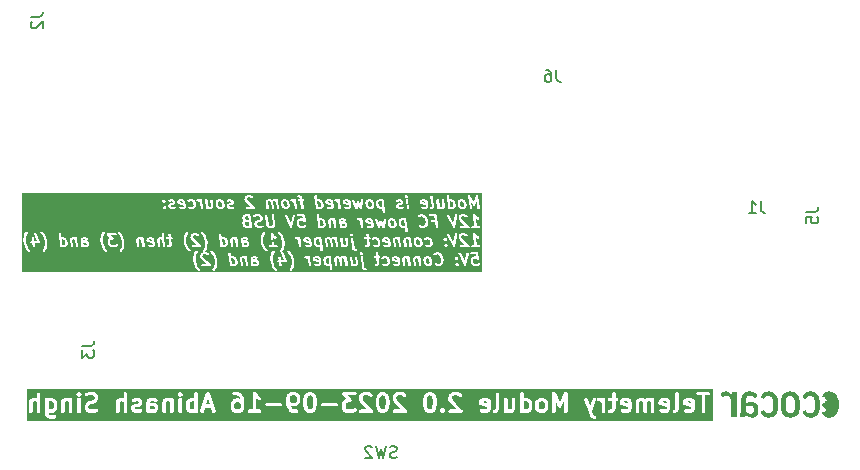
<source format=gbr>
%TF.GenerationSoftware,KiCad,Pcbnew,7.0.6*%
%TF.CreationDate,2023-10-09T12:22:11-06:00*%
%TF.ProjectId,CAN-USB RF Module,43414e2d-5553-4422-9052-46204d6f6475,2.0*%
%TF.SameCoordinates,Original*%
%TF.FileFunction,Legend,Bot*%
%TF.FilePolarity,Positive*%
%FSLAX46Y46*%
G04 Gerber Fmt 4.6, Leading zero omitted, Abs format (unit mm)*
G04 Created by KiCad (PCBNEW 7.0.6) date 2023-10-09 12:22:11*
%MOMM*%
%LPD*%
G01*
G04 APERTURE LIST*
%ADD10C,0.200000*%
%ADD11C,0.300000*%
%ADD12C,0.150000*%
G04 APERTURE END LIST*
D10*
G36*
X125372688Y-97867208D02*
G01*
X125428755Y-98315739D01*
X125422231Y-98319219D01*
X125279108Y-98319219D01*
X125211209Y-98287266D01*
X125179171Y-98258787D01*
X125138960Y-98194450D01*
X125109038Y-97955072D01*
X125129711Y-97899942D01*
X125147342Y-97879793D01*
X125198421Y-97852552D01*
X125341544Y-97852552D01*
X125372688Y-97867208D01*
G37*
G36*
X117361820Y-97884503D02*
G01*
X117393856Y-97912979D01*
X117434070Y-97977321D01*
X117463992Y-98216698D01*
X117443319Y-98271826D01*
X117425687Y-98291977D01*
X117374610Y-98319219D01*
X117231487Y-98319219D01*
X117200341Y-98304562D01*
X117144275Y-97856031D01*
X117150800Y-97852552D01*
X117293923Y-97852552D01*
X117361820Y-97884503D01*
G37*
G36*
X119241119Y-98163837D02*
G01*
X119273356Y-98215416D01*
X119279469Y-98264317D01*
X119265662Y-98301133D01*
X119231753Y-98319219D01*
X119041011Y-98319219D01*
X119009865Y-98304562D01*
X118989078Y-98138266D01*
X119186780Y-98138266D01*
X119241119Y-98163837D01*
G37*
G36*
X124491121Y-97878123D02*
G01*
X124523358Y-97929702D01*
X124527307Y-97961296D01*
X124246311Y-97906468D01*
X124259748Y-97870637D01*
X124293659Y-97852552D01*
X124436782Y-97852552D01*
X124491121Y-97878123D01*
G37*
G36*
X131157788Y-97878123D02*
G01*
X131190025Y-97929702D01*
X131193974Y-97961296D01*
X130912978Y-97906468D01*
X130926415Y-97870637D01*
X130960326Y-97852552D01*
X131103449Y-97852552D01*
X131157788Y-97878123D01*
G37*
G36*
X133838013Y-97884503D02*
G01*
X133870049Y-97912979D01*
X133910263Y-97977321D01*
X133940185Y-98216698D01*
X133919512Y-98271826D01*
X133901880Y-98291977D01*
X133850803Y-98319219D01*
X133755299Y-98319219D01*
X133687400Y-98287266D01*
X133655362Y-98258787D01*
X133615151Y-98194450D01*
X133585229Y-97955072D01*
X133605902Y-97899942D01*
X133623533Y-97879793D01*
X133674612Y-97852552D01*
X133770116Y-97852552D01*
X133838013Y-97884503D01*
G37*
G36*
X124563164Y-96257208D02*
G01*
X124619231Y-96705739D01*
X124612707Y-96709219D01*
X124469584Y-96709219D01*
X124401685Y-96677266D01*
X124369647Y-96648787D01*
X124329436Y-96584450D01*
X124299514Y-96345072D01*
X124320187Y-96289942D01*
X124337818Y-96269793D01*
X124388897Y-96242552D01*
X124532020Y-96242552D01*
X124563164Y-96257208D01*
G37*
G36*
X102980864Y-96274503D02*
G01*
X103012900Y-96302979D01*
X103053114Y-96367321D01*
X103083036Y-96606698D01*
X103062363Y-96661826D01*
X103044731Y-96681977D01*
X102993654Y-96709219D01*
X102850531Y-96709219D01*
X102819385Y-96694562D01*
X102763319Y-96246031D01*
X102769844Y-96242552D01*
X102912967Y-96242552D01*
X102980864Y-96274503D01*
G37*
G36*
X104860163Y-96553837D02*
G01*
X104892400Y-96605416D01*
X104898513Y-96654317D01*
X104884706Y-96691133D01*
X104850797Y-96709219D01*
X104660055Y-96709219D01*
X104628909Y-96694562D01*
X104608122Y-96528266D01*
X104805824Y-96528266D01*
X104860163Y-96553837D01*
G37*
G36*
X110395879Y-96268123D02*
G01*
X110428116Y-96319702D01*
X110432065Y-96351296D01*
X110151069Y-96296468D01*
X110164506Y-96260637D01*
X110198417Y-96242552D01*
X110341540Y-96242552D01*
X110395879Y-96268123D01*
G37*
G36*
X116552296Y-96274503D02*
G01*
X116584332Y-96302979D01*
X116624546Y-96367321D01*
X116654468Y-96606698D01*
X116633795Y-96661826D01*
X116616163Y-96681977D01*
X116565086Y-96709219D01*
X116421963Y-96709219D01*
X116390817Y-96694562D01*
X116334751Y-96246031D01*
X116341276Y-96242552D01*
X116484399Y-96242552D01*
X116552296Y-96274503D01*
G37*
G36*
X118431595Y-96553837D02*
G01*
X118463832Y-96605416D01*
X118469945Y-96654317D01*
X118456138Y-96691133D01*
X118422229Y-96709219D01*
X118231487Y-96709219D01*
X118200341Y-96694562D01*
X118179554Y-96528266D01*
X118377256Y-96528266D01*
X118431595Y-96553837D01*
G37*
G36*
X123681597Y-96268123D02*
G01*
X123713834Y-96319702D01*
X123717783Y-96351296D01*
X123436787Y-96296468D01*
X123450224Y-96260637D01*
X123484135Y-96242552D01*
X123627258Y-96242552D01*
X123681597Y-96268123D01*
G37*
G36*
X130348264Y-96268123D02*
G01*
X130380501Y-96319702D01*
X130384450Y-96351296D01*
X130103454Y-96296468D01*
X130116891Y-96260637D01*
X130150802Y-96242552D01*
X130293925Y-96242552D01*
X130348264Y-96268123D01*
G37*
G36*
X133028489Y-96274503D02*
G01*
X133060525Y-96302979D01*
X133100739Y-96367321D01*
X133130661Y-96606698D01*
X133109988Y-96661826D01*
X133092356Y-96681977D01*
X133041279Y-96709219D01*
X132945775Y-96709219D01*
X132877876Y-96677266D01*
X132845838Y-96648787D01*
X132805627Y-96584450D01*
X132775705Y-96345072D01*
X132796378Y-96289942D01*
X132814009Y-96269793D01*
X132865088Y-96242552D01*
X132960592Y-96242552D01*
X133028489Y-96274503D01*
G37*
G36*
X131753640Y-94647208D02*
G01*
X131809707Y-95095739D01*
X131803183Y-95099219D01*
X131660060Y-95099219D01*
X131592161Y-95067266D01*
X131560123Y-95038787D01*
X131519912Y-94974450D01*
X131489990Y-94735072D01*
X131510663Y-94679942D01*
X131528294Y-94659793D01*
X131579373Y-94632552D01*
X131722496Y-94632552D01*
X131753640Y-94647208D01*
G37*
G36*
X118667284Y-95099219D02*
G01*
X118421963Y-95099219D01*
X118354064Y-95067266D01*
X118322026Y-95038787D01*
X118281815Y-94974450D01*
X118269750Y-94877928D01*
X118290423Y-94822799D01*
X118302684Y-94808787D01*
X118398648Y-94775409D01*
X118626807Y-94775409D01*
X118667284Y-95099219D01*
G37*
G36*
X118601807Y-94575409D02*
G01*
X118404106Y-94575409D01*
X118336204Y-94543455D01*
X118304171Y-94514981D01*
X118263957Y-94450639D01*
X118257845Y-94401738D01*
X118278518Y-94346610D01*
X118296149Y-94326460D01*
X118347228Y-94299219D01*
X118567284Y-94299219D01*
X118601807Y-94575409D01*
G37*
G36*
X124838011Y-94664503D02*
G01*
X124870047Y-94692979D01*
X124910261Y-94757321D01*
X124940183Y-94996698D01*
X124919510Y-95051826D01*
X124901878Y-95071977D01*
X124850801Y-95099219D01*
X124707678Y-95099219D01*
X124676532Y-95084562D01*
X124620466Y-94636031D01*
X124626991Y-94632552D01*
X124770114Y-94632552D01*
X124838011Y-94664503D01*
G37*
G36*
X126717310Y-94943837D02*
G01*
X126749547Y-94995416D01*
X126755660Y-95044317D01*
X126741853Y-95081133D01*
X126707944Y-95099219D01*
X126517202Y-95099219D01*
X126486056Y-95084562D01*
X126465269Y-94918266D01*
X126662971Y-94918266D01*
X126717310Y-94943837D01*
G37*
G36*
X128919692Y-94658123D02*
G01*
X128951929Y-94709702D01*
X128955878Y-94741296D01*
X128674882Y-94686468D01*
X128688319Y-94650637D01*
X128722230Y-94632552D01*
X128865353Y-94632552D01*
X128919692Y-94658123D01*
G37*
G36*
X130838012Y-94664503D02*
G01*
X130870048Y-94692979D01*
X130910262Y-94757321D01*
X130940184Y-94996698D01*
X130919511Y-95051826D01*
X130901879Y-95071977D01*
X130850802Y-95099219D01*
X130755298Y-95099219D01*
X130687399Y-95067266D01*
X130655361Y-95038787D01*
X130615150Y-94974450D01*
X130585228Y-94735072D01*
X130605901Y-94679942D01*
X130623532Y-94659793D01*
X130674611Y-94632552D01*
X130770115Y-94632552D01*
X130838012Y-94664503D01*
G37*
G36*
X129848878Y-93037208D02*
G01*
X129904945Y-93485739D01*
X129898421Y-93489219D01*
X129755298Y-93489219D01*
X129687399Y-93457266D01*
X129655361Y-93428787D01*
X129615150Y-93364450D01*
X129585228Y-93125072D01*
X129605901Y-93069942D01*
X129623532Y-93049793D01*
X129674611Y-93022552D01*
X129817734Y-93022552D01*
X129848878Y-93037208D01*
G37*
G36*
X113014927Y-93048123D02*
G01*
X113047164Y-93099702D01*
X113051113Y-93131296D01*
X112770117Y-93076468D01*
X112783554Y-93040637D01*
X112817465Y-93022552D01*
X112960588Y-93022552D01*
X113014927Y-93048123D01*
G37*
G36*
X116266581Y-93054503D02*
G01*
X116298617Y-93082979D01*
X116338831Y-93147321D01*
X116368753Y-93386698D01*
X116348080Y-93441826D01*
X116330448Y-93461977D01*
X116279371Y-93489219D01*
X116183867Y-93489219D01*
X116115968Y-93457266D01*
X116083930Y-93428787D01*
X116043719Y-93364450D01*
X116013797Y-93125072D01*
X116034470Y-93069942D01*
X116052101Y-93049793D01*
X116103180Y-93022552D01*
X116198684Y-93022552D01*
X116266581Y-93054503D01*
G37*
G36*
X121790391Y-93054503D02*
G01*
X121822427Y-93082979D01*
X121862641Y-93147321D01*
X121892563Y-93386698D01*
X121871890Y-93441826D01*
X121854258Y-93461977D01*
X121803181Y-93489219D01*
X121707677Y-93489219D01*
X121639778Y-93457266D01*
X121607740Y-93428787D01*
X121567529Y-93364450D01*
X121537607Y-93125072D01*
X121558280Y-93069942D01*
X121575911Y-93049793D01*
X121626990Y-93022552D01*
X121722494Y-93022552D01*
X121790391Y-93054503D01*
G37*
G36*
X124647535Y-93054503D02*
G01*
X124679571Y-93082979D01*
X124719785Y-93147321D01*
X124749707Y-93386698D01*
X124729034Y-93441826D01*
X124711402Y-93461977D01*
X124660325Y-93489219D01*
X124517202Y-93489219D01*
X124486056Y-93474562D01*
X124429990Y-93026031D01*
X124436515Y-93022552D01*
X124579638Y-93022552D01*
X124647535Y-93054503D01*
G37*
G36*
X125538739Y-93048123D02*
G01*
X125570976Y-93099702D01*
X125574925Y-93131296D01*
X125293929Y-93076468D01*
X125307366Y-93040637D01*
X125341277Y-93022552D01*
X125484400Y-93022552D01*
X125538739Y-93048123D01*
G37*
G36*
X127014930Y-93048123D02*
G01*
X127047167Y-93099702D01*
X127051116Y-93131296D01*
X126770120Y-93076468D01*
X126783557Y-93040637D01*
X126817468Y-93022552D01*
X126960591Y-93022552D01*
X127014930Y-93048123D01*
G37*
G36*
X128933250Y-93054503D02*
G01*
X128965286Y-93082979D01*
X129005500Y-93147321D01*
X129035422Y-93386698D01*
X129014749Y-93441826D01*
X128997117Y-93461977D01*
X128946040Y-93489219D01*
X128850536Y-93489219D01*
X128782637Y-93457266D01*
X128750599Y-93428787D01*
X128710388Y-93364450D01*
X128680466Y-93125072D01*
X128701139Y-93069942D01*
X128718770Y-93049793D01*
X128769849Y-93022552D01*
X128865353Y-93022552D01*
X128933250Y-93054503D01*
G37*
G36*
X133538740Y-93048123D02*
G01*
X133570977Y-93099702D01*
X133574926Y-93131296D01*
X133293930Y-93076468D01*
X133307367Y-93040637D01*
X133341278Y-93022552D01*
X133484401Y-93022552D01*
X133538740Y-93048123D01*
G37*
G36*
X135838013Y-93054503D02*
G01*
X135870049Y-93082979D01*
X135910263Y-93147321D01*
X135940185Y-93386698D01*
X135919512Y-93441826D01*
X135901880Y-93461977D01*
X135850803Y-93489219D01*
X135707680Y-93489219D01*
X135676534Y-93474562D01*
X135620468Y-93026031D01*
X135626993Y-93022552D01*
X135770116Y-93022552D01*
X135838013Y-93054503D01*
G37*
G36*
X136742775Y-93054503D02*
G01*
X136774811Y-93082979D01*
X136815025Y-93147321D01*
X136844947Y-93386698D01*
X136824274Y-93441826D01*
X136806642Y-93461977D01*
X136755565Y-93489219D01*
X136660061Y-93489219D01*
X136592162Y-93457266D01*
X136560124Y-93428787D01*
X136519913Y-93364450D01*
X136489991Y-93125072D01*
X136510664Y-93069942D01*
X136528295Y-93049793D01*
X136579374Y-93022552D01*
X136674878Y-93022552D01*
X136742775Y-93054503D01*
G37*
G36*
X138351861Y-99042546D02*
G01*
X99383219Y-99042546D01*
X99383219Y-97935549D01*
X113907032Y-97935549D01*
X113909444Y-97945435D01*
X113907524Y-97955431D01*
X113931333Y-98145907D01*
X113935457Y-98154701D01*
X113935458Y-98164413D01*
X114012839Y-98402509D01*
X114016346Y-98407336D01*
X114017035Y-98413265D01*
X114082511Y-98556122D01*
X114087010Y-98561010D01*
X114088618Y-98567457D01*
X114148142Y-98662695D01*
X114152539Y-98666384D01*
X114154537Y-98671765D01*
X114267632Y-98814622D01*
X114275079Y-98819576D01*
X114279601Y-98827293D01*
X114333173Y-98874913D01*
X114389794Y-98899689D01*
X114450163Y-98886452D01*
X114491223Y-98840259D01*
X114497290Y-98778754D01*
X114466045Y-98725430D01*
X114419012Y-98683624D01*
X114314796Y-98551982D01*
X114261635Y-98466924D01*
X114201255Y-98335185D01*
X114128608Y-98111653D01*
X114107219Y-97940540D01*
X114123840Y-97718929D01*
X114144013Y-97622098D01*
X114484905Y-97622098D01*
X114496809Y-97717336D01*
X114503353Y-97731290D01*
X114505131Y-97746599D01*
X114570608Y-97889456D01*
X114584619Y-97904680D01*
X114595078Y-97922531D01*
X115041352Y-98319219D01*
X114685323Y-98319219D01*
X114626544Y-98338317D01*
X114590217Y-98388317D01*
X114590217Y-98450121D01*
X114626544Y-98500121D01*
X114685323Y-98519219D01*
X115304371Y-98519219D01*
X115329311Y-98511115D01*
X115354924Y-98505500D01*
X115358306Y-98501694D01*
X115363150Y-98500121D01*
X115378564Y-98478904D01*
X115395984Y-98459308D01*
X115396483Y-98454240D01*
X115399477Y-98450121D01*
X115399476Y-98423897D01*
X115402051Y-98397803D01*
X115399476Y-98393409D01*
X115399477Y-98388317D01*
X115384059Y-98367097D01*
X115370807Y-98344478D01*
X114743661Y-97787014D01*
X114693356Y-97677259D01*
X114686416Y-97621738D01*
X114707089Y-97566610D01*
X114724720Y-97546460D01*
X114775799Y-97519219D01*
X114966541Y-97519219D01*
X115034439Y-97551171D01*
X115077220Y-97589198D01*
X115133839Y-97613975D01*
X115194209Y-97600739D01*
X115235269Y-97554546D01*
X115241337Y-97493041D01*
X115210093Y-97439716D01*
X115156522Y-97392097D01*
X115143235Y-97386282D01*
X115132665Y-97376356D01*
X115031475Y-97328737D01*
X115009733Y-97325989D01*
X114988895Y-97319219D01*
X114750799Y-97319219D01*
X114727676Y-97326731D01*
X114703740Y-97330984D01*
X114614455Y-97378603D01*
X114601855Y-97391683D01*
X114586257Y-97400987D01*
X114544590Y-97448606D01*
X114537475Y-97465215D01*
X114526214Y-97479345D01*
X114490500Y-97574583D01*
X114489430Y-97598543D01*
X114484905Y-97622098D01*
X114144013Y-97622098D01*
X114150702Y-97589992D01*
X114181298Y-97508402D01*
X114250076Y-97381427D01*
X114284390Y-97342212D01*
X114303422Y-97297778D01*
X115349548Y-97297778D01*
X115380792Y-97351102D01*
X115427826Y-97392910D01*
X115532040Y-97524550D01*
X115585199Y-97609605D01*
X115645580Y-97741345D01*
X115718228Y-97964878D01*
X115739617Y-98135991D01*
X115722996Y-98357604D01*
X115696134Y-98486540D01*
X115665538Y-98568130D01*
X115596760Y-98695104D01*
X115562447Y-98734320D01*
X115538113Y-98791132D01*
X115551820Y-98851396D01*
X115598332Y-98892094D01*
X115659882Y-98897681D01*
X115712961Y-98866022D01*
X115754628Y-98818403D01*
X115759089Y-98807987D01*
X115767300Y-98800180D01*
X115844681Y-98657324D01*
X115845966Y-98650351D01*
X115850385Y-98644807D01*
X115886099Y-98549569D01*
X115886450Y-98541695D01*
X115890364Y-98534853D01*
X115920126Y-98391996D01*
X115919395Y-98385305D01*
X115921948Y-98379079D01*
X115939805Y-98140983D01*
X115937392Y-98131095D01*
X115939313Y-98121101D01*
X115915504Y-97930625D01*
X115911379Y-97921830D01*
X115911379Y-97912119D01*
X115833998Y-97674024D01*
X115830489Y-97669195D01*
X115829801Y-97663267D01*
X115764326Y-97520411D01*
X115759826Y-97515522D01*
X115758219Y-97509076D01*
X115709810Y-97431622D01*
X116889667Y-97431622D01*
X117014667Y-98431622D01*
X117040908Y-98487579D01*
X117095028Y-98517423D01*
X117156355Y-98509757D01*
X117159805Y-98506525D01*
X117166553Y-98509701D01*
X117188294Y-98512448D01*
X117209133Y-98519219D01*
X117399610Y-98519219D01*
X117422732Y-98511706D01*
X117446669Y-98507454D01*
X117535954Y-98459835D01*
X117548554Y-98446754D01*
X117564153Y-98437450D01*
X117605820Y-98389830D01*
X117612934Y-98373220D01*
X117624195Y-98359092D01*
X117659909Y-98263854D01*
X117660978Y-98239894D01*
X117665504Y-98216338D01*
X117629790Y-97930625D01*
X117620599Y-97911027D01*
X117619797Y-97907812D01*
X117853953Y-97907812D01*
X117919429Y-98431622D01*
X117945670Y-98487578D01*
X117999790Y-98517423D01*
X118061117Y-98509757D01*
X118106225Y-98467509D01*
X118117885Y-98406815D01*
X118055464Y-97907452D01*
X118069270Y-97870637D01*
X118103181Y-97852552D01*
X118198685Y-97852552D01*
X118266582Y-97884503D01*
X118281239Y-97897531D01*
X118348001Y-98431622D01*
X118374242Y-98487579D01*
X118428362Y-98517423D01*
X118489689Y-98509757D01*
X118534797Y-98467509D01*
X118546457Y-98406815D01*
X118484081Y-97907812D01*
X118758715Y-97907812D01*
X118824191Y-98431622D01*
X118850432Y-98487578D01*
X118904552Y-98517423D01*
X118965879Y-98509757D01*
X118969329Y-98506525D01*
X118976077Y-98509701D01*
X118997818Y-98512448D01*
X119018657Y-98519219D01*
X119256753Y-98519219D01*
X119279875Y-98511706D01*
X119303812Y-98507454D01*
X119393097Y-98459835D01*
X119396466Y-98456336D01*
X119401150Y-98455043D01*
X119417630Y-98434366D01*
X119435974Y-98415323D01*
X119436644Y-98410510D01*
X119439671Y-98406713D01*
X119475386Y-98311474D01*
X119476456Y-98287510D01*
X119480981Y-98263957D01*
X119469076Y-98168719D01*
X119459885Y-98149122D01*
X119454648Y-98128123D01*
X119395124Y-98032885D01*
X119373487Y-98014733D01*
X119352904Y-97995403D01*
X119251714Y-97947784D01*
X119229972Y-97945036D01*
X119209134Y-97938266D01*
X118993392Y-97938266D01*
X118987618Y-97935549D01*
X120430843Y-97935549D01*
X120433255Y-97945435D01*
X120431335Y-97955431D01*
X120455144Y-98145907D01*
X120459268Y-98154701D01*
X120459269Y-98164413D01*
X120536650Y-98402509D01*
X120540157Y-98407336D01*
X120540846Y-98413265D01*
X120606322Y-98556122D01*
X120610821Y-98561010D01*
X120612429Y-98567457D01*
X120671953Y-98662695D01*
X120676350Y-98666384D01*
X120678348Y-98671765D01*
X120791443Y-98814622D01*
X120798890Y-98819576D01*
X120803412Y-98827293D01*
X120856984Y-98874913D01*
X120913605Y-98899689D01*
X120973974Y-98886452D01*
X121015034Y-98840259D01*
X121021101Y-98778754D01*
X120989856Y-98725430D01*
X120942823Y-98683624D01*
X120838607Y-98551982D01*
X120785446Y-98466924D01*
X120725066Y-98335185D01*
X120654088Y-98116787D01*
X121024742Y-98116787D01*
X121061069Y-98166787D01*
X121119848Y-98185885D01*
X121174427Y-98185885D01*
X121205144Y-98431622D01*
X121231385Y-98487579D01*
X121285505Y-98517423D01*
X121346832Y-98509758D01*
X121391940Y-98467509D01*
X121403600Y-98406815D01*
X121375984Y-98185885D01*
X121738896Y-98185885D01*
X121744574Y-98184039D01*
X121750430Y-98185218D01*
X121773518Y-98174635D01*
X121797675Y-98166787D01*
X121801185Y-98161954D01*
X121806614Y-98159467D01*
X121819072Y-98137336D01*
X121834002Y-98116787D01*
X121834001Y-98110814D01*
X121836932Y-98105610D01*
X121834002Y-98080382D01*
X121834002Y-98054983D01*
X121830490Y-98050150D01*
X121829802Y-98044219D01*
X121502421Y-97329934D01*
X121472828Y-97297778D01*
X121873359Y-97297778D01*
X121904603Y-97351102D01*
X121951637Y-97392910D01*
X122055851Y-97524550D01*
X122109010Y-97609605D01*
X122169391Y-97741345D01*
X122242039Y-97964878D01*
X122263428Y-98135991D01*
X122246807Y-98357604D01*
X122219945Y-98486540D01*
X122189349Y-98568130D01*
X122120571Y-98695104D01*
X122086258Y-98734320D01*
X122061924Y-98791132D01*
X122075631Y-98851396D01*
X122122143Y-98892094D01*
X122183693Y-98897681D01*
X122236772Y-98866022D01*
X122278439Y-98818403D01*
X122282900Y-98807987D01*
X122291111Y-98800180D01*
X122368492Y-98657324D01*
X122369777Y-98650351D01*
X122374196Y-98644807D01*
X122409910Y-98549569D01*
X122410261Y-98541695D01*
X122414175Y-98534853D01*
X122443937Y-98391996D01*
X122443206Y-98385305D01*
X122445759Y-98379079D01*
X122463616Y-98140983D01*
X122461203Y-98131095D01*
X122463124Y-98121101D01*
X122439315Y-97930625D01*
X122435190Y-97921830D01*
X122435190Y-97912119D01*
X122393374Y-97783454D01*
X123316410Y-97783454D01*
X123352737Y-97833454D01*
X123411516Y-97852552D01*
X123484401Y-97852552D01*
X123552298Y-97884503D01*
X123584334Y-97912979D01*
X123624547Y-97977320D01*
X123681336Y-98431622D01*
X123707577Y-98487579D01*
X123761697Y-98517423D01*
X123823024Y-98509757D01*
X123868132Y-98467509D01*
X123879792Y-98406815D01*
X123817416Y-97907813D01*
X124044431Y-97907813D01*
X124056336Y-98003051D01*
X124069305Y-98030706D01*
X124082379Y-98058795D01*
X124082513Y-98058869D01*
X124082578Y-98059007D01*
X124109481Y-98073843D01*
X124136413Y-98088796D01*
X124553415Y-98170162D01*
X124565185Y-98264317D01*
X124551378Y-98301133D01*
X124517469Y-98319219D01*
X124374346Y-98319219D01*
X124293382Y-98281118D01*
X124232066Y-98273370D01*
X124177906Y-98303143D01*
X124151590Y-98359065D01*
X124163170Y-98419774D01*
X124208222Y-98462082D01*
X124309412Y-98509701D01*
X124331153Y-98512448D01*
X124351992Y-98519219D01*
X124542469Y-98519219D01*
X124565591Y-98511706D01*
X124589528Y-98507454D01*
X124678813Y-98459835D01*
X124682182Y-98456336D01*
X124686866Y-98455043D01*
X124703346Y-98434366D01*
X124721690Y-98415323D01*
X124722360Y-98410510D01*
X124725387Y-98406713D01*
X124761102Y-98311474D01*
X124762171Y-98287512D01*
X124766697Y-98263958D01*
X124728131Y-97955432D01*
X124907526Y-97955432D01*
X124943241Y-98241146D01*
X124952430Y-98260741D01*
X124957669Y-98281741D01*
X125017192Y-98376980D01*
X125028254Y-98386260D01*
X125035555Y-98398721D01*
X125089127Y-98446340D01*
X125102411Y-98452153D01*
X125112984Y-98462082D01*
X125214174Y-98509701D01*
X125235915Y-98512448D01*
X125256754Y-98519219D01*
X125447231Y-98519219D01*
X125453918Y-98517046D01*
X125484907Y-98764955D01*
X125511148Y-98820912D01*
X125565268Y-98850756D01*
X125626595Y-98843090D01*
X125671703Y-98800842D01*
X125683363Y-98740148D01*
X125579321Y-97907812D01*
X125853955Y-97907812D01*
X125919431Y-98431622D01*
X125945672Y-98487578D01*
X125999792Y-98517423D01*
X126061119Y-98509757D01*
X126106227Y-98467509D01*
X126117887Y-98406815D01*
X126055466Y-97907452D01*
X126069272Y-97870637D01*
X126103183Y-97852552D01*
X126198686Y-97852552D01*
X126253025Y-97878123D01*
X126285262Y-97929702D01*
X126348002Y-98431622D01*
X126374243Y-98487578D01*
X126428363Y-98517423D01*
X126489690Y-98509757D01*
X126534798Y-98467509D01*
X126546458Y-98406815D01*
X126484037Y-97907452D01*
X126497843Y-97870637D01*
X126531754Y-97852552D01*
X126627258Y-97852552D01*
X126695155Y-97884503D01*
X126709812Y-97897531D01*
X126776574Y-98431622D01*
X126802815Y-98487579D01*
X126856935Y-98517423D01*
X126918262Y-98509757D01*
X126963370Y-98467509D01*
X126975030Y-98406815D01*
X126894797Y-97764955D01*
X127169431Y-97764955D01*
X127252764Y-98431622D01*
X127279005Y-98487579D01*
X127333125Y-98517423D01*
X127394452Y-98509758D01*
X127413827Y-98491610D01*
X127452269Y-98509701D01*
X127474010Y-98512448D01*
X127494849Y-98519219D01*
X127637707Y-98519219D01*
X127660829Y-98511706D01*
X127684766Y-98507454D01*
X127774051Y-98459835D01*
X127777420Y-98456336D01*
X127782104Y-98455043D01*
X127798584Y-98434366D01*
X127816928Y-98415323D01*
X127817598Y-98410510D01*
X127820625Y-98406713D01*
X127856340Y-98311474D01*
X127857409Y-98287512D01*
X127861935Y-98263958D01*
X127799559Y-97764955D01*
X128074192Y-97764955D01*
X128181335Y-98622098D01*
X128190524Y-98641693D01*
X128195763Y-98662695D01*
X128255287Y-98757933D01*
X128276918Y-98776080D01*
X128297507Y-98795415D01*
X128398697Y-98843034D01*
X128420438Y-98845781D01*
X128441277Y-98852552D01*
X128488897Y-98852552D01*
X128547676Y-98833454D01*
X128584003Y-98783454D01*
X128584003Y-98721650D01*
X128547676Y-98671650D01*
X128488897Y-98652552D01*
X128463631Y-98652552D01*
X128409291Y-98626980D01*
X128377054Y-98575401D01*
X128278061Y-97783454D01*
X129173553Y-97783454D01*
X129209880Y-97833454D01*
X129268659Y-97852552D01*
X129418476Y-97852552D01*
X129469947Y-98264317D01*
X129456140Y-98301133D01*
X129422231Y-98319219D01*
X129351992Y-98319219D01*
X129293213Y-98338317D01*
X129256886Y-98388317D01*
X129256886Y-98450121D01*
X129293213Y-98500121D01*
X129351992Y-98519219D01*
X129447231Y-98519219D01*
X129470353Y-98511706D01*
X129494290Y-98507454D01*
X129583575Y-98459835D01*
X129586944Y-98456336D01*
X129591628Y-98455043D01*
X129608108Y-98434366D01*
X129626452Y-98415323D01*
X129627122Y-98410510D01*
X129630149Y-98406713D01*
X129665864Y-98311474D01*
X129666934Y-98287510D01*
X129671459Y-98263957D01*
X129620033Y-97852552D01*
X129649611Y-97852552D01*
X129708390Y-97833454D01*
X129719865Y-97817660D01*
X129842819Y-97817660D01*
X129871903Y-97872193D01*
X129927486Y-97899216D01*
X129988337Y-97888406D01*
X130055564Y-97852552D01*
X130198687Y-97852552D01*
X130266584Y-97884503D01*
X130298620Y-97912979D01*
X130338834Y-97977321D01*
X130368756Y-98216698D01*
X130348083Y-98271826D01*
X130330451Y-98291977D01*
X130279374Y-98319219D01*
X130136251Y-98319219D01*
X130055287Y-98281118D01*
X129993971Y-98273370D01*
X129939811Y-98303143D01*
X129913495Y-98359065D01*
X129925075Y-98419774D01*
X129970127Y-98462082D01*
X130071317Y-98509701D01*
X130093058Y-98512448D01*
X130113897Y-98519219D01*
X130304374Y-98519219D01*
X130327496Y-98511706D01*
X130351433Y-98507454D01*
X130440718Y-98459835D01*
X130453318Y-98446754D01*
X130468917Y-98437450D01*
X130510584Y-98389830D01*
X130517698Y-98373220D01*
X130528959Y-98359092D01*
X130564673Y-98263854D01*
X130565742Y-98239894D01*
X130570268Y-98216338D01*
X130534554Y-97930625D01*
X130525363Y-97911027D01*
X130524561Y-97907813D01*
X130711098Y-97907813D01*
X130723003Y-98003051D01*
X130735972Y-98030706D01*
X130749046Y-98058795D01*
X130749180Y-98058869D01*
X130749245Y-98059007D01*
X130776148Y-98073843D01*
X130803080Y-98088796D01*
X131220082Y-98170162D01*
X131231852Y-98264317D01*
X131218045Y-98301133D01*
X131184136Y-98319219D01*
X131041013Y-98319219D01*
X130960049Y-98281118D01*
X130898733Y-98273370D01*
X130844573Y-98303143D01*
X130818257Y-98359065D01*
X130829837Y-98419774D01*
X130874889Y-98462082D01*
X130976079Y-98509701D01*
X130997820Y-98512448D01*
X131018659Y-98519219D01*
X131209136Y-98519219D01*
X131232258Y-98511706D01*
X131256195Y-98507454D01*
X131345480Y-98459835D01*
X131348849Y-98456336D01*
X131353533Y-98455043D01*
X131370013Y-98434366D01*
X131388357Y-98415323D01*
X131389027Y-98410510D01*
X131392054Y-98406713D01*
X131427769Y-98311474D01*
X131428838Y-98287512D01*
X131433364Y-98263958D01*
X131388846Y-97907812D01*
X131615860Y-97907812D01*
X131681336Y-98431622D01*
X131707577Y-98487578D01*
X131761697Y-98517423D01*
X131823024Y-98509757D01*
X131868132Y-98467509D01*
X131879792Y-98406815D01*
X131817371Y-97907452D01*
X131831177Y-97870637D01*
X131865088Y-97852552D01*
X131960592Y-97852552D01*
X132028489Y-97884503D01*
X132043146Y-97897531D01*
X132109908Y-98431622D01*
X132136149Y-98487579D01*
X132190269Y-98517423D01*
X132251596Y-98509757D01*
X132296704Y-98467509D01*
X132308364Y-98406815D01*
X132245988Y-97907812D01*
X132520622Y-97907812D01*
X132586098Y-98431622D01*
X132612339Y-98487578D01*
X132666459Y-98517423D01*
X132727786Y-98509757D01*
X132772894Y-98467509D01*
X132784554Y-98406815D01*
X132722133Y-97907452D01*
X132735939Y-97870637D01*
X132769850Y-97852552D01*
X132865354Y-97852552D01*
X132933251Y-97884503D01*
X132947908Y-97897531D01*
X133014670Y-98431622D01*
X133040911Y-98487579D01*
X133095031Y-98517423D01*
X133156358Y-98509757D01*
X133201466Y-98467509D01*
X133213126Y-98406815D01*
X133156703Y-97955432D01*
X133383717Y-97955432D01*
X133419432Y-98241146D01*
X133428621Y-98260741D01*
X133433860Y-98281741D01*
X133493383Y-98376980D01*
X133504445Y-98386260D01*
X133511746Y-98398721D01*
X133565318Y-98446340D01*
X133578602Y-98452153D01*
X133589175Y-98462082D01*
X133690365Y-98509701D01*
X133712106Y-98512448D01*
X133732945Y-98519219D01*
X133875803Y-98519219D01*
X133898925Y-98511706D01*
X133922862Y-98507454D01*
X134012147Y-98459835D01*
X134024747Y-98446754D01*
X134040346Y-98437450D01*
X134082013Y-98389830D01*
X134089127Y-98373220D01*
X134100388Y-98359092D01*
X134136102Y-98263854D01*
X134137171Y-98239894D01*
X134141697Y-98216338D01*
X134105983Y-97930625D01*
X134096792Y-97911027D01*
X134091555Y-97890028D01*
X134032031Y-97794790D01*
X134020968Y-97785509D01*
X134013668Y-97773049D01*
X133960097Y-97725430D01*
X133946810Y-97719615D01*
X133936240Y-97709689D01*
X133835048Y-97662070D01*
X133813308Y-97659322D01*
X133792469Y-97652552D01*
X133649612Y-97652552D01*
X133626492Y-97660063D01*
X133602554Y-97664316D01*
X133513267Y-97711936D01*
X133500666Y-97725016D01*
X133485068Y-97734321D01*
X133443402Y-97781940D01*
X133436288Y-97798547D01*
X133425027Y-97812677D01*
X133389312Y-97907915D01*
X133388241Y-97931878D01*
X133383717Y-97955432D01*
X133156703Y-97955432D01*
X133129792Y-97740148D01*
X133103551Y-97684192D01*
X133049431Y-97654347D01*
X132988104Y-97662013D01*
X132968728Y-97680160D01*
X132930286Y-97662070D01*
X132908546Y-97659322D01*
X132887707Y-97652552D01*
X132744850Y-97652552D01*
X132721730Y-97660063D01*
X132697792Y-97664316D01*
X132608505Y-97711936D01*
X132605135Y-97715434D01*
X132600452Y-97716728D01*
X132583973Y-97737402D01*
X132565629Y-97756447D01*
X132564958Y-97761260D01*
X132561931Y-97765059D01*
X132526217Y-97860297D01*
X132525147Y-97884258D01*
X132520622Y-97907812D01*
X132245988Y-97907812D01*
X132225030Y-97740148D01*
X132198789Y-97684192D01*
X132144669Y-97654347D01*
X132083342Y-97662013D01*
X132063966Y-97680160D01*
X132025524Y-97662070D01*
X132003784Y-97659322D01*
X131982945Y-97652552D01*
X131840088Y-97652552D01*
X131816968Y-97660063D01*
X131793030Y-97664316D01*
X131703743Y-97711936D01*
X131700373Y-97715434D01*
X131695690Y-97716728D01*
X131679211Y-97737402D01*
X131660867Y-97756447D01*
X131660196Y-97761260D01*
X131657169Y-97765059D01*
X131621455Y-97860297D01*
X131620385Y-97884258D01*
X131615860Y-97907812D01*
X131388846Y-97907812D01*
X131385745Y-97883006D01*
X131376554Y-97863408D01*
X131371317Y-97842409D01*
X131311793Y-97747171D01*
X131290157Y-97729019D01*
X131269573Y-97709689D01*
X131168381Y-97662070D01*
X131146641Y-97659322D01*
X131125802Y-97652552D01*
X130935326Y-97652552D01*
X130912206Y-97660063D01*
X130888268Y-97664316D01*
X130798981Y-97711936D01*
X130795611Y-97715434D01*
X130790928Y-97716728D01*
X130774449Y-97737402D01*
X130756105Y-97756447D01*
X130755434Y-97761260D01*
X130752407Y-97765059D01*
X130716693Y-97860297D01*
X130715623Y-97884258D01*
X130711098Y-97907813D01*
X130524561Y-97907813D01*
X130520126Y-97890028D01*
X130460602Y-97794790D01*
X130449539Y-97785509D01*
X130442239Y-97773049D01*
X130388668Y-97725430D01*
X130375381Y-97719615D01*
X130364811Y-97709689D01*
X130263619Y-97662070D01*
X130241879Y-97659322D01*
X130221040Y-97652552D01*
X130030564Y-97652552D01*
X130007444Y-97660063D01*
X129983506Y-97664316D01*
X129894219Y-97711936D01*
X129851343Y-97756447D01*
X129842819Y-97817660D01*
X129719865Y-97817660D01*
X129744717Y-97783454D01*
X129744717Y-97721650D01*
X129708390Y-97671650D01*
X129649611Y-97652552D01*
X129595033Y-97652552D01*
X129576641Y-97505418D01*
X134234545Y-97505418D01*
X134248252Y-97565682D01*
X134294764Y-97606380D01*
X134356314Y-97611967D01*
X134409393Y-97580308D01*
X134433639Y-97552597D01*
X134529603Y-97519219D01*
X134592337Y-97519219D01*
X134706129Y-97555632D01*
X134786717Y-97627267D01*
X134833309Y-97701813D01*
X134897082Y-97871876D01*
X134911928Y-97990647D01*
X134891130Y-98157034D01*
X134865940Y-98224208D01*
X134812012Y-98285840D01*
X134716049Y-98319219D01*
X134653318Y-98319219D01*
X134539525Y-98282805D01*
X134501763Y-98249239D01*
X134445143Y-98224462D01*
X134384773Y-98237698D01*
X134343713Y-98283891D01*
X134337646Y-98345396D01*
X134368889Y-98398721D01*
X134422461Y-98446340D01*
X134441525Y-98454682D01*
X134458420Y-98466842D01*
X134607229Y-98514461D01*
X134622849Y-98514391D01*
X134637707Y-98519219D01*
X134732945Y-98519219D01*
X134748959Y-98514015D01*
X134765797Y-98513669D01*
X134902702Y-98466050D01*
X134923111Y-98450570D01*
X134945108Y-98437450D01*
X135010634Y-98362562D01*
X136103592Y-98362562D01*
X136107020Y-98377634D01*
X136105503Y-98393017D01*
X136113701Y-98407009D01*
X136117299Y-98422826D01*
X136128933Y-98433006D01*
X136136747Y-98446341D01*
X136190319Y-98493961D01*
X136205178Y-98500463D01*
X136217384Y-98511143D01*
X136228295Y-98512133D01*
X136237888Y-98517423D01*
X136242593Y-98516834D01*
X136246940Y-98518737D01*
X136262782Y-98515263D01*
X136278934Y-98516729D01*
X136288344Y-98511115D01*
X136299215Y-98509757D01*
X136302675Y-98506516D01*
X136307309Y-98505500D01*
X136318085Y-98493376D01*
X136332013Y-98485069D01*
X136373679Y-98437450D01*
X136379764Y-98423241D01*
X136390033Y-98411690D01*
X136391625Y-98395549D01*
X136398012Y-98380638D01*
X136394583Y-98365565D01*
X136396101Y-98350185D01*
X136387901Y-98336190D01*
X136384304Y-98320374D01*
X136372671Y-98310195D01*
X136364858Y-98296860D01*
X136311287Y-98249240D01*
X136296429Y-98242738D01*
X136284221Y-98232056D01*
X136273311Y-98231065D01*
X136263717Y-98225775D01*
X136259010Y-98226363D01*
X136254668Y-98224463D01*
X136238825Y-98227936D01*
X136222671Y-98226470D01*
X136213262Y-98232081D01*
X136202390Y-98233441D01*
X136198928Y-98236682D01*
X136194298Y-98237698D01*
X136183520Y-98249821D01*
X136169592Y-98258130D01*
X136127925Y-98305750D01*
X136121839Y-98319957D01*
X136111569Y-98331512D01*
X136109976Y-98347654D01*
X136103592Y-98362562D01*
X135010634Y-98362562D01*
X135028441Y-98342211D01*
X135035554Y-98325603D01*
X135046816Y-98311474D01*
X135082531Y-98216236D01*
X135083062Y-98204322D01*
X135088126Y-98193526D01*
X135111935Y-98003050D01*
X135109552Y-97990647D01*
X135111935Y-97978244D01*
X135094498Y-97838751D01*
X136038116Y-97838751D01*
X136041544Y-97853823D01*
X136040027Y-97869206D01*
X136048225Y-97883199D01*
X136051823Y-97899015D01*
X136063455Y-97909193D01*
X136071270Y-97922531D01*
X136124842Y-97970150D01*
X136139700Y-97976652D01*
X136151906Y-97987332D01*
X136162816Y-97988322D01*
X136172410Y-97993613D01*
X136177114Y-97993024D01*
X136181461Y-97994927D01*
X136197305Y-97991453D01*
X136213456Y-97992919D01*
X136222865Y-97987306D01*
X136233737Y-97985948D01*
X136237197Y-97982706D01*
X136241831Y-97981691D01*
X136252607Y-97969566D01*
X136266535Y-97961260D01*
X136308202Y-97913641D01*
X136314287Y-97899433D01*
X136324558Y-97887879D01*
X136326150Y-97871736D01*
X136332536Y-97856829D01*
X136329108Y-97841758D01*
X136330626Y-97826374D01*
X136322425Y-97812378D01*
X136318829Y-97796565D01*
X136307196Y-97786386D01*
X136299382Y-97773049D01*
X136245811Y-97725430D01*
X136230952Y-97718927D01*
X136218746Y-97708247D01*
X136207833Y-97707256D01*
X136198242Y-97701967D01*
X136193537Y-97702555D01*
X136189191Y-97700653D01*
X136173346Y-97704126D01*
X136157196Y-97702661D01*
X136147786Y-97708273D01*
X136136915Y-97709632D01*
X136133454Y-97712873D01*
X136128821Y-97713889D01*
X136118044Y-97726013D01*
X136104117Y-97734320D01*
X136062450Y-97781939D01*
X136056364Y-97796146D01*
X136046094Y-97807701D01*
X136044501Y-97823842D01*
X136038116Y-97838751D01*
X135094498Y-97838751D01*
X135094078Y-97835387D01*
X135089014Y-97824589D01*
X135088483Y-97812678D01*
X135017055Y-97622202D01*
X135010692Y-97614219D01*
X135008222Y-97604314D01*
X134948698Y-97509076D01*
X134937633Y-97499793D01*
X134930334Y-97487335D01*
X134831512Y-97399493D01*
X136367052Y-97399493D01*
X136374182Y-97460884D01*
X136832514Y-98460884D01*
X136853199Y-98483361D01*
X136873771Y-98506023D01*
X136874122Y-98506096D01*
X136874366Y-98506361D01*
X136904349Y-98512394D01*
X136934276Y-98518629D01*
X136934603Y-98518481D01*
X136934955Y-98518552D01*
X136962677Y-98505845D01*
X136990634Y-98493263D01*
X136990812Y-98492950D01*
X136991139Y-98492801D01*
X137006158Y-98466119D01*
X137021319Y-98439614D01*
X137227464Y-97450121D01*
X137369982Y-97450121D01*
X137406309Y-97500121D01*
X137465088Y-97519219D01*
X137861279Y-97519219D01*
X137902650Y-97703092D01*
X137893660Y-97700171D01*
X137655564Y-97700171D01*
X137632441Y-97707683D01*
X137608505Y-97711936D01*
X137519220Y-97759555D01*
X137506620Y-97772635D01*
X137491022Y-97781939D01*
X137449355Y-97829558D01*
X137442240Y-97846167D01*
X137430979Y-97860297D01*
X137395265Y-97955535D01*
X137394195Y-97979496D01*
X137389670Y-98003051D01*
X137419432Y-98241146D01*
X137428622Y-98260743D01*
X137433860Y-98281741D01*
X137493383Y-98376980D01*
X137504445Y-98386260D01*
X137511746Y-98398721D01*
X137565318Y-98446340D01*
X137578602Y-98452153D01*
X137589175Y-98462082D01*
X137690365Y-98509701D01*
X137712106Y-98512448D01*
X137732945Y-98519219D01*
X137971041Y-98519219D01*
X137994163Y-98511706D01*
X138018100Y-98507454D01*
X138107385Y-98459835D01*
X138119985Y-98446754D01*
X138135584Y-98437450D01*
X138177251Y-98389830D01*
X138201585Y-98333018D01*
X138187877Y-98272754D01*
X138141364Y-98232056D01*
X138079814Y-98226470D01*
X138026735Y-98258130D01*
X137997118Y-98291977D01*
X137946041Y-98319219D01*
X137755299Y-98319219D01*
X137687400Y-98287266D01*
X137655362Y-98258787D01*
X137615151Y-98194450D01*
X137591181Y-98002689D01*
X137611854Y-97947562D01*
X137629485Y-97927412D01*
X137680564Y-97900171D01*
X137871306Y-97900171D01*
X137939206Y-97932124D01*
X137981986Y-97970151D01*
X137982248Y-97970266D01*
X137982396Y-97970514D01*
X138010585Y-97982665D01*
X138038607Y-97994927D01*
X138038887Y-97994865D01*
X138039151Y-97994979D01*
X138068999Y-97988262D01*
X138098976Y-97981690D01*
X138099167Y-97981474D01*
X138099447Y-97981412D01*
X138119695Y-97958380D01*
X138140036Y-97935497D01*
X138140064Y-97935211D01*
X138140254Y-97934996D01*
X138143084Y-97904596D01*
X138146103Y-97873992D01*
X138145956Y-97873742D01*
X138145983Y-97873458D01*
X138038840Y-97397268D01*
X138036385Y-97393130D01*
X138036385Y-97388317D01*
X138020815Y-97366887D01*
X138007305Y-97344115D01*
X138002886Y-97342210D01*
X138000058Y-97338317D01*
X137974872Y-97330133D01*
X137950550Y-97319649D01*
X137945854Y-97320705D01*
X137941279Y-97319219D01*
X137465088Y-97319219D01*
X137406309Y-97338317D01*
X137369982Y-97388317D01*
X137369982Y-97450121D01*
X137227464Y-97450121D01*
X137229653Y-97439615D01*
X137222945Y-97378176D01*
X137181405Y-97332415D01*
X137120900Y-97319810D01*
X137064542Y-97345175D01*
X137033857Y-97398824D01*
X136887571Y-98100994D01*
X136555994Y-97377554D01*
X136514143Y-97332077D01*
X136453554Y-97319886D01*
X136397370Y-97345637D01*
X136367052Y-97399493D01*
X134831512Y-97399493D01*
X134823191Y-97392097D01*
X134804124Y-97383753D01*
X134787232Y-97371595D01*
X134638422Y-97323977D01*
X134622802Y-97324046D01*
X134607945Y-97319219D01*
X134512707Y-97319219D01*
X134496692Y-97324422D01*
X134479855Y-97324769D01*
X134342951Y-97372388D01*
X134322542Y-97387867D01*
X134300546Y-97400987D01*
X134258879Y-97448606D01*
X134234545Y-97505418D01*
X129576641Y-97505418D01*
X129564316Y-97406815D01*
X129538075Y-97350859D01*
X129483955Y-97321014D01*
X129422628Y-97328680D01*
X129377520Y-97370929D01*
X129365860Y-97431623D01*
X129393476Y-97652552D01*
X129268659Y-97652552D01*
X129209880Y-97671650D01*
X129173553Y-97721650D01*
X129173553Y-97783454D01*
X128278061Y-97783454D01*
X128272648Y-97740149D01*
X128246407Y-97684192D01*
X128192287Y-97654347D01*
X128130960Y-97662013D01*
X128085852Y-97704262D01*
X128074192Y-97764955D01*
X127799559Y-97764955D01*
X127796458Y-97740148D01*
X127770217Y-97684192D01*
X127716097Y-97654347D01*
X127654770Y-97662013D01*
X127609662Y-97704262D01*
X127598002Y-97764956D01*
X127660423Y-98264317D01*
X127646616Y-98301133D01*
X127612707Y-98319219D01*
X127517203Y-98319219D01*
X127449304Y-98287266D01*
X127434647Y-98274238D01*
X127367887Y-97740149D01*
X127341646Y-97684192D01*
X127287526Y-97654348D01*
X127226199Y-97662013D01*
X127181091Y-97704262D01*
X127169431Y-97764955D01*
X126894797Y-97764955D01*
X126891696Y-97740148D01*
X126865455Y-97684192D01*
X126811335Y-97654347D01*
X126750008Y-97662013D01*
X126730632Y-97680160D01*
X126692190Y-97662070D01*
X126670450Y-97659322D01*
X126649611Y-97652552D01*
X126506754Y-97652552D01*
X126483634Y-97660063D01*
X126459696Y-97664316D01*
X126370409Y-97711936D01*
X126368886Y-97713516D01*
X126364810Y-97709689D01*
X126263620Y-97662070D01*
X126241878Y-97659322D01*
X126221040Y-97652552D01*
X126078183Y-97652552D01*
X126055063Y-97660063D01*
X126031125Y-97664316D01*
X125941838Y-97711936D01*
X125938468Y-97715434D01*
X125933785Y-97716728D01*
X125917306Y-97737402D01*
X125898962Y-97756447D01*
X125898291Y-97761260D01*
X125895264Y-97765059D01*
X125859550Y-97860297D01*
X125858480Y-97884258D01*
X125853955Y-97907812D01*
X125579321Y-97907812D01*
X125558363Y-97740149D01*
X125532122Y-97684192D01*
X125478002Y-97654347D01*
X125416675Y-97662013D01*
X125413223Y-97665245D01*
X125406476Y-97662070D01*
X125384736Y-97659322D01*
X125363897Y-97652552D01*
X125173421Y-97652552D01*
X125150301Y-97660063D01*
X125126363Y-97664316D01*
X125037076Y-97711936D01*
X125024475Y-97725016D01*
X125008877Y-97734321D01*
X124967211Y-97781940D01*
X124960097Y-97798547D01*
X124948836Y-97812677D01*
X124913121Y-97907915D01*
X124912050Y-97931878D01*
X124907526Y-97955432D01*
X124728131Y-97955432D01*
X124719078Y-97883006D01*
X124709887Y-97863408D01*
X124704650Y-97842409D01*
X124645126Y-97747171D01*
X124623490Y-97729019D01*
X124602906Y-97709689D01*
X124501714Y-97662070D01*
X124479974Y-97659322D01*
X124459135Y-97652552D01*
X124268659Y-97652552D01*
X124245539Y-97660063D01*
X124221601Y-97664316D01*
X124132314Y-97711936D01*
X124128944Y-97715434D01*
X124124261Y-97716728D01*
X124107782Y-97737402D01*
X124089438Y-97756447D01*
X124088767Y-97761260D01*
X124085740Y-97765059D01*
X124050026Y-97860297D01*
X124048956Y-97884258D01*
X124044431Y-97907813D01*
X123817416Y-97907813D01*
X123796458Y-97740148D01*
X123770217Y-97684192D01*
X123716097Y-97654347D01*
X123654770Y-97662013D01*
X123619470Y-97695075D01*
X123549333Y-97662070D01*
X123527593Y-97659322D01*
X123506754Y-97652552D01*
X123411516Y-97652552D01*
X123352737Y-97671650D01*
X123316410Y-97721650D01*
X123316410Y-97783454D01*
X122393374Y-97783454D01*
X122357809Y-97674024D01*
X122354300Y-97669195D01*
X122353612Y-97663267D01*
X122288137Y-97520411D01*
X122283637Y-97515522D01*
X122282030Y-97509076D01*
X122249982Y-97457799D01*
X127990496Y-97457799D01*
X127993924Y-97472871D01*
X127992407Y-97488254D01*
X128000605Y-97502247D01*
X128004203Y-97518063D01*
X128015835Y-97528241D01*
X128023650Y-97541579D01*
X128077222Y-97589198D01*
X128092080Y-97595700D01*
X128104286Y-97606380D01*
X128115196Y-97607370D01*
X128124790Y-97612661D01*
X128129494Y-97612072D01*
X128133841Y-97613975D01*
X128149685Y-97610501D01*
X128165836Y-97611967D01*
X128175245Y-97606354D01*
X128186117Y-97604996D01*
X128189577Y-97601754D01*
X128194211Y-97600739D01*
X128204987Y-97588614D01*
X128218915Y-97580308D01*
X128260582Y-97532689D01*
X128266667Y-97518481D01*
X128276938Y-97506927D01*
X128278530Y-97490784D01*
X128284916Y-97475877D01*
X128281488Y-97460806D01*
X128283006Y-97445422D01*
X128274805Y-97431426D01*
X128271209Y-97415613D01*
X128259576Y-97405434D01*
X128251762Y-97392097D01*
X128198191Y-97344478D01*
X128183332Y-97337975D01*
X128171126Y-97327295D01*
X128160213Y-97326304D01*
X128150622Y-97321015D01*
X128145917Y-97321603D01*
X128141571Y-97319701D01*
X128125726Y-97323174D01*
X128109576Y-97321709D01*
X128100166Y-97327321D01*
X128089295Y-97328680D01*
X128085834Y-97331921D01*
X128081201Y-97332937D01*
X128070424Y-97345061D01*
X128056497Y-97353368D01*
X128014830Y-97400987D01*
X128008744Y-97415194D01*
X127998474Y-97426749D01*
X127996881Y-97442890D01*
X127990496Y-97457799D01*
X122249982Y-97457799D01*
X122222506Y-97413838D01*
X122218108Y-97410148D01*
X122216111Y-97404768D01*
X122103016Y-97261910D01*
X122095568Y-97256955D01*
X122091047Y-97249239D01*
X122037475Y-97201620D01*
X121980855Y-97176843D01*
X121920486Y-97190080D01*
X121879425Y-97236273D01*
X121873359Y-97297778D01*
X121472828Y-97297778D01*
X121460570Y-97284458D01*
X121400004Y-97272271D01*
X121427248Y-97256022D01*
X121468915Y-97208403D01*
X121473376Y-97197987D01*
X121481587Y-97190180D01*
X121558968Y-97047324D01*
X121560253Y-97040351D01*
X121564672Y-97034807D01*
X121600386Y-96939569D01*
X121600737Y-96931695D01*
X121604651Y-96924853D01*
X121634413Y-96781996D01*
X121633682Y-96775305D01*
X121636235Y-96769079D01*
X121654092Y-96530983D01*
X121651679Y-96521095D01*
X121653600Y-96511101D01*
X121629791Y-96320625D01*
X121625666Y-96311830D01*
X121625666Y-96302119D01*
X121583850Y-96173454D01*
X122506886Y-96173454D01*
X122543213Y-96223454D01*
X122601992Y-96242552D01*
X122674877Y-96242552D01*
X122742774Y-96274503D01*
X122774810Y-96302979D01*
X122815023Y-96367320D01*
X122871812Y-96821622D01*
X122898053Y-96877579D01*
X122952173Y-96907423D01*
X123013500Y-96899757D01*
X123058608Y-96857509D01*
X123070268Y-96796815D01*
X123007892Y-96297813D01*
X123234907Y-96297813D01*
X123246812Y-96393051D01*
X123259781Y-96420706D01*
X123272855Y-96448795D01*
X123272989Y-96448869D01*
X123273054Y-96449007D01*
X123299957Y-96463843D01*
X123326889Y-96478796D01*
X123743891Y-96560162D01*
X123755661Y-96654317D01*
X123741854Y-96691133D01*
X123707945Y-96709219D01*
X123564822Y-96709219D01*
X123483858Y-96671118D01*
X123422542Y-96663370D01*
X123368382Y-96693143D01*
X123342066Y-96749065D01*
X123353646Y-96809774D01*
X123398698Y-96852082D01*
X123499888Y-96899701D01*
X123521629Y-96902448D01*
X123542468Y-96909219D01*
X123732945Y-96909219D01*
X123756067Y-96901706D01*
X123780004Y-96897454D01*
X123869289Y-96849835D01*
X123872658Y-96846336D01*
X123877342Y-96845043D01*
X123893822Y-96824366D01*
X123912166Y-96805323D01*
X123912836Y-96800510D01*
X123915863Y-96796713D01*
X123951578Y-96701474D01*
X123952647Y-96677512D01*
X123957173Y-96653958D01*
X123918607Y-96345432D01*
X124098002Y-96345432D01*
X124133717Y-96631146D01*
X124142906Y-96650741D01*
X124148145Y-96671741D01*
X124207668Y-96766980D01*
X124218730Y-96776260D01*
X124226031Y-96788721D01*
X124279603Y-96836340D01*
X124292887Y-96842153D01*
X124303460Y-96852082D01*
X124404650Y-96899701D01*
X124426391Y-96902448D01*
X124447230Y-96909219D01*
X124637707Y-96909219D01*
X124644394Y-96907046D01*
X124675383Y-97154955D01*
X124701624Y-97210912D01*
X124755744Y-97240756D01*
X124817071Y-97233090D01*
X124862179Y-97190842D01*
X124873839Y-97130148D01*
X124769797Y-96297812D01*
X125044431Y-96297812D01*
X125109907Y-96821622D01*
X125136148Y-96877578D01*
X125190268Y-96907423D01*
X125251595Y-96899757D01*
X125296703Y-96857509D01*
X125308363Y-96796815D01*
X125245942Y-96297452D01*
X125259748Y-96260637D01*
X125293659Y-96242552D01*
X125389162Y-96242552D01*
X125443501Y-96268123D01*
X125475738Y-96319702D01*
X125538478Y-96821622D01*
X125564719Y-96877578D01*
X125618839Y-96907423D01*
X125680166Y-96899757D01*
X125725274Y-96857509D01*
X125736934Y-96796815D01*
X125674513Y-96297452D01*
X125688319Y-96260637D01*
X125722230Y-96242552D01*
X125817734Y-96242552D01*
X125885631Y-96274503D01*
X125900288Y-96287531D01*
X125967050Y-96821622D01*
X125993291Y-96877579D01*
X126047411Y-96907423D01*
X126108738Y-96899757D01*
X126153846Y-96857509D01*
X126165506Y-96796815D01*
X126085273Y-96154955D01*
X126359907Y-96154955D01*
X126443240Y-96821622D01*
X126469481Y-96877579D01*
X126523601Y-96907423D01*
X126584928Y-96899758D01*
X126604303Y-96881610D01*
X126642745Y-96899701D01*
X126664486Y-96902448D01*
X126685325Y-96909219D01*
X126828183Y-96909219D01*
X126851305Y-96901706D01*
X126875242Y-96897454D01*
X126964527Y-96849835D01*
X126967896Y-96846336D01*
X126972580Y-96845043D01*
X126989060Y-96824366D01*
X127007404Y-96805323D01*
X127008074Y-96800510D01*
X127011101Y-96796713D01*
X127046816Y-96701474D01*
X127047885Y-96677512D01*
X127052411Y-96653958D01*
X126990035Y-96154955D01*
X127264668Y-96154955D01*
X127371811Y-97012098D01*
X127381000Y-97031693D01*
X127386239Y-97052695D01*
X127445763Y-97147933D01*
X127467394Y-97166080D01*
X127487983Y-97185415D01*
X127589173Y-97233034D01*
X127610914Y-97235781D01*
X127631753Y-97242552D01*
X127679373Y-97242552D01*
X127738152Y-97223454D01*
X127774479Y-97173454D01*
X127774479Y-97111650D01*
X127738152Y-97061650D01*
X127679373Y-97042552D01*
X127654107Y-97042552D01*
X127599767Y-97016980D01*
X127567530Y-96965401D01*
X127468537Y-96173454D01*
X128364029Y-96173454D01*
X128400356Y-96223454D01*
X128459135Y-96242552D01*
X128608952Y-96242552D01*
X128660423Y-96654317D01*
X128646616Y-96691133D01*
X128612707Y-96709219D01*
X128542468Y-96709219D01*
X128483689Y-96728317D01*
X128447362Y-96778317D01*
X128447362Y-96840121D01*
X128483689Y-96890121D01*
X128542468Y-96909219D01*
X128637707Y-96909219D01*
X128660829Y-96901706D01*
X128684766Y-96897454D01*
X128774051Y-96849835D01*
X128777420Y-96846336D01*
X128782104Y-96845043D01*
X128798584Y-96824366D01*
X128816928Y-96805323D01*
X128817598Y-96800510D01*
X128820625Y-96796713D01*
X128856340Y-96701474D01*
X128857410Y-96677510D01*
X128861935Y-96653957D01*
X128810509Y-96242552D01*
X128840087Y-96242552D01*
X128898866Y-96223454D01*
X128910341Y-96207660D01*
X129033295Y-96207660D01*
X129062379Y-96262193D01*
X129117962Y-96289216D01*
X129178813Y-96278406D01*
X129246040Y-96242552D01*
X129389163Y-96242552D01*
X129457060Y-96274503D01*
X129489096Y-96302979D01*
X129529310Y-96367321D01*
X129559232Y-96606698D01*
X129538559Y-96661826D01*
X129520927Y-96681977D01*
X129469850Y-96709219D01*
X129326727Y-96709219D01*
X129245763Y-96671118D01*
X129184447Y-96663370D01*
X129130287Y-96693143D01*
X129103971Y-96749065D01*
X129115551Y-96809774D01*
X129160603Y-96852082D01*
X129261793Y-96899701D01*
X129283534Y-96902448D01*
X129304373Y-96909219D01*
X129494850Y-96909219D01*
X129517972Y-96901706D01*
X129541909Y-96897454D01*
X129631194Y-96849835D01*
X129643794Y-96836754D01*
X129659393Y-96827450D01*
X129701060Y-96779830D01*
X129708174Y-96763220D01*
X129719435Y-96749092D01*
X129755149Y-96653854D01*
X129756218Y-96629894D01*
X129760744Y-96606338D01*
X129725030Y-96320625D01*
X129715839Y-96301027D01*
X129715037Y-96297813D01*
X129901574Y-96297813D01*
X129913479Y-96393051D01*
X129926448Y-96420706D01*
X129939522Y-96448795D01*
X129939656Y-96448869D01*
X129939721Y-96449007D01*
X129966624Y-96463843D01*
X129993556Y-96478796D01*
X130410558Y-96560162D01*
X130422328Y-96654317D01*
X130408521Y-96691133D01*
X130374612Y-96709219D01*
X130231489Y-96709219D01*
X130150525Y-96671118D01*
X130089209Y-96663370D01*
X130035049Y-96693143D01*
X130008733Y-96749065D01*
X130020313Y-96809774D01*
X130065365Y-96852082D01*
X130166555Y-96899701D01*
X130188296Y-96902448D01*
X130209135Y-96909219D01*
X130399612Y-96909219D01*
X130422734Y-96901706D01*
X130446671Y-96897454D01*
X130535956Y-96849835D01*
X130539325Y-96846336D01*
X130544009Y-96845043D01*
X130560489Y-96824366D01*
X130578833Y-96805323D01*
X130579503Y-96800510D01*
X130582530Y-96796713D01*
X130618245Y-96701474D01*
X130619314Y-96677512D01*
X130623840Y-96653958D01*
X130579322Y-96297812D01*
X130806336Y-96297812D01*
X130871812Y-96821622D01*
X130898053Y-96877578D01*
X130952173Y-96907423D01*
X131013500Y-96899757D01*
X131058608Y-96857509D01*
X131070268Y-96796815D01*
X131007847Y-96297452D01*
X131021653Y-96260637D01*
X131055564Y-96242552D01*
X131151068Y-96242552D01*
X131218965Y-96274503D01*
X131233622Y-96287531D01*
X131300384Y-96821622D01*
X131326625Y-96877579D01*
X131380745Y-96907423D01*
X131442072Y-96899757D01*
X131487180Y-96857509D01*
X131498840Y-96796815D01*
X131436464Y-96297812D01*
X131711098Y-96297812D01*
X131776574Y-96821622D01*
X131802815Y-96877578D01*
X131856935Y-96907423D01*
X131918262Y-96899757D01*
X131963370Y-96857509D01*
X131975030Y-96796815D01*
X131912609Y-96297452D01*
X131926415Y-96260637D01*
X131960326Y-96242552D01*
X132055830Y-96242552D01*
X132123727Y-96274503D01*
X132138384Y-96287531D01*
X132205146Y-96821622D01*
X132231387Y-96877579D01*
X132285507Y-96907423D01*
X132346834Y-96899757D01*
X132391942Y-96857509D01*
X132403602Y-96796815D01*
X132347179Y-96345432D01*
X132574193Y-96345432D01*
X132609908Y-96631146D01*
X132619097Y-96650741D01*
X132624336Y-96671741D01*
X132683859Y-96766980D01*
X132694921Y-96776260D01*
X132702222Y-96788721D01*
X132755794Y-96836340D01*
X132769078Y-96842153D01*
X132779651Y-96852082D01*
X132880841Y-96899701D01*
X132902582Y-96902448D01*
X132923421Y-96909219D01*
X133066279Y-96909219D01*
X133089401Y-96901706D01*
X133113338Y-96897454D01*
X133202623Y-96849835D01*
X133215223Y-96836754D01*
X133230822Y-96827450D01*
X133272489Y-96779830D01*
X133279603Y-96763220D01*
X133290864Y-96749092D01*
X133326578Y-96653854D01*
X133327647Y-96629894D01*
X133332173Y-96606338D01*
X133296459Y-96320625D01*
X133287268Y-96301027D01*
X133282031Y-96280028D01*
X133236801Y-96207660D01*
X133461867Y-96207660D01*
X133490951Y-96262193D01*
X133546534Y-96289216D01*
X133607385Y-96278406D01*
X133674612Y-96242552D01*
X133817735Y-96242552D01*
X133885632Y-96274503D01*
X133917668Y-96302979D01*
X133957882Y-96367321D01*
X133987804Y-96606698D01*
X133967131Y-96661826D01*
X133949499Y-96681977D01*
X133898422Y-96709219D01*
X133755299Y-96709219D01*
X133674335Y-96671118D01*
X133613019Y-96663370D01*
X133558859Y-96693143D01*
X133532543Y-96749065D01*
X133544123Y-96809774D01*
X133589175Y-96852082D01*
X133690365Y-96899701D01*
X133712106Y-96902448D01*
X133732945Y-96909219D01*
X133923422Y-96909219D01*
X133946544Y-96901706D01*
X133970481Y-96897454D01*
X134059766Y-96849835D01*
X134072366Y-96836754D01*
X134087965Y-96827450D01*
X134129632Y-96779830D01*
X134136746Y-96763220D01*
X134145241Y-96752562D01*
X135151211Y-96752562D01*
X135154639Y-96767634D01*
X135153122Y-96783017D01*
X135161320Y-96797009D01*
X135164918Y-96812826D01*
X135176552Y-96823006D01*
X135184366Y-96836341D01*
X135237938Y-96883961D01*
X135252797Y-96890463D01*
X135265003Y-96901143D01*
X135275914Y-96902133D01*
X135285507Y-96907423D01*
X135290212Y-96906834D01*
X135294559Y-96908737D01*
X135310401Y-96905263D01*
X135326553Y-96906729D01*
X135335963Y-96901115D01*
X135346834Y-96899757D01*
X135350294Y-96896516D01*
X135354928Y-96895500D01*
X135365704Y-96883376D01*
X135379632Y-96875069D01*
X135421298Y-96827450D01*
X135427383Y-96813241D01*
X135437652Y-96801690D01*
X135439244Y-96785549D01*
X135445631Y-96770638D01*
X135442202Y-96755565D01*
X135443720Y-96740185D01*
X135435520Y-96726190D01*
X135431923Y-96710374D01*
X135420290Y-96700195D01*
X135412477Y-96686860D01*
X135358906Y-96639240D01*
X135344048Y-96632738D01*
X135331840Y-96622056D01*
X135320930Y-96621065D01*
X135311336Y-96615775D01*
X135306629Y-96616363D01*
X135302287Y-96614463D01*
X135286444Y-96617936D01*
X135270290Y-96616470D01*
X135260881Y-96622081D01*
X135250009Y-96623441D01*
X135246547Y-96626682D01*
X135241917Y-96627698D01*
X135231139Y-96639821D01*
X135217211Y-96648130D01*
X135175544Y-96695750D01*
X135169458Y-96709957D01*
X135159188Y-96721512D01*
X135157595Y-96737654D01*
X135151211Y-96752562D01*
X134145241Y-96752562D01*
X134148007Y-96749092D01*
X134183721Y-96653854D01*
X134184790Y-96629894D01*
X134189316Y-96606338D01*
X134153602Y-96320625D01*
X134144411Y-96301027D01*
X134139174Y-96280028D01*
X134107126Y-96228751D01*
X135085735Y-96228751D01*
X135089163Y-96243823D01*
X135087646Y-96259206D01*
X135095844Y-96273199D01*
X135099442Y-96289015D01*
X135111074Y-96299193D01*
X135118889Y-96312531D01*
X135172461Y-96360150D01*
X135187319Y-96366652D01*
X135199525Y-96377332D01*
X135210435Y-96378322D01*
X135220029Y-96383613D01*
X135224733Y-96383024D01*
X135229080Y-96384927D01*
X135244924Y-96381453D01*
X135261075Y-96382919D01*
X135270484Y-96377306D01*
X135281356Y-96375948D01*
X135284816Y-96372706D01*
X135289450Y-96371691D01*
X135300226Y-96359566D01*
X135314154Y-96351260D01*
X135355821Y-96303641D01*
X135361906Y-96289433D01*
X135372177Y-96277879D01*
X135373769Y-96261736D01*
X135380155Y-96246829D01*
X135376727Y-96231758D01*
X135378245Y-96216374D01*
X135370044Y-96202378D01*
X135366448Y-96186565D01*
X135354815Y-96176386D01*
X135347001Y-96163049D01*
X135293430Y-96115430D01*
X135278571Y-96108927D01*
X135266365Y-96098247D01*
X135255452Y-96097256D01*
X135245861Y-96091967D01*
X135241156Y-96092555D01*
X135236810Y-96090653D01*
X135220965Y-96094126D01*
X135204815Y-96092661D01*
X135195405Y-96098273D01*
X135184534Y-96099632D01*
X135181073Y-96102873D01*
X135176440Y-96103889D01*
X135165663Y-96116013D01*
X135151736Y-96124320D01*
X135110069Y-96171939D01*
X135103983Y-96186146D01*
X135093713Y-96197701D01*
X135092120Y-96213842D01*
X135085735Y-96228751D01*
X134107126Y-96228751D01*
X134079650Y-96184790D01*
X134068587Y-96175509D01*
X134061287Y-96163049D01*
X134007716Y-96115430D01*
X133994429Y-96109615D01*
X133983859Y-96099689D01*
X133882667Y-96052070D01*
X133860927Y-96049322D01*
X133840088Y-96042552D01*
X133649612Y-96042552D01*
X133626492Y-96050063D01*
X133602554Y-96054316D01*
X133513267Y-96101936D01*
X133470391Y-96146447D01*
X133461867Y-96207660D01*
X133236801Y-96207660D01*
X133222507Y-96184790D01*
X133211444Y-96175509D01*
X133204144Y-96163049D01*
X133150573Y-96115430D01*
X133137286Y-96109615D01*
X133126716Y-96099689D01*
X133025524Y-96052070D01*
X133003784Y-96049322D01*
X132982945Y-96042552D01*
X132840088Y-96042552D01*
X132816968Y-96050063D01*
X132793030Y-96054316D01*
X132703743Y-96101936D01*
X132691142Y-96115016D01*
X132675544Y-96124321D01*
X132633878Y-96171940D01*
X132626764Y-96188547D01*
X132615503Y-96202677D01*
X132579788Y-96297915D01*
X132578717Y-96321878D01*
X132574193Y-96345432D01*
X132347179Y-96345432D01*
X132320268Y-96130148D01*
X132294027Y-96074192D01*
X132239907Y-96044347D01*
X132178580Y-96052013D01*
X132159204Y-96070160D01*
X132120762Y-96052070D01*
X132099022Y-96049322D01*
X132078183Y-96042552D01*
X131935326Y-96042552D01*
X131912206Y-96050063D01*
X131888268Y-96054316D01*
X131798981Y-96101936D01*
X131795611Y-96105434D01*
X131790928Y-96106728D01*
X131774449Y-96127402D01*
X131756105Y-96146447D01*
X131755434Y-96151260D01*
X131752407Y-96155059D01*
X131716693Y-96250297D01*
X131715623Y-96274258D01*
X131711098Y-96297812D01*
X131436464Y-96297812D01*
X131415506Y-96130148D01*
X131389265Y-96074192D01*
X131335145Y-96044347D01*
X131273818Y-96052013D01*
X131254442Y-96070160D01*
X131216000Y-96052070D01*
X131194260Y-96049322D01*
X131173421Y-96042552D01*
X131030564Y-96042552D01*
X131007444Y-96050063D01*
X130983506Y-96054316D01*
X130894219Y-96101936D01*
X130890849Y-96105434D01*
X130886166Y-96106728D01*
X130869687Y-96127402D01*
X130851343Y-96146447D01*
X130850672Y-96151260D01*
X130847645Y-96155059D01*
X130811931Y-96250297D01*
X130810861Y-96274258D01*
X130806336Y-96297812D01*
X130579322Y-96297812D01*
X130576221Y-96273006D01*
X130567030Y-96253408D01*
X130561793Y-96232409D01*
X130502269Y-96137171D01*
X130480633Y-96119019D01*
X130460049Y-96099689D01*
X130358857Y-96052070D01*
X130337117Y-96049322D01*
X130316278Y-96042552D01*
X130125802Y-96042552D01*
X130102682Y-96050063D01*
X130078744Y-96054316D01*
X129989457Y-96101936D01*
X129986087Y-96105434D01*
X129981404Y-96106728D01*
X129964925Y-96127402D01*
X129946581Y-96146447D01*
X129945910Y-96151260D01*
X129942883Y-96155059D01*
X129907169Y-96250297D01*
X129906099Y-96274258D01*
X129901574Y-96297813D01*
X129715037Y-96297813D01*
X129710602Y-96280028D01*
X129651078Y-96184790D01*
X129640015Y-96175509D01*
X129632715Y-96163049D01*
X129579144Y-96115430D01*
X129565857Y-96109615D01*
X129555287Y-96099689D01*
X129454095Y-96052070D01*
X129432355Y-96049322D01*
X129411516Y-96042552D01*
X129221040Y-96042552D01*
X129197920Y-96050063D01*
X129173982Y-96054316D01*
X129084695Y-96101936D01*
X129041819Y-96146447D01*
X129033295Y-96207660D01*
X128910341Y-96207660D01*
X128935193Y-96173454D01*
X128935193Y-96111650D01*
X128898866Y-96061650D01*
X128840087Y-96042552D01*
X128785509Y-96042552D01*
X128754792Y-95796815D01*
X128751358Y-95789493D01*
X135414671Y-95789493D01*
X135421801Y-95850884D01*
X135880133Y-96850884D01*
X135900818Y-96873361D01*
X135921390Y-96896023D01*
X135921741Y-96896096D01*
X135921985Y-96896361D01*
X135951968Y-96902394D01*
X135981895Y-96908629D01*
X135982222Y-96908481D01*
X135982574Y-96908552D01*
X136010296Y-96895845D01*
X136038253Y-96883263D01*
X136038431Y-96882950D01*
X136038758Y-96882801D01*
X136053777Y-96856119D01*
X136068938Y-96829614D01*
X136239255Y-96012098D01*
X136389670Y-96012098D01*
X136401574Y-96107336D01*
X136408118Y-96121290D01*
X136409896Y-96136599D01*
X136475373Y-96279456D01*
X136489384Y-96294680D01*
X136499843Y-96312531D01*
X136946117Y-96709219D01*
X136590088Y-96709219D01*
X136531309Y-96728317D01*
X136494982Y-96778317D01*
X136494982Y-96840121D01*
X136531309Y-96890121D01*
X136590088Y-96909219D01*
X137209136Y-96909219D01*
X137234076Y-96901115D01*
X137259689Y-96895500D01*
X137263071Y-96891694D01*
X137267915Y-96890121D01*
X137283329Y-96868904D01*
X137300749Y-96849308D01*
X137301248Y-96844240D01*
X137304242Y-96840121D01*
X137447363Y-96840121D01*
X137483690Y-96890121D01*
X137542469Y-96909219D01*
X138113898Y-96909219D01*
X138172677Y-96890121D01*
X138209004Y-96840121D01*
X138209004Y-96778317D01*
X138172677Y-96728317D01*
X138113898Y-96709219D01*
X137916461Y-96709219D01*
X137841326Y-96108135D01*
X137856985Y-96122055D01*
X137870270Y-96127868D01*
X137880842Y-96137796D01*
X137982032Y-96185415D01*
X138043349Y-96193163D01*
X138097508Y-96163390D01*
X138123824Y-96107468D01*
X138112245Y-96046760D01*
X138067192Y-96004451D01*
X137979065Y-95962979D01*
X137889254Y-95883147D01*
X137781587Y-95747148D01*
X137778000Y-95744762D01*
X137776170Y-95740859D01*
X137752563Y-95727841D01*
X137730129Y-95712917D01*
X137725823Y-95713095D01*
X137722050Y-95711014D01*
X137695303Y-95714357D01*
X137668379Y-95715471D01*
X137665001Y-95718145D01*
X137660723Y-95718680D01*
X137641046Y-95737109D01*
X137619922Y-95753833D01*
X137618760Y-95757982D01*
X137615615Y-95760929D01*
X137610530Y-95787397D01*
X137603268Y-95813350D01*
X137604767Y-95817390D01*
X137603955Y-95821622D01*
X137714905Y-96709219D01*
X137542469Y-96709219D01*
X137483690Y-96728317D01*
X137447363Y-96778317D01*
X137447363Y-96840121D01*
X137304242Y-96840121D01*
X137304242Y-96813897D01*
X137306816Y-96787803D01*
X137304242Y-96783409D01*
X137304242Y-96778317D01*
X137288824Y-96757097D01*
X137275572Y-96734478D01*
X136648426Y-96177014D01*
X136598121Y-96067259D01*
X136591181Y-96011738D01*
X136611854Y-95956610D01*
X136629485Y-95936460D01*
X136680564Y-95909219D01*
X136871306Y-95909219D01*
X136939204Y-95941171D01*
X136981985Y-95979198D01*
X137038604Y-96003975D01*
X137098974Y-95990739D01*
X137140034Y-95944546D01*
X137146102Y-95883041D01*
X137114858Y-95829716D01*
X137061287Y-95782097D01*
X137048000Y-95776282D01*
X137037430Y-95766356D01*
X136936240Y-95718737D01*
X136914498Y-95715989D01*
X136893660Y-95709219D01*
X136655564Y-95709219D01*
X136632441Y-95716731D01*
X136608505Y-95720984D01*
X136519220Y-95768603D01*
X136506620Y-95781683D01*
X136491022Y-95790987D01*
X136449355Y-95838606D01*
X136442240Y-95855215D01*
X136430979Y-95869345D01*
X136395265Y-95964583D01*
X136394195Y-95988543D01*
X136389670Y-96012098D01*
X136239255Y-96012098D01*
X136277272Y-95829615D01*
X136270564Y-95768176D01*
X136229024Y-95722415D01*
X136168519Y-95709810D01*
X136112161Y-95735175D01*
X136081476Y-95788824D01*
X135935190Y-96490994D01*
X135603613Y-95767554D01*
X135561762Y-95722077D01*
X135501173Y-95709886D01*
X135444989Y-95735637D01*
X135414671Y-95789493D01*
X128751358Y-95789493D01*
X128728551Y-95740859D01*
X128674431Y-95711014D01*
X128613104Y-95718680D01*
X128567996Y-95760929D01*
X128556336Y-95821623D01*
X128583952Y-96042552D01*
X128459135Y-96042552D01*
X128400356Y-96061650D01*
X128364029Y-96111650D01*
X128364029Y-96173454D01*
X127468537Y-96173454D01*
X127463124Y-96130149D01*
X127436883Y-96074192D01*
X127382763Y-96044347D01*
X127321436Y-96052013D01*
X127276328Y-96094262D01*
X127264668Y-96154955D01*
X126990035Y-96154955D01*
X126986934Y-96130148D01*
X126960693Y-96074192D01*
X126906573Y-96044347D01*
X126845246Y-96052013D01*
X126800138Y-96094262D01*
X126788478Y-96154956D01*
X126850899Y-96654317D01*
X126837092Y-96691133D01*
X126803183Y-96709219D01*
X126707679Y-96709219D01*
X126639780Y-96677266D01*
X126625123Y-96664238D01*
X126558363Y-96130149D01*
X126532122Y-96074192D01*
X126478002Y-96044348D01*
X126416675Y-96052013D01*
X126371567Y-96094262D01*
X126359907Y-96154955D01*
X126085273Y-96154955D01*
X126082172Y-96130148D01*
X126055931Y-96074192D01*
X126001811Y-96044347D01*
X125940484Y-96052013D01*
X125921108Y-96070160D01*
X125882666Y-96052070D01*
X125860926Y-96049322D01*
X125840087Y-96042552D01*
X125697230Y-96042552D01*
X125674110Y-96050063D01*
X125650172Y-96054316D01*
X125560885Y-96101936D01*
X125559362Y-96103516D01*
X125555286Y-96099689D01*
X125454096Y-96052070D01*
X125432354Y-96049322D01*
X125411516Y-96042552D01*
X125268659Y-96042552D01*
X125245539Y-96050063D01*
X125221601Y-96054316D01*
X125132314Y-96101936D01*
X125128944Y-96105434D01*
X125124261Y-96106728D01*
X125107782Y-96127402D01*
X125089438Y-96146447D01*
X125088767Y-96151260D01*
X125085740Y-96155059D01*
X125050026Y-96250297D01*
X125048956Y-96274258D01*
X125044431Y-96297812D01*
X124769797Y-96297812D01*
X124748839Y-96130149D01*
X124722598Y-96074192D01*
X124668478Y-96044347D01*
X124607151Y-96052013D01*
X124603699Y-96055245D01*
X124596952Y-96052070D01*
X124575212Y-96049322D01*
X124554373Y-96042552D01*
X124363897Y-96042552D01*
X124340777Y-96050063D01*
X124316839Y-96054316D01*
X124227552Y-96101936D01*
X124214951Y-96115016D01*
X124199353Y-96124321D01*
X124157687Y-96171940D01*
X124150573Y-96188547D01*
X124139312Y-96202677D01*
X124103597Y-96297915D01*
X124102526Y-96321878D01*
X124098002Y-96345432D01*
X123918607Y-96345432D01*
X123909554Y-96273006D01*
X123900363Y-96253408D01*
X123895126Y-96232409D01*
X123835602Y-96137171D01*
X123813966Y-96119019D01*
X123793382Y-96099689D01*
X123692190Y-96052070D01*
X123670450Y-96049322D01*
X123649611Y-96042552D01*
X123459135Y-96042552D01*
X123436015Y-96050063D01*
X123412077Y-96054316D01*
X123322790Y-96101936D01*
X123319420Y-96105434D01*
X123314737Y-96106728D01*
X123298258Y-96127402D01*
X123279914Y-96146447D01*
X123279243Y-96151260D01*
X123276216Y-96155059D01*
X123240502Y-96250297D01*
X123239432Y-96274258D01*
X123234907Y-96297813D01*
X123007892Y-96297813D01*
X122986934Y-96130148D01*
X122960693Y-96074192D01*
X122906573Y-96044347D01*
X122845246Y-96052013D01*
X122809946Y-96085075D01*
X122739809Y-96052070D01*
X122718069Y-96049322D01*
X122697230Y-96042552D01*
X122601992Y-96042552D01*
X122543213Y-96061650D01*
X122506886Y-96111650D01*
X122506886Y-96173454D01*
X121583850Y-96173454D01*
X121548285Y-96064024D01*
X121544776Y-96059195D01*
X121544088Y-96053267D01*
X121478613Y-95910411D01*
X121474113Y-95905522D01*
X121472506Y-95899076D01*
X121440458Y-95847799D01*
X127180972Y-95847799D01*
X127184400Y-95862871D01*
X127182883Y-95878254D01*
X127191081Y-95892247D01*
X127194679Y-95908063D01*
X127206311Y-95918241D01*
X127214126Y-95931579D01*
X127267698Y-95979198D01*
X127282556Y-95985700D01*
X127294762Y-95996380D01*
X127305672Y-95997370D01*
X127315266Y-96002661D01*
X127319970Y-96002072D01*
X127324317Y-96003975D01*
X127340161Y-96000501D01*
X127356312Y-96001967D01*
X127365721Y-95996354D01*
X127376593Y-95994996D01*
X127380053Y-95991754D01*
X127384687Y-95990739D01*
X127395463Y-95978614D01*
X127409391Y-95970308D01*
X127451058Y-95922689D01*
X127457143Y-95908481D01*
X127467414Y-95896927D01*
X127469006Y-95880784D01*
X127475392Y-95865877D01*
X127471964Y-95850806D01*
X127473482Y-95835422D01*
X127465281Y-95821426D01*
X127461685Y-95805613D01*
X127450052Y-95795434D01*
X127442238Y-95782097D01*
X127388667Y-95734478D01*
X127373808Y-95727975D01*
X127361602Y-95717295D01*
X127350689Y-95716304D01*
X127341098Y-95711015D01*
X127336393Y-95711603D01*
X127332047Y-95709701D01*
X127316202Y-95713174D01*
X127300052Y-95711709D01*
X127290642Y-95717321D01*
X127279771Y-95718680D01*
X127276310Y-95721921D01*
X127271677Y-95722937D01*
X127260900Y-95735061D01*
X127246973Y-95743368D01*
X127205306Y-95790987D01*
X127199220Y-95805194D01*
X127188950Y-95816749D01*
X127187357Y-95832890D01*
X127180972Y-95847799D01*
X121440458Y-95847799D01*
X121412982Y-95803838D01*
X121408584Y-95800148D01*
X121406587Y-95794768D01*
X121293492Y-95651910D01*
X121286044Y-95646955D01*
X121281523Y-95639239D01*
X121227951Y-95591620D01*
X121171331Y-95566843D01*
X121110962Y-95580080D01*
X121069901Y-95626273D01*
X121063835Y-95687778D01*
X121095079Y-95741102D01*
X121142113Y-95782910D01*
X121246327Y-95914550D01*
X121299486Y-95999605D01*
X121359867Y-96131345D01*
X121432515Y-96354878D01*
X121453904Y-96525991D01*
X121437283Y-96747604D01*
X121410421Y-96876540D01*
X121379825Y-96958130D01*
X121311047Y-97085104D01*
X121276734Y-97124320D01*
X121252400Y-97181132D01*
X121266107Y-97241396D01*
X121312619Y-97282094D01*
X121367642Y-97287088D01*
X121343797Y-97298018D01*
X121313479Y-97351874D01*
X121320609Y-97413266D01*
X121583059Y-97985885D01*
X121350984Y-97985885D01*
X121320267Y-97740149D01*
X121294026Y-97684192D01*
X121239906Y-97654348D01*
X121178579Y-97662013D01*
X121133471Y-97704262D01*
X121121811Y-97764955D01*
X121149427Y-97985885D01*
X121119848Y-97985885D01*
X121061069Y-98004983D01*
X121024742Y-98054983D01*
X121024742Y-98116787D01*
X120654088Y-98116787D01*
X120652419Y-98111653D01*
X120631030Y-97940540D01*
X120647651Y-97718929D01*
X120674513Y-97589992D01*
X120705109Y-97508402D01*
X120773887Y-97381427D01*
X120808201Y-97342212D01*
X120832535Y-97285400D01*
X120818828Y-97225136D01*
X120772316Y-97184437D01*
X120710766Y-97178851D01*
X120657687Y-97210510D01*
X120616020Y-97258129D01*
X120611558Y-97268544D01*
X120603348Y-97276352D01*
X120525967Y-97419210D01*
X120524681Y-97426181D01*
X120520263Y-97431726D01*
X120484549Y-97526964D01*
X120484197Y-97534838D01*
X120480284Y-97541681D01*
X120450522Y-97684537D01*
X120451252Y-97691227D01*
X120448700Y-97697454D01*
X120430843Y-97935549D01*
X118987618Y-97935549D01*
X118962246Y-97923609D01*
X118960226Y-97907452D01*
X118974032Y-97870637D01*
X119007943Y-97852552D01*
X119151066Y-97852552D01*
X119232031Y-97890653D01*
X119293347Y-97898401D01*
X119347506Y-97868628D01*
X119373822Y-97812706D01*
X119362242Y-97751997D01*
X119317190Y-97709689D01*
X119215998Y-97662070D01*
X119194258Y-97659322D01*
X119173419Y-97652552D01*
X118982943Y-97652552D01*
X118959823Y-97660063D01*
X118935885Y-97664316D01*
X118846598Y-97711936D01*
X118843228Y-97715434D01*
X118838545Y-97716728D01*
X118822066Y-97737402D01*
X118803722Y-97756447D01*
X118803051Y-97761260D01*
X118800024Y-97765059D01*
X118764310Y-97860297D01*
X118763240Y-97884258D01*
X118758715Y-97907812D01*
X118484081Y-97907812D01*
X118463123Y-97740148D01*
X118436882Y-97684192D01*
X118382762Y-97654347D01*
X118321435Y-97662013D01*
X118302059Y-97680160D01*
X118263617Y-97662070D01*
X118241877Y-97659322D01*
X118221038Y-97652552D01*
X118078181Y-97652552D01*
X118055061Y-97660063D01*
X118031123Y-97664316D01*
X117941836Y-97711936D01*
X117938466Y-97715434D01*
X117933783Y-97716728D01*
X117917304Y-97737402D01*
X117898960Y-97756447D01*
X117898289Y-97761260D01*
X117895262Y-97765059D01*
X117859548Y-97860297D01*
X117858478Y-97884258D01*
X117853953Y-97907812D01*
X117619797Y-97907812D01*
X117615362Y-97890028D01*
X117555838Y-97794790D01*
X117544775Y-97785509D01*
X117537475Y-97773049D01*
X117483904Y-97725430D01*
X117470617Y-97719615D01*
X117460047Y-97709689D01*
X117358855Y-97662070D01*
X117337115Y-97659322D01*
X117316276Y-97652552D01*
X117125800Y-97652552D01*
X117119111Y-97654725D01*
X117088123Y-97406816D01*
X117061882Y-97350859D01*
X117007762Y-97321014D01*
X116946435Y-97328680D01*
X116901327Y-97370929D01*
X116889667Y-97431622D01*
X115709810Y-97431622D01*
X115698695Y-97413838D01*
X115694297Y-97410148D01*
X115692300Y-97404768D01*
X115579205Y-97261910D01*
X115571757Y-97256955D01*
X115567236Y-97249239D01*
X115513664Y-97201620D01*
X115457044Y-97176843D01*
X115396675Y-97190080D01*
X115355614Y-97236273D01*
X115349548Y-97297778D01*
X114303422Y-97297778D01*
X114308724Y-97285400D01*
X114295017Y-97225136D01*
X114248505Y-97184437D01*
X114186955Y-97178851D01*
X114133876Y-97210510D01*
X114092209Y-97258129D01*
X114087747Y-97268544D01*
X114079537Y-97276352D01*
X114002156Y-97419210D01*
X114000870Y-97426181D01*
X113996452Y-97431726D01*
X113960738Y-97526964D01*
X113960386Y-97534838D01*
X113956473Y-97541681D01*
X113926711Y-97684537D01*
X113927441Y-97691227D01*
X113924889Y-97697454D01*
X113907032Y-97935549D01*
X99383219Y-97935549D01*
X99383219Y-96325549D01*
X99526076Y-96325549D01*
X99528488Y-96335435D01*
X99526568Y-96345431D01*
X99550377Y-96535907D01*
X99554501Y-96544701D01*
X99554502Y-96554413D01*
X99631883Y-96792509D01*
X99635390Y-96797336D01*
X99636079Y-96803265D01*
X99701555Y-96946122D01*
X99706054Y-96951010D01*
X99707662Y-96957457D01*
X99767186Y-97052695D01*
X99771583Y-97056384D01*
X99773581Y-97061765D01*
X99886676Y-97204622D01*
X99894123Y-97209576D01*
X99898645Y-97217293D01*
X99952217Y-97264913D01*
X100008838Y-97289689D01*
X100069207Y-97276452D01*
X100110267Y-97230259D01*
X100116334Y-97168754D01*
X100085089Y-97115430D01*
X100038056Y-97073624D01*
X99933840Y-96941982D01*
X99880679Y-96856924D01*
X99820299Y-96725185D01*
X99749321Y-96506787D01*
X100119975Y-96506787D01*
X100156302Y-96556787D01*
X100215081Y-96575885D01*
X100269660Y-96575885D01*
X100300377Y-96821622D01*
X100326618Y-96877579D01*
X100380738Y-96907423D01*
X100442065Y-96899758D01*
X100487173Y-96857509D01*
X100498833Y-96796815D01*
X100471217Y-96575885D01*
X100834129Y-96575885D01*
X100839807Y-96574039D01*
X100845663Y-96575218D01*
X100868751Y-96564635D01*
X100892908Y-96556787D01*
X100896418Y-96551954D01*
X100901847Y-96549467D01*
X100914305Y-96527336D01*
X100929235Y-96506787D01*
X100929235Y-96500814D01*
X100932165Y-96495610D01*
X100929235Y-96470382D01*
X100929235Y-96444983D01*
X100925723Y-96440150D01*
X100925035Y-96434219D01*
X100597654Y-95719934D01*
X100568061Y-95687778D01*
X100968592Y-95687778D01*
X100999836Y-95741102D01*
X101046870Y-95782910D01*
X101151084Y-95914550D01*
X101204243Y-95999605D01*
X101264624Y-96131345D01*
X101337272Y-96354878D01*
X101358661Y-96525991D01*
X101342040Y-96747604D01*
X101315178Y-96876540D01*
X101284582Y-96958130D01*
X101215804Y-97085104D01*
X101181491Y-97124320D01*
X101157157Y-97181132D01*
X101170864Y-97241396D01*
X101217376Y-97282094D01*
X101278926Y-97287681D01*
X101332005Y-97256022D01*
X101373672Y-97208403D01*
X101378133Y-97197987D01*
X101386344Y-97190180D01*
X101463725Y-97047324D01*
X101465010Y-97040351D01*
X101469429Y-97034807D01*
X101505143Y-96939569D01*
X101505494Y-96931695D01*
X101509408Y-96924853D01*
X101539170Y-96781996D01*
X101538439Y-96775305D01*
X101540992Y-96769079D01*
X101558849Y-96530983D01*
X101556436Y-96521095D01*
X101558357Y-96511101D01*
X101534548Y-96320625D01*
X101530423Y-96311830D01*
X101530423Y-96302119D01*
X101453042Y-96064024D01*
X101449533Y-96059195D01*
X101448845Y-96053267D01*
X101383370Y-95910411D01*
X101378870Y-95905522D01*
X101377263Y-95899076D01*
X101328854Y-95821622D01*
X102508711Y-95821622D01*
X102633711Y-96821622D01*
X102659952Y-96877579D01*
X102714072Y-96907423D01*
X102775399Y-96899757D01*
X102778849Y-96896525D01*
X102785597Y-96899701D01*
X102807338Y-96902448D01*
X102828177Y-96909219D01*
X103018654Y-96909219D01*
X103041776Y-96901706D01*
X103065713Y-96897454D01*
X103154998Y-96849835D01*
X103167598Y-96836754D01*
X103183197Y-96827450D01*
X103224864Y-96779830D01*
X103231978Y-96763220D01*
X103243239Y-96749092D01*
X103278953Y-96653854D01*
X103280022Y-96629894D01*
X103284548Y-96606338D01*
X103248834Y-96320625D01*
X103239643Y-96301027D01*
X103238841Y-96297812D01*
X103472997Y-96297812D01*
X103538473Y-96821622D01*
X103564714Y-96877578D01*
X103618834Y-96907423D01*
X103680161Y-96899757D01*
X103725269Y-96857509D01*
X103736929Y-96796815D01*
X103674508Y-96297452D01*
X103688314Y-96260637D01*
X103722225Y-96242552D01*
X103817729Y-96242552D01*
X103885626Y-96274503D01*
X103900283Y-96287531D01*
X103967045Y-96821622D01*
X103993286Y-96877579D01*
X104047406Y-96907423D01*
X104108733Y-96899757D01*
X104153841Y-96857509D01*
X104165501Y-96796815D01*
X104103125Y-96297812D01*
X104377759Y-96297812D01*
X104443235Y-96821622D01*
X104469476Y-96877578D01*
X104523596Y-96907423D01*
X104584923Y-96899757D01*
X104588373Y-96896525D01*
X104595121Y-96899701D01*
X104616862Y-96902448D01*
X104637701Y-96909219D01*
X104875797Y-96909219D01*
X104898919Y-96901706D01*
X104922856Y-96897454D01*
X105012141Y-96849835D01*
X105015510Y-96846336D01*
X105020194Y-96845043D01*
X105036674Y-96824366D01*
X105055018Y-96805323D01*
X105055688Y-96800510D01*
X105058715Y-96796713D01*
X105094430Y-96701474D01*
X105095500Y-96677510D01*
X105100025Y-96653957D01*
X105088120Y-96558719D01*
X105078929Y-96539122D01*
X105073692Y-96518123D01*
X105014168Y-96422885D01*
X104992531Y-96404733D01*
X104971948Y-96385403D01*
X104870758Y-96337784D01*
X104849016Y-96335036D01*
X104828178Y-96328266D01*
X104612436Y-96328266D01*
X104606662Y-96325549D01*
X106049887Y-96325549D01*
X106052299Y-96335435D01*
X106050379Y-96345431D01*
X106074188Y-96535907D01*
X106078312Y-96544701D01*
X106078313Y-96554413D01*
X106155694Y-96792509D01*
X106159201Y-96797336D01*
X106159890Y-96803265D01*
X106225366Y-96946122D01*
X106229865Y-96951010D01*
X106231473Y-96957457D01*
X106290997Y-97052695D01*
X106295394Y-97056384D01*
X106297392Y-97061765D01*
X106410487Y-97204622D01*
X106417934Y-97209576D01*
X106422456Y-97217293D01*
X106476028Y-97264913D01*
X106532649Y-97289689D01*
X106593018Y-97276452D01*
X106634078Y-97230259D01*
X106640145Y-97168754D01*
X106608900Y-97115430D01*
X106561867Y-97073624D01*
X106457651Y-96941982D01*
X106404490Y-96856924D01*
X106344110Y-96725185D01*
X106271463Y-96501653D01*
X106250074Y-96330540D01*
X106266695Y-96108929D01*
X106293557Y-95979992D01*
X106324153Y-95898402D01*
X106363987Y-95824862D01*
X106604409Y-95824862D01*
X106608072Y-95832051D01*
X106608072Y-95840121D01*
X106621836Y-95859066D01*
X106632467Y-95879930D01*
X106868296Y-96115758D01*
X106804929Y-96149555D01*
X106792329Y-96162635D01*
X106776731Y-96171939D01*
X106735064Y-96219558D01*
X106727949Y-96236167D01*
X106716688Y-96250297D01*
X106680974Y-96345535D01*
X106679904Y-96369496D01*
X106675379Y-96393051D01*
X106705141Y-96631146D01*
X106714331Y-96650743D01*
X106719569Y-96671741D01*
X106779092Y-96766980D01*
X106790154Y-96776260D01*
X106797455Y-96788721D01*
X106851027Y-96836340D01*
X106864311Y-96842153D01*
X106874884Y-96852082D01*
X106976074Y-96899701D01*
X106997815Y-96902448D01*
X107018654Y-96909219D01*
X107304369Y-96909219D01*
X107327491Y-96901706D01*
X107351428Y-96897454D01*
X107440713Y-96849835D01*
X107453313Y-96836754D01*
X107468912Y-96827450D01*
X107510579Y-96779830D01*
X107534913Y-96723018D01*
X107521205Y-96662754D01*
X107474692Y-96622056D01*
X107413142Y-96616470D01*
X107360063Y-96648130D01*
X107330446Y-96681977D01*
X107279369Y-96709219D01*
X107041008Y-96709219D01*
X106973109Y-96677266D01*
X106941071Y-96648787D01*
X106900860Y-96584450D01*
X106876890Y-96392689D01*
X106897563Y-96337562D01*
X106915194Y-96317412D01*
X106966273Y-96290171D01*
X107084131Y-96290171D01*
X107106400Y-96282935D01*
X107129530Y-96279272D01*
X107135235Y-96273566D01*
X107142910Y-96271073D01*
X107156675Y-96252126D01*
X107173232Y-96235570D01*
X107174494Y-96227601D01*
X107179237Y-96221073D01*
X107179237Y-96197654D01*
X107182900Y-96174527D01*
X107179237Y-96167338D01*
X107179237Y-96159269D01*
X107165470Y-96140321D01*
X107154841Y-96119460D01*
X106944600Y-95909219D01*
X107322226Y-95909219D01*
X107381005Y-95890121D01*
X107417332Y-95840121D01*
X107417332Y-95778317D01*
X107381005Y-95728317D01*
X107322226Y-95709219D01*
X106703178Y-95709219D01*
X106680908Y-95716454D01*
X106657779Y-95720118D01*
X106652073Y-95725823D01*
X106644399Y-95728317D01*
X106630633Y-95747263D01*
X106614077Y-95763820D01*
X106612814Y-95771789D01*
X106608072Y-95778317D01*
X106608072Y-95801734D01*
X106604409Y-95824862D01*
X106363987Y-95824862D01*
X106392931Y-95771427D01*
X106427245Y-95732212D01*
X106446277Y-95687778D01*
X107492403Y-95687778D01*
X107523647Y-95741102D01*
X107570681Y-95782910D01*
X107674895Y-95914550D01*
X107728054Y-95999605D01*
X107788435Y-96131345D01*
X107861083Y-96354878D01*
X107882472Y-96525991D01*
X107865851Y-96747604D01*
X107838989Y-96876540D01*
X107808393Y-96958130D01*
X107739615Y-97085104D01*
X107705302Y-97124320D01*
X107680968Y-97181132D01*
X107694675Y-97241396D01*
X107741187Y-97282094D01*
X107802737Y-97287681D01*
X107855816Y-97256022D01*
X107897483Y-97208403D01*
X107901944Y-97197987D01*
X107910155Y-97190180D01*
X107987536Y-97047324D01*
X107988821Y-97040351D01*
X107993240Y-97034807D01*
X108028954Y-96939569D01*
X108029305Y-96931695D01*
X108033219Y-96924853D01*
X108062981Y-96781996D01*
X108062250Y-96775305D01*
X108064803Y-96769079D01*
X108082660Y-96530983D01*
X108080247Y-96521095D01*
X108082168Y-96511101D01*
X108058359Y-96320625D01*
X108054234Y-96311830D01*
X108054234Y-96302119D01*
X108052834Y-96297812D01*
X109092046Y-96297812D01*
X109157522Y-96821622D01*
X109183763Y-96877578D01*
X109237883Y-96907423D01*
X109299210Y-96899757D01*
X109344318Y-96857509D01*
X109355978Y-96796815D01*
X109293557Y-96297452D01*
X109307363Y-96260637D01*
X109341274Y-96242552D01*
X109436778Y-96242552D01*
X109504675Y-96274503D01*
X109519332Y-96287531D01*
X109586094Y-96821622D01*
X109612335Y-96877579D01*
X109666455Y-96907423D01*
X109727782Y-96899757D01*
X109772890Y-96857509D01*
X109784550Y-96796815D01*
X109722174Y-96297813D01*
X109949189Y-96297813D01*
X109961094Y-96393051D01*
X109974063Y-96420706D01*
X109987137Y-96448795D01*
X109987271Y-96448869D01*
X109987336Y-96449007D01*
X110014239Y-96463843D01*
X110041171Y-96478796D01*
X110458173Y-96560162D01*
X110469943Y-96654317D01*
X110456136Y-96691133D01*
X110422227Y-96709219D01*
X110279104Y-96709219D01*
X110198140Y-96671118D01*
X110136824Y-96663370D01*
X110082664Y-96693143D01*
X110056348Y-96749065D01*
X110067928Y-96809774D01*
X110112980Y-96852082D01*
X110214170Y-96899701D01*
X110235911Y-96902448D01*
X110256750Y-96909219D01*
X110447227Y-96909219D01*
X110470349Y-96901706D01*
X110494286Y-96897454D01*
X110583571Y-96849835D01*
X110586940Y-96846336D01*
X110591624Y-96845043D01*
X110608104Y-96824366D01*
X110626448Y-96805323D01*
X110627118Y-96800510D01*
X110630145Y-96796713D01*
X110665860Y-96701474D01*
X110666929Y-96677512D01*
X110671455Y-96653958D01*
X110626937Y-96297812D01*
X110853951Y-96297812D01*
X110919427Y-96821622D01*
X110945668Y-96877578D01*
X110999788Y-96907423D01*
X111061115Y-96899757D01*
X111106223Y-96857509D01*
X111117883Y-96796815D01*
X111055462Y-96297452D01*
X111069268Y-96260637D01*
X111103179Y-96242552D01*
X111198683Y-96242552D01*
X111266580Y-96274503D01*
X111281237Y-96287531D01*
X111347999Y-96821622D01*
X111374240Y-96877579D01*
X111428360Y-96907423D01*
X111489687Y-96899757D01*
X111534795Y-96857509D01*
X111546455Y-96796815D01*
X111468535Y-96173454D01*
X111602121Y-96173454D01*
X111638448Y-96223454D01*
X111697227Y-96242552D01*
X111847044Y-96242552D01*
X111898515Y-96654317D01*
X111884708Y-96691133D01*
X111850799Y-96709219D01*
X111780560Y-96709219D01*
X111721781Y-96728317D01*
X111685454Y-96778317D01*
X111685454Y-96840121D01*
X111721781Y-96890121D01*
X111780560Y-96909219D01*
X111875799Y-96909219D01*
X111898921Y-96901706D01*
X111922858Y-96897454D01*
X112012143Y-96849835D01*
X112015512Y-96846336D01*
X112020196Y-96845043D01*
X112036676Y-96824366D01*
X112055020Y-96805323D01*
X112055690Y-96800510D01*
X112058717Y-96796713D01*
X112094432Y-96701474D01*
X112095502Y-96677510D01*
X112100027Y-96653957D01*
X112058976Y-96325549D01*
X113097508Y-96325549D01*
X113099920Y-96335435D01*
X113098000Y-96345431D01*
X113121809Y-96535907D01*
X113125933Y-96544701D01*
X113125934Y-96554413D01*
X113203315Y-96792509D01*
X113206822Y-96797336D01*
X113207511Y-96803265D01*
X113272987Y-96946122D01*
X113277486Y-96951010D01*
X113279094Y-96957457D01*
X113338618Y-97052695D01*
X113343015Y-97056384D01*
X113345013Y-97061765D01*
X113458108Y-97204622D01*
X113465555Y-97209576D01*
X113470077Y-97217293D01*
X113523649Y-97264913D01*
X113580270Y-97289689D01*
X113640639Y-97276452D01*
X113681699Y-97230259D01*
X113687766Y-97168754D01*
X113656521Y-97115430D01*
X113609488Y-97073624D01*
X113505272Y-96941982D01*
X113452111Y-96856924D01*
X113391731Y-96725185D01*
X113319084Y-96501653D01*
X113297695Y-96330540D01*
X113314316Y-96108929D01*
X113334489Y-96012098D01*
X113675381Y-96012098D01*
X113687285Y-96107336D01*
X113693829Y-96121290D01*
X113695607Y-96136599D01*
X113761084Y-96279456D01*
X113775095Y-96294680D01*
X113785554Y-96312531D01*
X114231828Y-96709219D01*
X113875799Y-96709219D01*
X113817020Y-96728317D01*
X113780693Y-96778317D01*
X113780693Y-96840121D01*
X113817020Y-96890121D01*
X113875799Y-96909219D01*
X114494847Y-96909219D01*
X114519787Y-96901115D01*
X114545400Y-96895500D01*
X114548782Y-96891694D01*
X114553626Y-96890121D01*
X114569040Y-96868904D01*
X114586460Y-96849308D01*
X114586959Y-96844240D01*
X114589953Y-96840121D01*
X114589952Y-96813897D01*
X114592527Y-96787803D01*
X114589952Y-96783409D01*
X114589953Y-96778317D01*
X114574535Y-96757097D01*
X114561283Y-96734478D01*
X113934137Y-96177014D01*
X113883832Y-96067259D01*
X113876892Y-96011738D01*
X113897565Y-95956610D01*
X113915196Y-95936460D01*
X113966275Y-95909219D01*
X114157017Y-95909219D01*
X114224915Y-95941171D01*
X114267696Y-95979198D01*
X114324315Y-96003975D01*
X114384685Y-95990739D01*
X114425745Y-95944546D01*
X114431813Y-95883041D01*
X114400569Y-95829716D01*
X114346998Y-95782097D01*
X114333711Y-95776282D01*
X114323141Y-95766356D01*
X114221951Y-95718737D01*
X114200209Y-95715989D01*
X114179371Y-95709219D01*
X113941275Y-95709219D01*
X113918152Y-95716731D01*
X113894216Y-95720984D01*
X113804931Y-95768603D01*
X113792331Y-95781683D01*
X113776733Y-95790987D01*
X113735066Y-95838606D01*
X113727951Y-95855215D01*
X113716690Y-95869345D01*
X113680976Y-95964583D01*
X113679906Y-95988543D01*
X113675381Y-96012098D01*
X113334489Y-96012098D01*
X113341178Y-95979992D01*
X113371774Y-95898402D01*
X113440552Y-95771427D01*
X113474866Y-95732212D01*
X113493898Y-95687778D01*
X114540024Y-95687778D01*
X114571268Y-95741102D01*
X114618302Y-95782910D01*
X114722516Y-95914550D01*
X114775675Y-95999605D01*
X114836056Y-96131345D01*
X114908704Y-96354878D01*
X114930093Y-96525991D01*
X114913472Y-96747604D01*
X114886610Y-96876540D01*
X114856014Y-96958130D01*
X114787236Y-97085104D01*
X114752923Y-97124320D01*
X114728589Y-97181132D01*
X114742296Y-97241396D01*
X114788808Y-97282094D01*
X114850358Y-97287681D01*
X114903437Y-97256022D01*
X114945104Y-97208403D01*
X114949565Y-97197987D01*
X114957776Y-97190180D01*
X115035157Y-97047324D01*
X115036442Y-97040351D01*
X115040861Y-97034807D01*
X115076575Y-96939569D01*
X115076926Y-96931695D01*
X115080840Y-96924853D01*
X115110602Y-96781996D01*
X115109871Y-96775305D01*
X115112424Y-96769079D01*
X115130281Y-96530983D01*
X115127868Y-96521095D01*
X115129789Y-96511101D01*
X115105980Y-96320625D01*
X115101855Y-96311830D01*
X115101855Y-96302119D01*
X115024474Y-96064024D01*
X115020965Y-96059195D01*
X115020277Y-96053267D01*
X114954802Y-95910411D01*
X114950302Y-95905522D01*
X114948695Y-95899076D01*
X114900286Y-95821622D01*
X116080143Y-95821622D01*
X116205143Y-96821622D01*
X116231384Y-96877579D01*
X116285504Y-96907423D01*
X116346831Y-96899757D01*
X116350281Y-96896525D01*
X116357029Y-96899701D01*
X116378770Y-96902448D01*
X116399609Y-96909219D01*
X116590086Y-96909219D01*
X116613208Y-96901706D01*
X116637145Y-96897454D01*
X116726430Y-96849835D01*
X116739030Y-96836754D01*
X116754629Y-96827450D01*
X116796296Y-96779830D01*
X116803410Y-96763220D01*
X116814671Y-96749092D01*
X116850385Y-96653854D01*
X116851454Y-96629894D01*
X116855980Y-96606338D01*
X116820266Y-96320625D01*
X116811075Y-96301027D01*
X116810273Y-96297812D01*
X117044429Y-96297812D01*
X117109905Y-96821622D01*
X117136146Y-96877578D01*
X117190266Y-96907423D01*
X117251593Y-96899757D01*
X117296701Y-96857509D01*
X117308361Y-96796815D01*
X117245940Y-96297452D01*
X117259746Y-96260637D01*
X117293657Y-96242552D01*
X117389161Y-96242552D01*
X117457058Y-96274503D01*
X117471715Y-96287531D01*
X117538477Y-96821622D01*
X117564718Y-96877579D01*
X117618838Y-96907423D01*
X117680165Y-96899757D01*
X117725273Y-96857509D01*
X117736933Y-96796815D01*
X117674557Y-96297812D01*
X117949191Y-96297812D01*
X118014667Y-96821622D01*
X118040908Y-96877578D01*
X118095028Y-96907423D01*
X118156355Y-96899757D01*
X118159805Y-96896525D01*
X118166553Y-96899701D01*
X118188294Y-96902448D01*
X118209133Y-96909219D01*
X118447229Y-96909219D01*
X118470351Y-96901706D01*
X118494288Y-96897454D01*
X118583573Y-96849835D01*
X118586942Y-96846336D01*
X118591626Y-96845043D01*
X118608106Y-96824366D01*
X118626450Y-96805323D01*
X118627120Y-96800510D01*
X118630147Y-96796713D01*
X118665862Y-96701474D01*
X118666932Y-96677510D01*
X118671457Y-96653957D01*
X118659552Y-96558719D01*
X118650361Y-96539122D01*
X118645124Y-96518123D01*
X118585600Y-96422885D01*
X118563963Y-96404733D01*
X118543380Y-96385403D01*
X118442190Y-96337784D01*
X118420448Y-96335036D01*
X118399610Y-96328266D01*
X118183868Y-96328266D01*
X118178094Y-96325549D01*
X119621319Y-96325549D01*
X119623731Y-96335435D01*
X119621811Y-96345431D01*
X119645620Y-96535907D01*
X119649744Y-96544701D01*
X119649745Y-96554413D01*
X119727126Y-96792509D01*
X119730633Y-96797336D01*
X119731322Y-96803265D01*
X119796798Y-96946122D01*
X119801297Y-96951010D01*
X119802905Y-96957457D01*
X119862429Y-97052695D01*
X119866826Y-97056384D01*
X119868824Y-97061765D01*
X119981919Y-97204622D01*
X119989366Y-97209576D01*
X119993888Y-97217293D01*
X120047460Y-97264913D01*
X120104081Y-97289689D01*
X120164450Y-97276452D01*
X120205510Y-97230259D01*
X120211577Y-97168754D01*
X120180332Y-97115430D01*
X120133299Y-97073624D01*
X120029083Y-96941982D01*
X119975922Y-96856924D01*
X119968221Y-96840121D01*
X120304504Y-96840121D01*
X120340831Y-96890121D01*
X120399610Y-96909219D01*
X120971039Y-96909219D01*
X121029818Y-96890121D01*
X121066145Y-96840121D01*
X121066145Y-96778317D01*
X121029818Y-96728317D01*
X120971039Y-96709219D01*
X120773602Y-96709219D01*
X120698467Y-96108135D01*
X120714126Y-96122055D01*
X120727411Y-96127868D01*
X120737983Y-96137796D01*
X120839173Y-96185415D01*
X120900490Y-96193163D01*
X120954649Y-96163390D01*
X120980965Y-96107468D01*
X120969386Y-96046760D01*
X120924333Y-96004451D01*
X120836206Y-95962979D01*
X120746395Y-95883147D01*
X120638728Y-95747148D01*
X120635141Y-95744762D01*
X120633311Y-95740859D01*
X120609704Y-95727841D01*
X120587270Y-95712917D01*
X120582964Y-95713095D01*
X120579191Y-95711014D01*
X120552444Y-95714357D01*
X120525520Y-95715471D01*
X120522142Y-95718145D01*
X120517864Y-95718680D01*
X120498187Y-95737109D01*
X120477063Y-95753833D01*
X120475901Y-95757982D01*
X120472756Y-95760929D01*
X120467671Y-95787397D01*
X120460409Y-95813350D01*
X120461908Y-95817390D01*
X120461096Y-95821622D01*
X120572046Y-96709219D01*
X120399610Y-96709219D01*
X120340831Y-96728317D01*
X120304504Y-96778317D01*
X120304504Y-96840121D01*
X119968221Y-96840121D01*
X119915542Y-96725185D01*
X119842895Y-96501653D01*
X119821506Y-96330540D01*
X119838127Y-96108929D01*
X119864989Y-95979992D01*
X119895585Y-95898402D01*
X119964363Y-95771427D01*
X119998677Y-95732212D01*
X120023011Y-95675400D01*
X120009304Y-95615136D01*
X119962792Y-95574437D01*
X119901242Y-95568851D01*
X119848163Y-95600510D01*
X119806496Y-95648129D01*
X119802034Y-95658544D01*
X119793824Y-95666352D01*
X119716443Y-95809210D01*
X119715157Y-95816181D01*
X119710739Y-95821726D01*
X119675025Y-95916964D01*
X119674673Y-95924838D01*
X119670760Y-95931681D01*
X119640998Y-96074537D01*
X119641728Y-96081227D01*
X119639176Y-96087454D01*
X119621319Y-96325549D01*
X118178094Y-96325549D01*
X118152722Y-96313609D01*
X118150702Y-96297452D01*
X118164508Y-96260637D01*
X118198419Y-96242552D01*
X118341542Y-96242552D01*
X118422507Y-96280653D01*
X118483823Y-96288401D01*
X118537982Y-96258628D01*
X118564298Y-96202706D01*
X118552718Y-96141997D01*
X118507666Y-96099689D01*
X118406474Y-96052070D01*
X118384734Y-96049322D01*
X118363895Y-96042552D01*
X118173419Y-96042552D01*
X118150299Y-96050063D01*
X118126361Y-96054316D01*
X118037074Y-96101936D01*
X118033704Y-96105434D01*
X118029021Y-96106728D01*
X118012542Y-96127402D01*
X117994198Y-96146447D01*
X117993527Y-96151260D01*
X117990500Y-96155059D01*
X117954786Y-96250297D01*
X117953716Y-96274258D01*
X117949191Y-96297812D01*
X117674557Y-96297812D01*
X117653599Y-96130148D01*
X117627358Y-96074192D01*
X117573238Y-96044347D01*
X117511911Y-96052013D01*
X117492535Y-96070160D01*
X117454093Y-96052070D01*
X117432353Y-96049322D01*
X117411514Y-96042552D01*
X117268657Y-96042552D01*
X117245537Y-96050063D01*
X117221599Y-96054316D01*
X117132312Y-96101936D01*
X117128942Y-96105434D01*
X117124259Y-96106728D01*
X117107780Y-96127402D01*
X117089436Y-96146447D01*
X117088765Y-96151260D01*
X117085738Y-96155059D01*
X117050024Y-96250297D01*
X117048954Y-96274258D01*
X117044429Y-96297812D01*
X116810273Y-96297812D01*
X116805838Y-96280028D01*
X116746314Y-96184790D01*
X116735251Y-96175509D01*
X116727951Y-96163049D01*
X116674380Y-96115430D01*
X116661093Y-96109615D01*
X116650523Y-96099689D01*
X116549331Y-96052070D01*
X116527591Y-96049322D01*
X116506752Y-96042552D01*
X116316276Y-96042552D01*
X116309587Y-96044725D01*
X116278599Y-95796816D01*
X116252358Y-95740859D01*
X116198238Y-95711014D01*
X116136911Y-95718680D01*
X116091803Y-95760929D01*
X116080143Y-95821622D01*
X114900286Y-95821622D01*
X114889171Y-95803838D01*
X114884773Y-95800148D01*
X114882776Y-95794768D01*
X114769681Y-95651910D01*
X114762233Y-95646955D01*
X114757712Y-95639239D01*
X114704140Y-95591620D01*
X114647520Y-95566843D01*
X114587151Y-95580080D01*
X114546090Y-95626273D01*
X114540024Y-95687778D01*
X113493898Y-95687778D01*
X113499200Y-95675400D01*
X113485493Y-95615136D01*
X113438981Y-95574437D01*
X113377431Y-95568851D01*
X113324352Y-95600510D01*
X113282685Y-95648129D01*
X113278223Y-95658544D01*
X113270013Y-95666352D01*
X113192632Y-95809210D01*
X113191346Y-95816181D01*
X113186928Y-95821726D01*
X113151214Y-95916964D01*
X113150862Y-95924838D01*
X113146949Y-95931681D01*
X113117187Y-96074537D01*
X113117917Y-96081227D01*
X113115365Y-96087454D01*
X113097508Y-96325549D01*
X112058976Y-96325549D01*
X112048601Y-96242552D01*
X112078179Y-96242552D01*
X112136958Y-96223454D01*
X112173285Y-96173454D01*
X112173285Y-96111650D01*
X112136958Y-96061650D01*
X112078179Y-96042552D01*
X112023601Y-96042552D01*
X111992884Y-95796815D01*
X111966643Y-95740859D01*
X111912523Y-95711014D01*
X111851196Y-95718680D01*
X111806088Y-95760929D01*
X111794428Y-95821623D01*
X111822044Y-96042552D01*
X111697227Y-96042552D01*
X111638448Y-96061650D01*
X111602121Y-96111650D01*
X111602121Y-96173454D01*
X111468535Y-96173454D01*
X111421455Y-95796816D01*
X111395214Y-95740859D01*
X111341094Y-95711014D01*
X111279767Y-95718680D01*
X111234659Y-95760929D01*
X111222999Y-95821622D01*
X111251615Y-96050553D01*
X111241875Y-96049322D01*
X111221036Y-96042552D01*
X111078179Y-96042552D01*
X111055059Y-96050063D01*
X111031121Y-96054316D01*
X110941834Y-96101936D01*
X110938464Y-96105434D01*
X110933781Y-96106728D01*
X110917302Y-96127402D01*
X110898958Y-96146447D01*
X110898287Y-96151260D01*
X110895260Y-96155059D01*
X110859546Y-96250297D01*
X110858476Y-96274258D01*
X110853951Y-96297812D01*
X110626937Y-96297812D01*
X110623836Y-96273006D01*
X110614645Y-96253408D01*
X110609408Y-96232409D01*
X110549884Y-96137171D01*
X110528248Y-96119019D01*
X110507664Y-96099689D01*
X110406472Y-96052070D01*
X110384732Y-96049322D01*
X110363893Y-96042552D01*
X110173417Y-96042552D01*
X110150297Y-96050063D01*
X110126359Y-96054316D01*
X110037072Y-96101936D01*
X110033702Y-96105434D01*
X110029019Y-96106728D01*
X110012540Y-96127402D01*
X109994196Y-96146447D01*
X109993525Y-96151260D01*
X109990498Y-96155059D01*
X109954784Y-96250297D01*
X109953714Y-96274258D01*
X109949189Y-96297813D01*
X109722174Y-96297813D01*
X109701216Y-96130148D01*
X109674975Y-96074192D01*
X109620855Y-96044347D01*
X109559528Y-96052013D01*
X109540152Y-96070160D01*
X109501710Y-96052070D01*
X109479970Y-96049322D01*
X109459131Y-96042552D01*
X109316274Y-96042552D01*
X109293154Y-96050063D01*
X109269216Y-96054316D01*
X109179929Y-96101936D01*
X109176559Y-96105434D01*
X109171876Y-96106728D01*
X109155397Y-96127402D01*
X109137053Y-96146447D01*
X109136382Y-96151260D01*
X109133355Y-96155059D01*
X109097641Y-96250297D01*
X109096571Y-96274258D01*
X109092046Y-96297812D01*
X108052834Y-96297812D01*
X107976853Y-96064024D01*
X107973344Y-96059195D01*
X107972656Y-96053267D01*
X107907181Y-95910411D01*
X107902681Y-95905522D01*
X107901074Y-95899076D01*
X107841550Y-95803838D01*
X107837152Y-95800148D01*
X107835155Y-95794768D01*
X107722060Y-95651910D01*
X107714612Y-95646955D01*
X107710091Y-95639239D01*
X107656519Y-95591620D01*
X107599899Y-95566843D01*
X107539530Y-95580080D01*
X107498469Y-95626273D01*
X107492403Y-95687778D01*
X106446277Y-95687778D01*
X106451579Y-95675400D01*
X106437872Y-95615136D01*
X106391360Y-95574437D01*
X106329810Y-95568851D01*
X106276731Y-95600510D01*
X106235064Y-95648129D01*
X106230602Y-95658544D01*
X106222392Y-95666352D01*
X106145011Y-95809210D01*
X106143725Y-95816181D01*
X106139307Y-95821726D01*
X106103593Y-95916964D01*
X106103241Y-95924838D01*
X106099328Y-95931681D01*
X106069566Y-96074537D01*
X106070296Y-96081227D01*
X106067744Y-96087454D01*
X106049887Y-96325549D01*
X104606662Y-96325549D01*
X104581290Y-96313609D01*
X104579270Y-96297452D01*
X104593076Y-96260637D01*
X104626987Y-96242552D01*
X104770110Y-96242552D01*
X104851075Y-96280653D01*
X104912391Y-96288401D01*
X104966550Y-96258628D01*
X104992866Y-96202706D01*
X104981286Y-96141997D01*
X104936234Y-96099689D01*
X104835042Y-96052070D01*
X104813302Y-96049322D01*
X104792463Y-96042552D01*
X104601987Y-96042552D01*
X104578867Y-96050063D01*
X104554929Y-96054316D01*
X104465642Y-96101936D01*
X104462272Y-96105434D01*
X104457589Y-96106728D01*
X104441110Y-96127402D01*
X104422766Y-96146447D01*
X104422095Y-96151260D01*
X104419068Y-96155059D01*
X104383354Y-96250297D01*
X104382284Y-96274258D01*
X104377759Y-96297812D01*
X104103125Y-96297812D01*
X104082167Y-96130148D01*
X104055926Y-96074192D01*
X104001806Y-96044347D01*
X103940479Y-96052013D01*
X103921103Y-96070160D01*
X103882661Y-96052070D01*
X103860921Y-96049322D01*
X103840082Y-96042552D01*
X103697225Y-96042552D01*
X103674105Y-96050063D01*
X103650167Y-96054316D01*
X103560880Y-96101936D01*
X103557510Y-96105434D01*
X103552827Y-96106728D01*
X103536348Y-96127402D01*
X103518004Y-96146447D01*
X103517333Y-96151260D01*
X103514306Y-96155059D01*
X103478592Y-96250297D01*
X103477522Y-96274258D01*
X103472997Y-96297812D01*
X103238841Y-96297812D01*
X103234406Y-96280028D01*
X103174882Y-96184790D01*
X103163819Y-96175509D01*
X103156519Y-96163049D01*
X103102948Y-96115430D01*
X103089661Y-96109615D01*
X103079091Y-96099689D01*
X102977899Y-96052070D01*
X102956159Y-96049322D01*
X102935320Y-96042552D01*
X102744844Y-96042552D01*
X102738155Y-96044725D01*
X102707167Y-95796816D01*
X102680926Y-95740859D01*
X102626806Y-95711014D01*
X102565479Y-95718680D01*
X102520371Y-95760929D01*
X102508711Y-95821622D01*
X101328854Y-95821622D01*
X101317739Y-95803838D01*
X101313341Y-95800148D01*
X101311344Y-95794768D01*
X101198249Y-95651910D01*
X101190801Y-95646955D01*
X101186280Y-95639239D01*
X101132708Y-95591620D01*
X101076088Y-95566843D01*
X101015719Y-95580080D01*
X100974658Y-95626273D01*
X100968592Y-95687778D01*
X100568061Y-95687778D01*
X100555803Y-95674458D01*
X100495214Y-95662267D01*
X100439030Y-95688018D01*
X100408712Y-95741874D01*
X100415842Y-95803266D01*
X100678292Y-96375885D01*
X100446217Y-96375885D01*
X100415500Y-96130149D01*
X100389259Y-96074192D01*
X100335139Y-96044348D01*
X100273812Y-96052013D01*
X100228704Y-96094262D01*
X100217044Y-96154955D01*
X100244660Y-96375885D01*
X100215081Y-96375885D01*
X100156302Y-96394983D01*
X100119975Y-96444983D01*
X100119975Y-96506787D01*
X99749321Y-96506787D01*
X99747652Y-96501653D01*
X99726263Y-96330540D01*
X99742884Y-96108929D01*
X99769746Y-95979992D01*
X99800342Y-95898402D01*
X99869120Y-95771427D01*
X99903434Y-95732212D01*
X99927768Y-95675400D01*
X99914061Y-95615136D01*
X99867549Y-95574437D01*
X99805999Y-95568851D01*
X99752920Y-95600510D01*
X99711253Y-95648129D01*
X99706791Y-95658544D01*
X99698581Y-95666352D01*
X99621200Y-95809210D01*
X99619914Y-95816181D01*
X99615496Y-95821726D01*
X99579782Y-95916964D01*
X99579430Y-95924838D01*
X99575517Y-95931681D01*
X99545755Y-96074537D01*
X99546485Y-96081227D01*
X99543933Y-96087454D01*
X99526076Y-96325549D01*
X99383219Y-96325549D01*
X99383219Y-94402098D01*
X118056334Y-94402098D01*
X118068238Y-94497336D01*
X118077427Y-94516931D01*
X118082666Y-94537933D01*
X118142190Y-94633171D01*
X118153253Y-94642452D01*
X118160554Y-94654912D01*
X118166751Y-94660420D01*
X118127923Y-94704797D01*
X118120809Y-94721404D01*
X118109548Y-94735534D01*
X118073833Y-94830772D01*
X118072762Y-94854735D01*
X118068238Y-94878289D01*
X118086096Y-95021146D01*
X118095285Y-95040741D01*
X118100524Y-95061741D01*
X118160047Y-95156980D01*
X118171109Y-95166260D01*
X118178410Y-95178721D01*
X118231982Y-95226340D01*
X118245266Y-95232153D01*
X118255839Y-95242082D01*
X118357029Y-95289701D01*
X118378770Y-95292448D01*
X118399609Y-95299219D01*
X118780562Y-95299219D01*
X118801343Y-95292466D01*
X118823022Y-95289757D01*
X118830106Y-95283121D01*
X118839341Y-95280121D01*
X118852184Y-95262443D01*
X118868130Y-95247509D01*
X118869961Y-95237975D01*
X118875668Y-95230121D01*
X118875668Y-95208271D01*
X118879790Y-95186815D01*
X118762550Y-94248896D01*
X118990107Y-94248896D01*
X119010411Y-94307269D01*
X119061148Y-94342560D01*
X119122938Y-94341288D01*
X119243886Y-94299219D01*
X119442732Y-94299219D01*
X119510630Y-94331171D01*
X119542665Y-94359646D01*
X119582879Y-94423988D01*
X119588992Y-94472890D01*
X119568319Y-94528017D01*
X119550689Y-94548166D01*
X119488075Y-94581560D01*
X119315098Y-94626200D01*
X119304913Y-94632680D01*
X119293028Y-94634792D01*
X119203741Y-94682412D01*
X119191140Y-94695492D01*
X119175543Y-94704796D01*
X119133876Y-94752415D01*
X119126761Y-94769024D01*
X119115500Y-94783154D01*
X119079786Y-94878392D01*
X119078716Y-94902353D01*
X119074191Y-94925908D01*
X119086096Y-95021146D01*
X119095285Y-95040741D01*
X119100524Y-95061741D01*
X119160047Y-95156980D01*
X119171109Y-95166260D01*
X119178410Y-95178721D01*
X119231982Y-95226340D01*
X119245266Y-95232153D01*
X119255839Y-95242082D01*
X119357029Y-95289701D01*
X119378770Y-95292448D01*
X119399609Y-95299219D01*
X119637705Y-95299219D01*
X119653719Y-95294015D01*
X119670557Y-95293669D01*
X119807461Y-95246050D01*
X119856703Y-95208702D01*
X119874588Y-95149542D01*
X119854284Y-95091169D01*
X119803547Y-95055878D01*
X119741757Y-95057150D01*
X119620809Y-95099219D01*
X119421963Y-95099219D01*
X119354064Y-95067266D01*
X119322026Y-95038787D01*
X119281815Y-94974450D01*
X119275702Y-94925546D01*
X119296375Y-94870419D01*
X119314006Y-94850270D01*
X119376619Y-94816876D01*
X119549597Y-94772237D01*
X119559782Y-94765755D01*
X119571668Y-94763644D01*
X119660954Y-94716025D01*
X119673554Y-94702944D01*
X119689152Y-94693641D01*
X119730819Y-94646022D01*
X119737933Y-94629412D01*
X119749195Y-94615283D01*
X119784909Y-94520045D01*
X119785978Y-94496085D01*
X119790504Y-94472529D01*
X119778599Y-94377291D01*
X119769408Y-94357694D01*
X119764171Y-94336695D01*
X119704647Y-94241457D01*
X119693584Y-94232176D01*
X119686284Y-94219716D01*
X119677179Y-94211623D01*
X119984905Y-94211623D01*
X120086096Y-95021146D01*
X120095286Y-95040743D01*
X120100524Y-95061741D01*
X120160047Y-95156980D01*
X120171109Y-95166260D01*
X120178410Y-95178721D01*
X120231982Y-95226340D01*
X120245266Y-95232153D01*
X120255839Y-95242082D01*
X120357029Y-95289701D01*
X120378770Y-95292448D01*
X120399609Y-95299219D01*
X120590085Y-95299219D01*
X120613207Y-95291706D01*
X120637144Y-95287454D01*
X120726430Y-95239835D01*
X120739030Y-95226754D01*
X120754629Y-95217450D01*
X120796296Y-95169830D01*
X120803410Y-95153220D01*
X120814671Y-95139092D01*
X120850385Y-95043854D01*
X120851454Y-95019896D01*
X120855980Y-94996339D01*
X120754790Y-94186816D01*
X120751356Y-94179493D01*
X121652764Y-94179493D01*
X121659894Y-94240884D01*
X122118226Y-95240884D01*
X122138911Y-95263361D01*
X122159483Y-95286023D01*
X122159834Y-95286096D01*
X122160078Y-95286361D01*
X122190061Y-95292394D01*
X122219988Y-95298629D01*
X122220315Y-95298481D01*
X122220667Y-95298552D01*
X122248389Y-95285845D01*
X122276346Y-95273263D01*
X122276524Y-95272950D01*
X122276851Y-95272801D01*
X122291870Y-95246119D01*
X122307031Y-95219614D01*
X122513176Y-94230121D01*
X122655694Y-94230121D01*
X122692021Y-94280121D01*
X122750800Y-94299219D01*
X123146991Y-94299219D01*
X123188362Y-94483092D01*
X123179372Y-94480171D01*
X122941276Y-94480171D01*
X122918153Y-94487683D01*
X122894217Y-94491936D01*
X122804932Y-94539555D01*
X122792332Y-94552635D01*
X122776734Y-94561939D01*
X122735067Y-94609558D01*
X122727952Y-94626167D01*
X122716691Y-94640297D01*
X122680977Y-94735535D01*
X122679907Y-94759496D01*
X122675382Y-94783051D01*
X122705144Y-95021146D01*
X122714334Y-95040743D01*
X122719572Y-95061741D01*
X122779095Y-95156980D01*
X122790157Y-95166260D01*
X122797458Y-95178721D01*
X122851030Y-95226340D01*
X122864314Y-95232153D01*
X122874887Y-95242082D01*
X122976077Y-95289701D01*
X122997818Y-95292448D01*
X123018657Y-95299219D01*
X123256753Y-95299219D01*
X123279875Y-95291706D01*
X123303812Y-95287454D01*
X123393097Y-95239835D01*
X123405697Y-95226754D01*
X123421296Y-95217450D01*
X123462963Y-95169830D01*
X123487297Y-95113018D01*
X123473589Y-95052754D01*
X123427076Y-95012056D01*
X123365526Y-95006470D01*
X123312447Y-95038130D01*
X123282830Y-95071977D01*
X123231753Y-95099219D01*
X123041011Y-95099219D01*
X122973112Y-95067266D01*
X122941074Y-95038787D01*
X122900863Y-94974450D01*
X122876893Y-94782689D01*
X122897566Y-94727562D01*
X122915197Y-94707412D01*
X122966276Y-94680171D01*
X123157018Y-94680171D01*
X123224918Y-94712124D01*
X123267698Y-94750151D01*
X123267960Y-94750266D01*
X123268108Y-94750514D01*
X123296297Y-94762665D01*
X123324319Y-94774927D01*
X123324599Y-94774865D01*
X123324863Y-94774979D01*
X123354711Y-94768262D01*
X123384688Y-94761690D01*
X123384879Y-94761474D01*
X123385159Y-94761412D01*
X123405407Y-94738380D01*
X123425748Y-94715497D01*
X123425776Y-94715211D01*
X123425966Y-94714996D01*
X123428796Y-94684596D01*
X123431815Y-94653992D01*
X123431668Y-94653742D01*
X123431695Y-94653458D01*
X123332282Y-94211622D01*
X124365858Y-94211622D01*
X124490858Y-95211622D01*
X124517099Y-95267579D01*
X124571219Y-95297423D01*
X124632546Y-95289757D01*
X124635996Y-95286525D01*
X124642744Y-95289701D01*
X124664485Y-95292448D01*
X124685324Y-95299219D01*
X124875801Y-95299219D01*
X124898923Y-95291706D01*
X124922860Y-95287454D01*
X125012145Y-95239835D01*
X125024745Y-95226754D01*
X125040344Y-95217450D01*
X125082011Y-95169830D01*
X125089125Y-95153220D01*
X125100386Y-95139092D01*
X125136100Y-95043854D01*
X125137169Y-95019894D01*
X125141695Y-94996338D01*
X125105981Y-94710625D01*
X125096790Y-94691027D01*
X125095988Y-94687812D01*
X125330144Y-94687812D01*
X125395620Y-95211622D01*
X125421861Y-95267578D01*
X125475981Y-95297423D01*
X125537308Y-95289757D01*
X125582416Y-95247509D01*
X125594076Y-95186815D01*
X125531655Y-94687452D01*
X125545461Y-94650637D01*
X125579372Y-94632552D01*
X125674876Y-94632552D01*
X125742773Y-94664503D01*
X125757430Y-94677531D01*
X125824192Y-95211622D01*
X125850433Y-95267579D01*
X125904553Y-95297423D01*
X125965880Y-95289757D01*
X126010988Y-95247509D01*
X126022648Y-95186815D01*
X125960272Y-94687812D01*
X126234906Y-94687812D01*
X126300382Y-95211622D01*
X126326623Y-95267578D01*
X126380743Y-95297423D01*
X126442070Y-95289757D01*
X126445520Y-95286525D01*
X126452268Y-95289701D01*
X126474009Y-95292448D01*
X126494848Y-95299219D01*
X126732944Y-95299219D01*
X126756066Y-95291706D01*
X126780003Y-95287454D01*
X126869288Y-95239835D01*
X126872657Y-95236336D01*
X126877341Y-95235043D01*
X126893821Y-95214366D01*
X126912165Y-95195323D01*
X126912835Y-95190510D01*
X126915862Y-95186713D01*
X126951577Y-95091474D01*
X126952647Y-95067510D01*
X126957172Y-95043957D01*
X126945267Y-94948719D01*
X126936076Y-94929122D01*
X126930839Y-94908123D01*
X126871315Y-94812885D01*
X126849678Y-94794733D01*
X126829095Y-94775403D01*
X126727905Y-94727784D01*
X126706163Y-94725036D01*
X126685325Y-94718266D01*
X126469583Y-94718266D01*
X126438437Y-94703609D01*
X126436417Y-94687452D01*
X126450223Y-94650637D01*
X126484134Y-94632552D01*
X126627257Y-94632552D01*
X126708222Y-94670653D01*
X126769538Y-94678401D01*
X126823697Y-94648628D01*
X126850013Y-94592706D01*
X126844433Y-94563454D01*
X127744981Y-94563454D01*
X127781308Y-94613454D01*
X127840087Y-94632552D01*
X127912972Y-94632552D01*
X127980869Y-94664503D01*
X128012905Y-94692979D01*
X128053118Y-94757320D01*
X128109907Y-95211622D01*
X128136148Y-95267579D01*
X128190268Y-95297423D01*
X128251595Y-95289757D01*
X128296703Y-95247509D01*
X128308363Y-95186815D01*
X128245987Y-94687813D01*
X128473002Y-94687813D01*
X128484907Y-94783051D01*
X128497876Y-94810706D01*
X128510950Y-94838795D01*
X128511084Y-94838869D01*
X128511149Y-94839007D01*
X128538052Y-94853843D01*
X128564984Y-94868796D01*
X128981986Y-94950162D01*
X128993756Y-95044317D01*
X128979949Y-95081133D01*
X128946040Y-95099219D01*
X128802917Y-95099219D01*
X128721953Y-95061118D01*
X128660637Y-95053370D01*
X128606477Y-95083143D01*
X128580161Y-95139065D01*
X128591741Y-95199774D01*
X128636793Y-95242082D01*
X128737983Y-95289701D01*
X128759724Y-95292448D01*
X128780563Y-95299219D01*
X128971040Y-95299219D01*
X128994162Y-95291706D01*
X129018099Y-95287454D01*
X129107384Y-95239835D01*
X129110753Y-95236336D01*
X129115437Y-95235043D01*
X129131917Y-95214366D01*
X129150261Y-95195323D01*
X129150931Y-95190510D01*
X129153958Y-95186713D01*
X129189673Y-95091474D01*
X129190742Y-95067512D01*
X129195268Y-95043958D01*
X129147649Y-94663006D01*
X129138458Y-94643408D01*
X129133221Y-94622409D01*
X129073697Y-94527171D01*
X129052061Y-94509019D01*
X129051951Y-94508916D01*
X129266730Y-94508916D01*
X129271395Y-94570544D01*
X129545204Y-95237210D01*
X129564274Y-95259675D01*
X129582692Y-95282727D01*
X129584193Y-95283139D01*
X129585201Y-95284327D01*
X129613850Y-95291295D01*
X129642284Y-95299115D01*
X129643741Y-95298566D01*
X129645253Y-95298934D01*
X129672497Y-95287743D01*
X129700126Y-95277346D01*
X129700983Y-95276044D01*
X129702423Y-95275453D01*
X129717895Y-95250372D01*
X129734127Y-95225735D01*
X129797896Y-94993848D01*
X129930119Y-95245702D01*
X129951712Y-95266775D01*
X129973057Y-95288217D01*
X129973807Y-95288337D01*
X129974351Y-95288868D01*
X130004267Y-95293232D01*
X130034078Y-95298023D01*
X130034754Y-95297680D01*
X130035507Y-95297790D01*
X130062248Y-95283750D01*
X130089209Y-95270091D01*
X130089555Y-95269413D01*
X130090228Y-95269061D01*
X130103620Y-95241964D01*
X130117392Y-95215087D01*
X130194479Y-94735432D01*
X130383716Y-94735432D01*
X130419431Y-95021146D01*
X130428620Y-95040741D01*
X130433859Y-95061741D01*
X130493382Y-95156980D01*
X130504444Y-95166260D01*
X130511745Y-95178721D01*
X130565317Y-95226340D01*
X130578601Y-95232153D01*
X130589174Y-95242082D01*
X130690364Y-95289701D01*
X130712105Y-95292448D01*
X130732944Y-95299219D01*
X130875802Y-95299219D01*
X130898924Y-95291706D01*
X130922861Y-95287454D01*
X131012146Y-95239835D01*
X131024746Y-95226754D01*
X131040345Y-95217450D01*
X131082012Y-95169830D01*
X131089126Y-95153220D01*
X131100387Y-95139092D01*
X131136101Y-95043854D01*
X131137170Y-95019894D01*
X131141696Y-94996338D01*
X131109083Y-94735432D01*
X131288478Y-94735432D01*
X131324193Y-95021146D01*
X131333382Y-95040741D01*
X131338621Y-95061741D01*
X131398144Y-95156980D01*
X131409206Y-95166260D01*
X131416507Y-95178721D01*
X131470079Y-95226340D01*
X131483363Y-95232153D01*
X131493936Y-95242082D01*
X131595126Y-95289701D01*
X131616867Y-95292448D01*
X131637706Y-95299219D01*
X131828183Y-95299219D01*
X131834870Y-95297046D01*
X131865859Y-95544955D01*
X131892100Y-95600912D01*
X131946220Y-95630756D01*
X132007547Y-95623090D01*
X132052655Y-95580842D01*
X132064315Y-95520148D01*
X131939315Y-94520149D01*
X131913074Y-94464192D01*
X131858954Y-94434347D01*
X131797627Y-94442013D01*
X131794175Y-94445245D01*
X131787428Y-94442070D01*
X131765688Y-94439322D01*
X131744849Y-94432552D01*
X131554373Y-94432552D01*
X131531253Y-94440063D01*
X131507315Y-94444316D01*
X131418028Y-94491936D01*
X131405427Y-94505016D01*
X131389829Y-94514321D01*
X131348163Y-94561940D01*
X131341049Y-94578547D01*
X131329788Y-94592677D01*
X131294073Y-94687915D01*
X131293002Y-94711878D01*
X131288478Y-94735432D01*
X131109083Y-94735432D01*
X131105982Y-94710625D01*
X131096791Y-94691027D01*
X131091554Y-94670028D01*
X131032030Y-94574790D01*
X131020967Y-94565509D01*
X131013667Y-94553049D01*
X130960096Y-94505430D01*
X130946809Y-94499615D01*
X130936239Y-94489689D01*
X130835047Y-94442070D01*
X130813307Y-94439322D01*
X130792468Y-94432552D01*
X130649611Y-94432552D01*
X130626491Y-94440063D01*
X130602553Y-94444316D01*
X130513266Y-94491936D01*
X130500665Y-94505016D01*
X130485067Y-94514321D01*
X130443401Y-94561940D01*
X130436287Y-94578547D01*
X130425026Y-94592677D01*
X130389311Y-94687915D01*
X130388240Y-94711878D01*
X130383716Y-94735432D01*
X130194479Y-94735432D01*
X130224534Y-94548419D01*
X130215005Y-94487355D01*
X130171403Y-94443554D01*
X130110382Y-94433747D01*
X130055251Y-94461680D01*
X130027068Y-94516684D01*
X129967584Y-94886804D01*
X129857199Y-94676545D01*
X129839293Y-94659071D01*
X129823673Y-94639520D01*
X129817528Y-94637830D01*
X129812967Y-94633379D01*
X129788207Y-94629766D01*
X129764081Y-94623132D01*
X129758116Y-94625376D01*
X129751811Y-94624457D01*
X129729660Y-94636086D01*
X129706239Y-94644901D01*
X129702732Y-94650223D01*
X129697090Y-94653186D01*
X129686003Y-94675617D01*
X129672238Y-94696512D01*
X129618941Y-94890316D01*
X129456399Y-94494560D01*
X129416402Y-94447444D01*
X129356349Y-94432837D01*
X129299180Y-94456317D01*
X129266730Y-94508916D01*
X129051951Y-94508916D01*
X129031477Y-94489689D01*
X128930285Y-94442070D01*
X128908545Y-94439322D01*
X128887706Y-94432552D01*
X128697230Y-94432552D01*
X128674110Y-94440063D01*
X128650172Y-94444316D01*
X128560885Y-94491936D01*
X128557515Y-94495434D01*
X128552832Y-94496728D01*
X128536353Y-94517402D01*
X128518009Y-94536447D01*
X128517338Y-94541260D01*
X128514311Y-94545059D01*
X128478597Y-94640297D01*
X128477527Y-94664258D01*
X128473002Y-94687813D01*
X128245987Y-94687813D01*
X128225029Y-94520148D01*
X128198788Y-94464192D01*
X128144668Y-94434347D01*
X128083341Y-94442013D01*
X128048041Y-94475075D01*
X127977904Y-94442070D01*
X127956164Y-94439322D01*
X127935325Y-94432552D01*
X127840087Y-94432552D01*
X127781308Y-94451650D01*
X127744981Y-94501650D01*
X127744981Y-94563454D01*
X126844433Y-94563454D01*
X126838433Y-94531997D01*
X126793381Y-94489689D01*
X126692189Y-94442070D01*
X126670449Y-94439322D01*
X126649610Y-94432552D01*
X126459134Y-94432552D01*
X126436014Y-94440063D01*
X126412076Y-94444316D01*
X126322789Y-94491936D01*
X126319419Y-94495434D01*
X126314736Y-94496728D01*
X126298257Y-94517402D01*
X126279913Y-94536447D01*
X126279242Y-94541260D01*
X126276215Y-94545059D01*
X126240501Y-94640297D01*
X126239431Y-94664258D01*
X126234906Y-94687812D01*
X125960272Y-94687812D01*
X125939314Y-94520148D01*
X125913073Y-94464192D01*
X125858953Y-94434347D01*
X125797626Y-94442013D01*
X125778250Y-94460160D01*
X125739808Y-94442070D01*
X125718068Y-94439322D01*
X125697229Y-94432552D01*
X125554372Y-94432552D01*
X125531252Y-94440063D01*
X125507314Y-94444316D01*
X125418027Y-94491936D01*
X125414657Y-94495434D01*
X125409974Y-94496728D01*
X125393495Y-94517402D01*
X125375151Y-94536447D01*
X125374480Y-94541260D01*
X125371453Y-94545059D01*
X125335739Y-94640297D01*
X125334669Y-94664258D01*
X125330144Y-94687812D01*
X125095988Y-94687812D01*
X125091553Y-94670028D01*
X125032029Y-94574790D01*
X125020966Y-94565509D01*
X125013666Y-94553049D01*
X124960095Y-94505430D01*
X124946808Y-94499615D01*
X124936238Y-94489689D01*
X124835046Y-94442070D01*
X124813306Y-94439322D01*
X124792467Y-94432552D01*
X124601991Y-94432552D01*
X124595302Y-94434725D01*
X124576639Y-94285418D01*
X132901211Y-94285418D01*
X132914918Y-94345682D01*
X132961430Y-94386380D01*
X133022980Y-94391967D01*
X133076059Y-94360308D01*
X133100305Y-94332597D01*
X133196269Y-94299219D01*
X133259003Y-94299219D01*
X133372795Y-94335632D01*
X133453383Y-94407267D01*
X133499975Y-94481813D01*
X133563748Y-94651876D01*
X133578594Y-94770647D01*
X133557796Y-94937034D01*
X133532606Y-95004208D01*
X133478678Y-95065840D01*
X133382715Y-95099219D01*
X133319984Y-95099219D01*
X133206191Y-95062805D01*
X133168429Y-95029239D01*
X133111809Y-95004462D01*
X133051439Y-95017698D01*
X133010379Y-95063891D01*
X133004312Y-95125396D01*
X133035555Y-95178721D01*
X133089127Y-95226340D01*
X133108191Y-95234682D01*
X133125086Y-95246842D01*
X133273895Y-95294461D01*
X133289515Y-95294391D01*
X133304373Y-95299219D01*
X133399611Y-95299219D01*
X133415625Y-95294015D01*
X133432463Y-95293669D01*
X133569368Y-95246050D01*
X133589777Y-95230570D01*
X133611774Y-95217450D01*
X133695107Y-95122211D01*
X133702220Y-95105603D01*
X133713482Y-95091474D01*
X133749197Y-94996236D01*
X133749728Y-94984322D01*
X133754792Y-94973526D01*
X133778601Y-94783050D01*
X133776218Y-94770647D01*
X133778601Y-94758244D01*
X133760744Y-94615387D01*
X133755680Y-94604589D01*
X133755149Y-94592678D01*
X133683721Y-94402202D01*
X133677358Y-94394219D01*
X133674888Y-94384314D01*
X133615364Y-94289076D01*
X133604299Y-94279793D01*
X133597000Y-94267335D01*
X133555134Y-94230121D01*
X133846172Y-94230121D01*
X133882499Y-94280121D01*
X133941278Y-94299219D01*
X134329191Y-94299219D01*
X134363714Y-94575409D01*
X134143659Y-94575409D01*
X134084880Y-94594507D01*
X134048553Y-94644507D01*
X134048553Y-94706311D01*
X134084880Y-94756311D01*
X134143659Y-94775409D01*
X134388714Y-94775409D01*
X134443241Y-95211622D01*
X134469482Y-95267579D01*
X134523602Y-95297423D01*
X134584929Y-95289757D01*
X134630037Y-95247509D01*
X134641697Y-95186815D01*
X134516697Y-94186816D01*
X134513263Y-94179493D01*
X135414671Y-94179493D01*
X135421801Y-94240884D01*
X135880133Y-95240884D01*
X135900818Y-95263361D01*
X135921390Y-95286023D01*
X135921741Y-95286096D01*
X135921985Y-95286361D01*
X135951968Y-95292394D01*
X135981895Y-95298629D01*
X135982222Y-95298481D01*
X135982574Y-95298552D01*
X136010296Y-95285845D01*
X136038253Y-95273263D01*
X136038431Y-95272950D01*
X136038758Y-95272801D01*
X136053777Y-95246119D01*
X136068938Y-95219614D01*
X136239255Y-94402098D01*
X136389670Y-94402098D01*
X136401574Y-94497336D01*
X136408118Y-94511290D01*
X136409896Y-94526599D01*
X136475373Y-94669456D01*
X136489384Y-94684680D01*
X136499843Y-94702531D01*
X136946117Y-95099219D01*
X136590088Y-95099219D01*
X136531309Y-95118317D01*
X136494982Y-95168317D01*
X136494982Y-95230121D01*
X136531309Y-95280121D01*
X136590088Y-95299219D01*
X137209136Y-95299219D01*
X137234076Y-95291115D01*
X137259689Y-95285500D01*
X137263071Y-95281694D01*
X137267915Y-95280121D01*
X137283329Y-95258904D01*
X137300749Y-95239308D01*
X137301248Y-95234240D01*
X137304242Y-95230121D01*
X137447363Y-95230121D01*
X137483690Y-95280121D01*
X137542469Y-95299219D01*
X138113898Y-95299219D01*
X138172677Y-95280121D01*
X138209004Y-95230121D01*
X138209004Y-95168317D01*
X138172677Y-95118317D01*
X138113898Y-95099219D01*
X137916461Y-95099219D01*
X137841326Y-94498135D01*
X137856985Y-94512055D01*
X137870270Y-94517868D01*
X137880842Y-94527796D01*
X137982032Y-94575415D01*
X138043349Y-94583163D01*
X138097508Y-94553390D01*
X138123824Y-94497468D01*
X138112245Y-94436760D01*
X138067192Y-94394451D01*
X137979065Y-94352979D01*
X137889254Y-94273147D01*
X137781587Y-94137148D01*
X137778000Y-94134762D01*
X137776170Y-94130859D01*
X137752563Y-94117841D01*
X137730129Y-94102917D01*
X137725823Y-94103095D01*
X137722050Y-94101014D01*
X137695303Y-94104357D01*
X137668379Y-94105471D01*
X137665001Y-94108145D01*
X137660723Y-94108680D01*
X137641046Y-94127109D01*
X137619922Y-94143833D01*
X137618760Y-94147982D01*
X137615615Y-94150929D01*
X137610530Y-94177397D01*
X137603268Y-94203350D01*
X137604767Y-94207390D01*
X137603955Y-94211622D01*
X137714905Y-95099219D01*
X137542469Y-95099219D01*
X137483690Y-95118317D01*
X137447363Y-95168317D01*
X137447363Y-95230121D01*
X137304242Y-95230121D01*
X137304242Y-95203897D01*
X137306816Y-95177803D01*
X137304242Y-95173409D01*
X137304242Y-95168317D01*
X137288824Y-95147097D01*
X137275572Y-95124478D01*
X136648426Y-94567014D01*
X136598121Y-94457259D01*
X136591181Y-94401738D01*
X136611854Y-94346610D01*
X136629485Y-94326460D01*
X136680564Y-94299219D01*
X136871306Y-94299219D01*
X136939204Y-94331171D01*
X136981985Y-94369198D01*
X137038604Y-94393975D01*
X137098974Y-94380739D01*
X137140034Y-94334546D01*
X137146102Y-94273041D01*
X137114858Y-94219716D01*
X137061287Y-94172097D01*
X137048000Y-94166282D01*
X137037430Y-94156356D01*
X136936240Y-94108737D01*
X136914498Y-94105989D01*
X136893660Y-94099219D01*
X136655564Y-94099219D01*
X136632441Y-94106731D01*
X136608505Y-94110984D01*
X136519220Y-94158603D01*
X136506620Y-94171683D01*
X136491022Y-94180987D01*
X136449355Y-94228606D01*
X136442240Y-94245215D01*
X136430979Y-94259345D01*
X136395265Y-94354583D01*
X136394195Y-94378543D01*
X136389670Y-94402098D01*
X136239255Y-94402098D01*
X136277272Y-94219615D01*
X136270564Y-94158176D01*
X136229024Y-94112415D01*
X136168519Y-94099810D01*
X136112161Y-94125175D01*
X136081476Y-94178824D01*
X135935190Y-94880994D01*
X135603613Y-94157554D01*
X135561762Y-94112077D01*
X135501173Y-94099886D01*
X135444989Y-94125637D01*
X135414671Y-94179493D01*
X134513263Y-94179493D01*
X134512575Y-94178026D01*
X134512575Y-94168317D01*
X134499732Y-94150641D01*
X134490456Y-94130859D01*
X134481953Y-94126170D01*
X134476248Y-94118317D01*
X134455471Y-94111566D01*
X134436336Y-94101014D01*
X134426700Y-94102218D01*
X134417469Y-94099219D01*
X133941278Y-94099219D01*
X133882499Y-94118317D01*
X133846172Y-94168317D01*
X133846172Y-94230121D01*
X133555134Y-94230121D01*
X133489857Y-94172097D01*
X133470790Y-94163753D01*
X133453898Y-94151595D01*
X133305088Y-94103977D01*
X133289468Y-94104046D01*
X133274611Y-94099219D01*
X133179373Y-94099219D01*
X133163358Y-94104422D01*
X133146521Y-94104769D01*
X133009617Y-94152388D01*
X132989208Y-94167867D01*
X132967212Y-94180987D01*
X132925545Y-94228606D01*
X132901211Y-94285418D01*
X124576639Y-94285418D01*
X124564314Y-94186816D01*
X124538073Y-94130859D01*
X124483953Y-94101014D01*
X124422626Y-94108680D01*
X124377518Y-94150929D01*
X124365858Y-94211622D01*
X123332282Y-94211622D01*
X123324552Y-94177268D01*
X123322097Y-94173130D01*
X123322097Y-94168317D01*
X123306527Y-94146887D01*
X123293017Y-94124115D01*
X123288598Y-94122210D01*
X123285770Y-94118317D01*
X123260584Y-94110133D01*
X123236262Y-94099649D01*
X123231566Y-94100705D01*
X123226991Y-94099219D01*
X122750800Y-94099219D01*
X122692021Y-94118317D01*
X122655694Y-94168317D01*
X122655694Y-94230121D01*
X122513176Y-94230121D01*
X122515365Y-94219615D01*
X122508657Y-94158176D01*
X122467117Y-94112415D01*
X122406612Y-94099810D01*
X122350254Y-94125175D01*
X122319569Y-94178824D01*
X122173283Y-94880994D01*
X121841706Y-94157554D01*
X121799855Y-94112077D01*
X121739266Y-94099886D01*
X121683082Y-94125637D01*
X121652764Y-94179493D01*
X120751356Y-94179493D01*
X120728549Y-94130859D01*
X120674429Y-94101015D01*
X120613102Y-94108680D01*
X120567994Y-94150929D01*
X120556334Y-94211622D01*
X120654468Y-94996699D01*
X120633795Y-95051826D01*
X120616164Y-95071976D01*
X120565085Y-95099219D01*
X120421963Y-95099219D01*
X120354064Y-95067266D01*
X120322026Y-95038787D01*
X120281816Y-94974450D01*
X120183361Y-94186815D01*
X120157120Y-94130859D01*
X120103000Y-94101014D01*
X120041673Y-94108680D01*
X119996565Y-94150929D01*
X119984905Y-94211623D01*
X119677179Y-94211623D01*
X119632713Y-94172097D01*
X119619426Y-94166282D01*
X119608856Y-94156356D01*
X119507666Y-94108737D01*
X119485924Y-94105989D01*
X119465086Y-94099219D01*
X119226990Y-94099219D01*
X119210975Y-94104422D01*
X119194138Y-94104769D01*
X119057234Y-94152388D01*
X119007991Y-94189737D01*
X118990107Y-94248896D01*
X118762550Y-94248896D01*
X118754790Y-94186816D01*
X118750667Y-94178026D01*
X118750668Y-94168317D01*
X118737825Y-94150641D01*
X118728549Y-94130859D01*
X118720046Y-94126170D01*
X118714341Y-94118317D01*
X118693564Y-94111566D01*
X118674429Y-94101014D01*
X118664793Y-94102218D01*
X118655562Y-94099219D01*
X118322228Y-94099219D01*
X118299105Y-94106731D01*
X118275169Y-94110984D01*
X118185884Y-94158603D01*
X118173284Y-94171683D01*
X118157686Y-94180987D01*
X118116019Y-94228606D01*
X118108904Y-94245215D01*
X118097643Y-94259345D01*
X118061929Y-94354583D01*
X118060859Y-94378543D01*
X118056334Y-94402098D01*
X99383219Y-94402098D01*
X99383219Y-93532562D01*
X111341683Y-93532562D01*
X111345111Y-93547634D01*
X111343594Y-93563017D01*
X111351792Y-93577009D01*
X111355390Y-93592826D01*
X111367024Y-93603006D01*
X111374838Y-93616341D01*
X111428410Y-93663961D01*
X111443269Y-93670463D01*
X111455475Y-93681143D01*
X111466386Y-93682133D01*
X111475979Y-93687423D01*
X111480684Y-93686834D01*
X111485031Y-93688737D01*
X111500873Y-93685263D01*
X111517025Y-93686729D01*
X111526435Y-93681115D01*
X111537306Y-93679757D01*
X111540766Y-93676516D01*
X111545400Y-93675500D01*
X111556176Y-93663376D01*
X111570104Y-93655069D01*
X111611770Y-93607450D01*
X111617855Y-93593241D01*
X111628124Y-93581690D01*
X111629716Y-93565549D01*
X111636103Y-93550638D01*
X111632674Y-93535565D01*
X111634192Y-93520185D01*
X111625992Y-93506190D01*
X111622395Y-93490374D01*
X111610762Y-93480195D01*
X111602949Y-93466860D01*
X111549378Y-93419240D01*
X111534520Y-93412738D01*
X111522312Y-93402056D01*
X111511402Y-93401065D01*
X111501808Y-93395775D01*
X111497101Y-93396363D01*
X111492759Y-93394463D01*
X111476916Y-93397936D01*
X111460762Y-93396470D01*
X111451353Y-93402081D01*
X111440481Y-93403441D01*
X111437019Y-93406682D01*
X111432389Y-93407698D01*
X111421611Y-93419821D01*
X111407683Y-93428130D01*
X111366016Y-93475750D01*
X111359930Y-93489957D01*
X111349660Y-93501512D01*
X111348067Y-93517654D01*
X111341683Y-93532562D01*
X99383219Y-93532562D01*
X99383219Y-93008751D01*
X111276207Y-93008751D01*
X111279635Y-93023823D01*
X111278118Y-93039206D01*
X111286316Y-93053199D01*
X111289914Y-93069015D01*
X111301546Y-93079193D01*
X111309361Y-93092531D01*
X111362933Y-93140150D01*
X111377791Y-93146652D01*
X111389997Y-93157332D01*
X111400907Y-93158322D01*
X111410501Y-93163613D01*
X111415205Y-93163024D01*
X111419552Y-93164927D01*
X111435396Y-93161453D01*
X111451547Y-93162919D01*
X111460956Y-93157306D01*
X111471828Y-93155948D01*
X111475288Y-93152706D01*
X111479922Y-93151691D01*
X111490698Y-93139566D01*
X111504626Y-93131260D01*
X111546293Y-93083641D01*
X111552378Y-93069433D01*
X111562649Y-93057879D01*
X111564241Y-93041736D01*
X111570627Y-93026829D01*
X111567199Y-93011758D01*
X111568717Y-92996374D01*
X111563611Y-92987660D01*
X111795196Y-92987660D01*
X111824280Y-93042193D01*
X111879863Y-93069216D01*
X111940714Y-93058406D01*
X112007941Y-93022552D01*
X112103445Y-93022552D01*
X112157784Y-93048123D01*
X112190021Y-93099702D01*
X112190181Y-93100984D01*
X112176375Y-93137799D01*
X112142465Y-93155885D01*
X112024608Y-93155885D01*
X112001488Y-93163396D01*
X111977550Y-93167649D01*
X111888263Y-93215269D01*
X111884893Y-93218767D01*
X111880210Y-93220061D01*
X111863731Y-93240735D01*
X111845387Y-93259780D01*
X111844716Y-93264593D01*
X111841689Y-93268392D01*
X111805975Y-93363630D01*
X111804905Y-93387590D01*
X111800380Y-93411145D01*
X111806332Y-93458764D01*
X111815521Y-93478360D01*
X111820760Y-93499361D01*
X111880284Y-93594600D01*
X111901915Y-93612747D01*
X111922504Y-93632082D01*
X112023694Y-93679701D01*
X112045435Y-93682448D01*
X112066274Y-93689219D01*
X112256751Y-93689219D01*
X112279873Y-93681706D01*
X112303810Y-93677454D01*
X112393095Y-93629835D01*
X112435972Y-93585323D01*
X112444495Y-93524110D01*
X112415411Y-93469577D01*
X112359828Y-93442555D01*
X112298977Y-93453365D01*
X112231751Y-93489219D01*
X112088628Y-93489219D01*
X112034288Y-93463647D01*
X112002051Y-93412068D01*
X112001891Y-93410785D01*
X112015697Y-93373970D01*
X112049608Y-93355885D01*
X112167465Y-93355885D01*
X112190587Y-93348372D01*
X112214524Y-93344120D01*
X112303810Y-93296501D01*
X112307179Y-93293002D01*
X112311863Y-93291709D01*
X112328341Y-93271034D01*
X112346687Y-93251989D01*
X112347357Y-93247175D01*
X112350384Y-93243378D01*
X112386098Y-93148140D01*
X112387167Y-93124183D01*
X112391693Y-93100626D01*
X112388842Y-93077813D01*
X112568237Y-93077813D01*
X112580142Y-93173051D01*
X112593111Y-93200706D01*
X112606185Y-93228795D01*
X112606319Y-93228869D01*
X112606384Y-93229007D01*
X112633287Y-93243843D01*
X112660219Y-93258796D01*
X113077221Y-93340162D01*
X113088991Y-93434317D01*
X113075184Y-93471133D01*
X113041275Y-93489219D01*
X112898152Y-93489219D01*
X112817188Y-93451118D01*
X112755872Y-93443370D01*
X112701712Y-93473143D01*
X112675396Y-93529065D01*
X112686976Y-93589774D01*
X112732028Y-93632082D01*
X112833218Y-93679701D01*
X112854959Y-93682448D01*
X112875798Y-93689219D01*
X113066275Y-93689219D01*
X113089397Y-93681706D01*
X113113334Y-93677454D01*
X113202619Y-93629835D01*
X113205988Y-93626336D01*
X113210672Y-93625043D01*
X113227152Y-93604366D01*
X113245496Y-93585323D01*
X113246166Y-93580510D01*
X113249193Y-93576713D01*
X113284908Y-93481474D01*
X113285977Y-93457512D01*
X113290503Y-93433958D01*
X113242884Y-93053006D01*
X113233693Y-93033408D01*
X113228456Y-93012409D01*
X113212988Y-92987660D01*
X113414244Y-92987660D01*
X113443328Y-93042193D01*
X113498911Y-93069216D01*
X113559762Y-93058406D01*
X113626989Y-93022552D01*
X113770112Y-93022552D01*
X113838009Y-93054503D01*
X113870045Y-93082979D01*
X113910259Y-93147321D01*
X113940181Y-93386698D01*
X113919508Y-93441826D01*
X113901876Y-93461977D01*
X113850799Y-93489219D01*
X113707676Y-93489219D01*
X113626712Y-93451118D01*
X113565396Y-93443370D01*
X113511236Y-93473143D01*
X113484920Y-93529065D01*
X113496500Y-93589774D01*
X113541552Y-93632082D01*
X113642742Y-93679701D01*
X113664483Y-93682448D01*
X113685322Y-93689219D01*
X113875799Y-93689219D01*
X113898921Y-93681706D01*
X113922858Y-93677454D01*
X114012143Y-93629835D01*
X114024743Y-93616754D01*
X114040342Y-93607450D01*
X114082009Y-93559830D01*
X114089123Y-93543220D01*
X114100384Y-93529092D01*
X114136098Y-93433854D01*
X114137167Y-93409894D01*
X114141693Y-93386338D01*
X114105979Y-93100625D01*
X114096788Y-93081027D01*
X114091551Y-93060028D01*
X114032027Y-92964790D01*
X114020964Y-92955509D01*
X114019760Y-92953454D01*
X114173550Y-92953454D01*
X114209877Y-93003454D01*
X114268656Y-93022552D01*
X114341541Y-93022552D01*
X114409438Y-93054503D01*
X114441474Y-93082979D01*
X114481687Y-93147320D01*
X114538476Y-93601622D01*
X114564717Y-93657579D01*
X114618837Y-93687423D01*
X114680164Y-93679757D01*
X114725272Y-93637509D01*
X114736932Y-93576815D01*
X114656699Y-92934955D01*
X114931333Y-92934955D01*
X115014666Y-93601622D01*
X115040907Y-93657579D01*
X115095027Y-93687423D01*
X115156354Y-93679758D01*
X115175729Y-93661610D01*
X115214171Y-93679701D01*
X115235912Y-93682448D01*
X115256751Y-93689219D01*
X115399609Y-93689219D01*
X115422731Y-93681706D01*
X115446668Y-93677454D01*
X115535953Y-93629835D01*
X115539322Y-93626336D01*
X115544006Y-93625043D01*
X115560486Y-93604366D01*
X115578830Y-93585323D01*
X115579500Y-93580510D01*
X115582527Y-93576713D01*
X115618242Y-93481474D01*
X115619311Y-93457512D01*
X115623837Y-93433958D01*
X115585271Y-93125432D01*
X115812285Y-93125432D01*
X115848000Y-93411146D01*
X115857189Y-93430741D01*
X115862428Y-93451741D01*
X115921951Y-93546980D01*
X115933013Y-93556260D01*
X115940314Y-93568721D01*
X115993886Y-93616340D01*
X116007170Y-93622153D01*
X116017743Y-93632082D01*
X116118933Y-93679701D01*
X116140674Y-93682448D01*
X116161513Y-93689219D01*
X116304371Y-93689219D01*
X116327493Y-93681706D01*
X116351430Y-93677454D01*
X116440715Y-93629835D01*
X116453315Y-93616754D01*
X116468914Y-93607450D01*
X116510581Y-93559830D01*
X116517695Y-93543220D01*
X116528956Y-93529092D01*
X116564670Y-93433854D01*
X116565739Y-93409894D01*
X116570265Y-93386338D01*
X116534551Y-93100625D01*
X116525360Y-93081027D01*
X116520123Y-93060028D01*
X116474893Y-92987660D01*
X116747578Y-92987660D01*
X116776662Y-93042193D01*
X116832245Y-93069216D01*
X116893096Y-93058406D01*
X116960323Y-93022552D01*
X117055827Y-93022552D01*
X117110166Y-93048123D01*
X117142403Y-93099702D01*
X117142563Y-93100984D01*
X117128757Y-93137799D01*
X117094847Y-93155885D01*
X116976990Y-93155885D01*
X116953870Y-93163396D01*
X116929932Y-93167649D01*
X116840645Y-93215269D01*
X116837275Y-93218767D01*
X116832592Y-93220061D01*
X116816113Y-93240735D01*
X116797769Y-93259780D01*
X116797098Y-93264593D01*
X116794071Y-93268392D01*
X116758357Y-93363630D01*
X116757287Y-93387590D01*
X116752762Y-93411145D01*
X116758714Y-93458764D01*
X116767903Y-93478360D01*
X116773142Y-93499361D01*
X116832666Y-93594600D01*
X116854297Y-93612747D01*
X116874886Y-93632082D01*
X116976076Y-93679701D01*
X116997817Y-93682448D01*
X117018656Y-93689219D01*
X117209133Y-93689219D01*
X117232255Y-93681706D01*
X117256192Y-93677454D01*
X117345477Y-93629835D01*
X117388354Y-93585323D01*
X117396877Y-93524110D01*
X117367793Y-93469577D01*
X117312210Y-93442555D01*
X117251359Y-93453365D01*
X117184133Y-93489219D01*
X117041010Y-93489219D01*
X116986670Y-93463647D01*
X116954433Y-93412068D01*
X116954273Y-93410785D01*
X116968079Y-93373970D01*
X117001990Y-93355885D01*
X117119847Y-93355885D01*
X117142969Y-93348372D01*
X117166906Y-93344120D01*
X117256192Y-93296501D01*
X117259561Y-93293002D01*
X117264245Y-93291709D01*
X117280723Y-93271034D01*
X117299069Y-93251989D01*
X117299739Y-93247175D01*
X117302766Y-93243378D01*
X117338480Y-93148140D01*
X117339549Y-93124183D01*
X117344075Y-93100626D01*
X117338123Y-93053006D01*
X117328933Y-93033409D01*
X117323695Y-93012409D01*
X117264171Y-92917171D01*
X117242535Y-92899019D01*
X117221951Y-92879689D01*
X117120759Y-92832070D01*
X117099019Y-92829322D01*
X117078180Y-92822552D01*
X116935323Y-92822552D01*
X116912203Y-92830063D01*
X116888265Y-92834316D01*
X116798978Y-92881936D01*
X116756102Y-92926447D01*
X116747578Y-92987660D01*
X116474893Y-92987660D01*
X116460599Y-92964790D01*
X116449536Y-92955509D01*
X116442236Y-92943049D01*
X116388665Y-92895430D01*
X116375378Y-92889615D01*
X116364808Y-92879689D01*
X116263616Y-92832070D01*
X116241876Y-92829322D01*
X116221037Y-92822552D01*
X116078180Y-92822552D01*
X116055060Y-92830063D01*
X116031122Y-92834316D01*
X115941835Y-92881936D01*
X115929234Y-92895016D01*
X115913636Y-92904321D01*
X115871970Y-92951940D01*
X115864856Y-92968547D01*
X115853595Y-92982677D01*
X115817880Y-93077915D01*
X115816809Y-93101878D01*
X115812285Y-93125432D01*
X115585271Y-93125432D01*
X115558360Y-92910148D01*
X115532119Y-92854192D01*
X115477999Y-92824347D01*
X115416672Y-92832013D01*
X115371564Y-92874262D01*
X115359904Y-92934956D01*
X115422325Y-93434317D01*
X115408518Y-93471133D01*
X115374609Y-93489219D01*
X115279105Y-93489219D01*
X115211206Y-93457266D01*
X115196549Y-93444238D01*
X115129789Y-92910149D01*
X115103548Y-92854192D01*
X115049428Y-92824348D01*
X114988101Y-92832013D01*
X114942993Y-92874262D01*
X114931333Y-92934955D01*
X114656699Y-92934955D01*
X114653598Y-92910148D01*
X114627357Y-92854192D01*
X114573237Y-92824347D01*
X114511910Y-92832013D01*
X114476610Y-92865075D01*
X114406473Y-92832070D01*
X114384733Y-92829322D01*
X114363894Y-92822552D01*
X114268656Y-92822552D01*
X114209877Y-92841650D01*
X114173550Y-92891650D01*
X114173550Y-92953454D01*
X114019760Y-92953454D01*
X114013664Y-92943049D01*
X113960093Y-92895430D01*
X113946806Y-92889615D01*
X113936236Y-92879689D01*
X113835044Y-92832070D01*
X113813304Y-92829322D01*
X113792465Y-92822552D01*
X113601989Y-92822552D01*
X113578869Y-92830063D01*
X113554931Y-92834316D01*
X113465644Y-92881936D01*
X113422768Y-92926447D01*
X113414244Y-92987660D01*
X113212988Y-92987660D01*
X113168932Y-92917171D01*
X113147296Y-92899019D01*
X113126712Y-92879689D01*
X113025520Y-92832070D01*
X113003780Y-92829322D01*
X112982941Y-92822552D01*
X112792465Y-92822552D01*
X112769345Y-92830063D01*
X112745407Y-92834316D01*
X112656120Y-92881936D01*
X112652750Y-92885434D01*
X112648067Y-92886728D01*
X112631588Y-92907402D01*
X112613244Y-92926447D01*
X112612573Y-92931260D01*
X112609546Y-92935059D01*
X112573832Y-93030297D01*
X112572762Y-93054258D01*
X112568237Y-93077813D01*
X112388842Y-93077813D01*
X112385741Y-93053006D01*
X112376551Y-93033409D01*
X112371313Y-93012409D01*
X112311789Y-92917171D01*
X112290153Y-92899019D01*
X112269569Y-92879689D01*
X112168377Y-92832070D01*
X112146637Y-92829322D01*
X112125798Y-92822552D01*
X111982941Y-92822552D01*
X111959821Y-92830063D01*
X111935883Y-92834316D01*
X111846596Y-92881936D01*
X111803720Y-92926447D01*
X111795196Y-92987660D01*
X111563611Y-92987660D01*
X111560516Y-92982378D01*
X111556920Y-92966565D01*
X111545287Y-92956386D01*
X111537473Y-92943049D01*
X111483902Y-92895430D01*
X111469043Y-92888927D01*
X111456837Y-92878247D01*
X111445924Y-92877256D01*
X111436333Y-92871967D01*
X111431628Y-92872555D01*
X111427282Y-92870653D01*
X111411437Y-92874126D01*
X111395287Y-92872661D01*
X111385877Y-92878273D01*
X111375006Y-92879632D01*
X111371545Y-92882873D01*
X111366912Y-92883889D01*
X111356135Y-92896013D01*
X111342208Y-92904320D01*
X111300541Y-92951939D01*
X111294455Y-92966146D01*
X111284185Y-92977701D01*
X111282592Y-92993842D01*
X111276207Y-93008751D01*
X99383219Y-93008751D01*
X99383219Y-92792098D01*
X118246810Y-92792098D01*
X118258714Y-92887336D01*
X118265258Y-92901290D01*
X118267036Y-92916599D01*
X118332513Y-93059456D01*
X118346524Y-93074680D01*
X118356983Y-93092531D01*
X118803257Y-93489219D01*
X118447228Y-93489219D01*
X118388449Y-93508317D01*
X118352122Y-93558317D01*
X118352122Y-93620121D01*
X118388449Y-93670121D01*
X118447228Y-93689219D01*
X119066276Y-93689219D01*
X119091216Y-93681115D01*
X119116829Y-93675500D01*
X119120211Y-93671694D01*
X119125055Y-93670121D01*
X119140469Y-93648904D01*
X119157889Y-93629308D01*
X119158388Y-93624240D01*
X119161382Y-93620121D01*
X119161382Y-93593897D01*
X119163956Y-93567803D01*
X119161382Y-93563409D01*
X119161382Y-93558317D01*
X119145964Y-93537097D01*
X119132712Y-93514478D01*
X118641464Y-93077812D01*
X120044429Y-93077812D01*
X120109905Y-93601622D01*
X120136146Y-93657578D01*
X120190266Y-93687423D01*
X120251593Y-93679757D01*
X120296701Y-93637509D01*
X120308361Y-93576815D01*
X120245940Y-93077452D01*
X120259746Y-93040637D01*
X120293657Y-93022552D01*
X120389160Y-93022552D01*
X120443499Y-93048123D01*
X120475736Y-93099702D01*
X120538476Y-93601622D01*
X120564717Y-93657578D01*
X120618837Y-93687423D01*
X120680164Y-93679757D01*
X120725272Y-93637509D01*
X120736932Y-93576815D01*
X120674511Y-93077452D01*
X120688317Y-93040637D01*
X120722228Y-93022552D01*
X120817732Y-93022552D01*
X120885629Y-93054503D01*
X120900286Y-93067531D01*
X120967048Y-93601622D01*
X120993289Y-93657579D01*
X121047409Y-93687423D01*
X121108736Y-93679757D01*
X121153844Y-93637509D01*
X121165504Y-93576815D01*
X121109081Y-93125432D01*
X121336095Y-93125432D01*
X121371810Y-93411146D01*
X121380999Y-93430741D01*
X121386238Y-93451741D01*
X121445761Y-93546980D01*
X121456823Y-93556260D01*
X121464124Y-93568721D01*
X121517696Y-93616340D01*
X121530980Y-93622153D01*
X121541553Y-93632082D01*
X121642743Y-93679701D01*
X121664484Y-93682448D01*
X121685323Y-93689219D01*
X121828181Y-93689219D01*
X121851303Y-93681706D01*
X121875240Y-93677454D01*
X121964525Y-93629835D01*
X121977125Y-93616754D01*
X121992724Y-93607450D01*
X122034391Y-93559830D01*
X122041505Y-93543220D01*
X122052766Y-93529092D01*
X122088480Y-93433854D01*
X122089549Y-93409894D01*
X122094075Y-93386338D01*
X122058361Y-93100625D01*
X122049170Y-93081027D01*
X122043933Y-93060028D01*
X121984409Y-92964790D01*
X121973346Y-92955509D01*
X121972142Y-92953454D01*
X122125932Y-92953454D01*
X122162259Y-93003454D01*
X122221038Y-93022552D01*
X122293923Y-93022552D01*
X122361820Y-93054503D01*
X122393856Y-93082979D01*
X122434069Y-93147320D01*
X122490858Y-93601622D01*
X122517099Y-93657579D01*
X122571219Y-93687423D01*
X122632546Y-93679757D01*
X122677654Y-93637509D01*
X122689314Y-93576815D01*
X122605980Y-92910148D01*
X122579739Y-92854192D01*
X122525619Y-92824347D01*
X122464292Y-92832013D01*
X122428992Y-92865075D01*
X122358855Y-92832070D01*
X122337115Y-92829322D01*
X122316276Y-92822552D01*
X122221038Y-92822552D01*
X122162259Y-92841650D01*
X122125932Y-92891650D01*
X122125932Y-92953454D01*
X121972142Y-92953454D01*
X121966046Y-92943049D01*
X121912475Y-92895430D01*
X121899188Y-92889615D01*
X121888618Y-92879689D01*
X121787426Y-92832070D01*
X121765686Y-92829322D01*
X121744847Y-92822552D01*
X121601990Y-92822552D01*
X121578870Y-92830063D01*
X121554932Y-92834316D01*
X121465645Y-92881936D01*
X121453044Y-92895016D01*
X121437446Y-92904321D01*
X121395780Y-92951940D01*
X121388666Y-92968547D01*
X121377405Y-92982677D01*
X121341690Y-93077915D01*
X121340619Y-93101878D01*
X121336095Y-93125432D01*
X121109081Y-93125432D01*
X121082170Y-92910148D01*
X121055929Y-92854192D01*
X121001809Y-92824347D01*
X120940482Y-92832013D01*
X120921106Y-92850160D01*
X120882664Y-92832070D01*
X120860924Y-92829322D01*
X120840085Y-92822552D01*
X120697228Y-92822552D01*
X120674108Y-92830063D01*
X120650170Y-92834316D01*
X120560883Y-92881936D01*
X120559360Y-92883516D01*
X120555284Y-92879689D01*
X120454094Y-92832070D01*
X120432352Y-92829322D01*
X120411514Y-92822552D01*
X120268657Y-92822552D01*
X120245537Y-92830063D01*
X120221599Y-92834316D01*
X120132312Y-92881936D01*
X120128942Y-92885434D01*
X120124259Y-92886728D01*
X120107780Y-92907402D01*
X120089436Y-92926447D01*
X120088765Y-92931260D01*
X120085738Y-92935059D01*
X120050024Y-93030297D01*
X120048954Y-93054258D01*
X120044429Y-93077812D01*
X118641464Y-93077812D01*
X118505566Y-92957014D01*
X118455261Y-92847259D01*
X118448321Y-92791738D01*
X118468994Y-92736610D01*
X118486625Y-92716460D01*
X118537704Y-92689219D01*
X118728446Y-92689219D01*
X118796344Y-92721171D01*
X118839125Y-92759198D01*
X118895744Y-92783975D01*
X118956114Y-92770739D01*
X118997174Y-92724546D01*
X119003242Y-92663041D01*
X118978094Y-92620121D01*
X122703313Y-92620121D01*
X122739640Y-92670121D01*
X122798419Y-92689219D01*
X122871304Y-92689219D01*
X122925643Y-92714790D01*
X122957880Y-92766369D01*
X122964903Y-92822552D01*
X122840086Y-92822552D01*
X122781307Y-92841650D01*
X122744980Y-92891650D01*
X122744980Y-92953454D01*
X122781307Y-93003454D01*
X122840086Y-93022552D01*
X122989903Y-93022552D01*
X123062287Y-93601622D01*
X123088528Y-93657578D01*
X123142648Y-93687423D01*
X123203975Y-93679757D01*
X123249083Y-93637509D01*
X123260743Y-93576815D01*
X123191460Y-93022552D01*
X123221038Y-93022552D01*
X123279817Y-93003454D01*
X123316144Y-92953454D01*
X123316144Y-92891650D01*
X123279817Y-92841650D01*
X123221038Y-92822552D01*
X123166460Y-92822552D01*
X123153600Y-92719673D01*
X123144409Y-92700075D01*
X123139172Y-92679076D01*
X123090763Y-92601622D01*
X124175382Y-92601622D01*
X124300382Y-93601622D01*
X124326623Y-93657579D01*
X124380743Y-93687423D01*
X124442070Y-93679757D01*
X124445520Y-93676525D01*
X124452268Y-93679701D01*
X124474009Y-93682448D01*
X124494848Y-93689219D01*
X124685325Y-93689219D01*
X124708447Y-93681706D01*
X124732384Y-93677454D01*
X124821669Y-93629835D01*
X124834269Y-93616754D01*
X124849868Y-93607450D01*
X124891535Y-93559830D01*
X124898649Y-93543220D01*
X124909910Y-93529092D01*
X124945624Y-93433854D01*
X124946693Y-93409894D01*
X124951219Y-93386338D01*
X124915505Y-93100625D01*
X124906314Y-93081027D01*
X124905512Y-93077813D01*
X125092049Y-93077813D01*
X125103954Y-93173051D01*
X125116923Y-93200706D01*
X125129997Y-93228795D01*
X125130131Y-93228869D01*
X125130196Y-93229007D01*
X125157099Y-93243843D01*
X125184031Y-93258796D01*
X125601033Y-93340162D01*
X125612803Y-93434317D01*
X125598996Y-93471133D01*
X125565087Y-93489219D01*
X125421964Y-93489219D01*
X125341000Y-93451118D01*
X125279684Y-93443370D01*
X125225524Y-93473143D01*
X125199208Y-93529065D01*
X125210788Y-93589774D01*
X125255840Y-93632082D01*
X125357030Y-93679701D01*
X125378771Y-93682448D01*
X125399610Y-93689219D01*
X125590087Y-93689219D01*
X125613209Y-93681706D01*
X125637146Y-93677454D01*
X125726431Y-93629835D01*
X125729800Y-93626336D01*
X125734484Y-93625043D01*
X125750964Y-93604366D01*
X125769308Y-93585323D01*
X125769978Y-93580510D01*
X125773005Y-93576713D01*
X125808720Y-93481474D01*
X125809789Y-93457512D01*
X125814315Y-93433958D01*
X125766696Y-93053006D01*
X125757505Y-93033408D01*
X125752268Y-93012409D01*
X125715421Y-92953454D01*
X125840219Y-92953454D01*
X125876546Y-93003454D01*
X125935325Y-93022552D01*
X126008210Y-93022552D01*
X126076107Y-93054503D01*
X126108143Y-93082979D01*
X126148356Y-93147320D01*
X126205145Y-93601622D01*
X126231386Y-93657579D01*
X126285506Y-93687423D01*
X126346833Y-93679757D01*
X126391941Y-93637509D01*
X126403601Y-93576815D01*
X126341225Y-93077813D01*
X126568240Y-93077813D01*
X126580145Y-93173051D01*
X126593114Y-93200706D01*
X126606188Y-93228795D01*
X126606322Y-93228869D01*
X126606387Y-93229007D01*
X126633290Y-93243843D01*
X126660222Y-93258796D01*
X127077224Y-93340162D01*
X127088994Y-93434317D01*
X127075187Y-93471133D01*
X127041278Y-93489219D01*
X126898155Y-93489219D01*
X126817191Y-93451118D01*
X126755875Y-93443370D01*
X126701715Y-93473143D01*
X126675399Y-93529065D01*
X126686979Y-93589774D01*
X126732031Y-93632082D01*
X126833221Y-93679701D01*
X126854962Y-93682448D01*
X126875801Y-93689219D01*
X127066278Y-93689219D01*
X127089400Y-93681706D01*
X127113337Y-93677454D01*
X127202622Y-93629835D01*
X127205991Y-93626336D01*
X127210675Y-93625043D01*
X127227155Y-93604366D01*
X127245499Y-93585323D01*
X127246169Y-93580510D01*
X127249196Y-93576713D01*
X127284911Y-93481474D01*
X127285980Y-93457512D01*
X127290506Y-93433958D01*
X127242887Y-93053006D01*
X127233696Y-93033408D01*
X127228459Y-93012409D01*
X127168935Y-92917171D01*
X127147299Y-92899019D01*
X127147189Y-92898916D01*
X127361968Y-92898916D01*
X127366633Y-92960544D01*
X127640442Y-93627210D01*
X127659512Y-93649675D01*
X127677930Y-93672727D01*
X127679431Y-93673139D01*
X127680439Y-93674327D01*
X127709088Y-93681295D01*
X127737522Y-93689115D01*
X127738979Y-93688566D01*
X127740491Y-93688934D01*
X127767735Y-93677743D01*
X127795364Y-93667346D01*
X127796221Y-93666044D01*
X127797661Y-93665453D01*
X127813133Y-93640372D01*
X127829365Y-93615735D01*
X127893134Y-93383848D01*
X128025357Y-93635702D01*
X128046950Y-93656775D01*
X128068295Y-93678217D01*
X128069045Y-93678337D01*
X128069589Y-93678868D01*
X128099505Y-93683232D01*
X128129316Y-93688023D01*
X128129992Y-93687680D01*
X128130745Y-93687790D01*
X128157486Y-93673750D01*
X128184447Y-93660091D01*
X128184793Y-93659413D01*
X128185466Y-93659061D01*
X128198858Y-93631964D01*
X128212630Y-93605087D01*
X128289717Y-93125432D01*
X128478954Y-93125432D01*
X128514669Y-93411146D01*
X128523858Y-93430741D01*
X128529097Y-93451741D01*
X128588620Y-93546980D01*
X128599682Y-93556260D01*
X128606983Y-93568721D01*
X128660555Y-93616340D01*
X128673839Y-93622153D01*
X128684412Y-93632082D01*
X128785602Y-93679701D01*
X128807343Y-93682448D01*
X128828182Y-93689219D01*
X128971040Y-93689219D01*
X128994162Y-93681706D01*
X129018099Y-93677454D01*
X129107384Y-93629835D01*
X129119984Y-93616754D01*
X129135583Y-93607450D01*
X129177250Y-93559830D01*
X129184364Y-93543220D01*
X129195625Y-93529092D01*
X129231339Y-93433854D01*
X129232408Y-93409894D01*
X129236934Y-93386338D01*
X129204321Y-93125432D01*
X129383716Y-93125432D01*
X129419431Y-93411146D01*
X129428620Y-93430741D01*
X129433859Y-93451741D01*
X129493382Y-93546980D01*
X129504444Y-93556260D01*
X129511745Y-93568721D01*
X129565317Y-93616340D01*
X129578601Y-93622153D01*
X129589174Y-93632082D01*
X129690364Y-93679701D01*
X129712105Y-93682448D01*
X129732944Y-93689219D01*
X129923421Y-93689219D01*
X129930108Y-93687046D01*
X129961097Y-93934955D01*
X129987338Y-93990912D01*
X130041458Y-94020756D01*
X130102785Y-94013090D01*
X130147893Y-93970842D01*
X130159553Y-93910148D01*
X130044242Y-92987660D01*
X131080914Y-92987660D01*
X131109998Y-93042193D01*
X131165581Y-93069216D01*
X131226432Y-93058406D01*
X131293659Y-93022552D01*
X131389163Y-93022552D01*
X131443502Y-93048123D01*
X131475739Y-93099702D01*
X131475899Y-93100984D01*
X131462093Y-93137799D01*
X131428183Y-93155885D01*
X131310326Y-93155885D01*
X131287206Y-93163396D01*
X131263268Y-93167649D01*
X131173981Y-93215269D01*
X131170611Y-93218767D01*
X131165928Y-93220061D01*
X131149449Y-93240735D01*
X131131105Y-93259780D01*
X131130434Y-93264593D01*
X131127407Y-93268392D01*
X131091693Y-93363630D01*
X131090623Y-93387590D01*
X131086098Y-93411145D01*
X131092050Y-93458764D01*
X131101239Y-93478360D01*
X131106478Y-93499361D01*
X131166002Y-93594600D01*
X131187633Y-93612747D01*
X131208222Y-93632082D01*
X131309412Y-93679701D01*
X131331153Y-93682448D01*
X131351992Y-93689219D01*
X131542469Y-93689219D01*
X131565591Y-93681706D01*
X131589528Y-93677454D01*
X131678813Y-93629835D01*
X131721690Y-93585323D01*
X131730213Y-93524110D01*
X131701129Y-93469577D01*
X131645546Y-93442555D01*
X131584695Y-93453365D01*
X131517469Y-93489219D01*
X131374346Y-93489219D01*
X131320006Y-93463647D01*
X131287769Y-93412068D01*
X131287609Y-93410785D01*
X131301415Y-93373970D01*
X131335326Y-93355885D01*
X131453183Y-93355885D01*
X131476305Y-93348372D01*
X131500242Y-93344120D01*
X131589528Y-93296501D01*
X131592897Y-93293002D01*
X131597581Y-93291709D01*
X131614059Y-93271034D01*
X131632405Y-93251989D01*
X131633075Y-93247175D01*
X131636102Y-93243378D01*
X131671816Y-93148140D01*
X131672885Y-93124183D01*
X131677411Y-93100626D01*
X131671459Y-93053006D01*
X131662269Y-93033409D01*
X131657031Y-93012409D01*
X131608623Y-92934956D01*
X131883716Y-92934956D01*
X131967050Y-93601622D01*
X131993291Y-93657579D01*
X132047411Y-93687423D01*
X132108738Y-93679757D01*
X132153846Y-93637509D01*
X132165506Y-93576815D01*
X132103130Y-93077813D01*
X133092050Y-93077813D01*
X133103955Y-93173051D01*
X133116924Y-93200706D01*
X133129998Y-93228795D01*
X133130132Y-93228869D01*
X133130197Y-93229007D01*
X133157100Y-93243843D01*
X133184032Y-93258796D01*
X133601034Y-93340162D01*
X133612804Y-93434317D01*
X133598997Y-93471133D01*
X133565088Y-93489219D01*
X133421965Y-93489219D01*
X133341001Y-93451118D01*
X133279685Y-93443370D01*
X133225525Y-93473143D01*
X133199209Y-93529065D01*
X133210789Y-93589774D01*
X133255841Y-93632082D01*
X133357031Y-93679701D01*
X133378772Y-93682448D01*
X133399611Y-93689219D01*
X133590088Y-93689219D01*
X133613210Y-93681706D01*
X133637147Y-93677454D01*
X133726432Y-93629835D01*
X133729801Y-93626336D01*
X133734485Y-93625043D01*
X133749098Y-93606709D01*
X133967820Y-93606709D01*
X133996904Y-93661241D01*
X134052487Y-93688264D01*
X134113338Y-93677454D01*
X134202623Y-93629835D01*
X134205992Y-93626336D01*
X134210676Y-93625043D01*
X134227156Y-93604366D01*
X134245500Y-93585323D01*
X134246170Y-93580510D01*
X134249197Y-93576713D01*
X134284912Y-93481474D01*
X134285982Y-93457510D01*
X134290507Y-93433957D01*
X134228132Y-92934955D01*
X134502765Y-92934955D01*
X134586098Y-93601622D01*
X134612339Y-93657579D01*
X134666459Y-93687423D01*
X134727786Y-93679758D01*
X134747161Y-93661610D01*
X134785603Y-93679701D01*
X134807344Y-93682448D01*
X134828183Y-93689219D01*
X134971041Y-93689219D01*
X134994163Y-93681706D01*
X135018100Y-93677454D01*
X135107385Y-93629835D01*
X135110754Y-93626336D01*
X135115438Y-93625043D01*
X135131918Y-93604366D01*
X135150262Y-93585323D01*
X135150932Y-93580510D01*
X135153959Y-93576713D01*
X135189674Y-93481474D01*
X135190743Y-93457512D01*
X135195269Y-93433958D01*
X135129792Y-92910148D01*
X135103551Y-92854192D01*
X135049431Y-92824347D01*
X134988104Y-92832013D01*
X134942996Y-92874262D01*
X134931336Y-92934956D01*
X134993757Y-93434317D01*
X134979950Y-93471133D01*
X134946041Y-93489219D01*
X134850537Y-93489219D01*
X134782638Y-93457266D01*
X134767981Y-93444238D01*
X134701221Y-92910149D01*
X134674980Y-92854192D01*
X134620860Y-92824348D01*
X134559533Y-92832013D01*
X134514425Y-92874262D01*
X134502765Y-92934955D01*
X134228132Y-92934955D01*
X134186465Y-92601622D01*
X135365860Y-92601622D01*
X135490860Y-93601622D01*
X135517101Y-93657579D01*
X135571221Y-93687423D01*
X135632548Y-93679757D01*
X135635998Y-93676525D01*
X135642746Y-93679701D01*
X135664487Y-93682448D01*
X135685326Y-93689219D01*
X135875803Y-93689219D01*
X135898925Y-93681706D01*
X135922862Y-93677454D01*
X136012147Y-93629835D01*
X136024747Y-93616754D01*
X136040346Y-93607450D01*
X136082013Y-93559830D01*
X136089127Y-93543220D01*
X136100388Y-93529092D01*
X136136102Y-93433854D01*
X136137171Y-93409894D01*
X136141697Y-93386338D01*
X136109084Y-93125432D01*
X136288479Y-93125432D01*
X136324194Y-93411146D01*
X136333383Y-93430741D01*
X136338622Y-93451741D01*
X136398145Y-93546980D01*
X136409207Y-93556260D01*
X136416508Y-93568721D01*
X136470080Y-93616340D01*
X136483364Y-93622153D01*
X136493937Y-93632082D01*
X136595127Y-93679701D01*
X136616868Y-93682448D01*
X136637707Y-93689219D01*
X136780565Y-93689219D01*
X136803687Y-93681706D01*
X136827624Y-93677454D01*
X136916909Y-93629835D01*
X136929509Y-93616754D01*
X136945108Y-93607450D01*
X136986775Y-93559830D01*
X136993889Y-93543220D01*
X137005150Y-93529092D01*
X137040864Y-93433854D01*
X137041933Y-93409894D01*
X137046459Y-93386338D01*
X137010745Y-93100625D01*
X137001554Y-93081027D01*
X136996317Y-93060028D01*
X136936793Y-92964790D01*
X136925730Y-92955509D01*
X136918430Y-92943049D01*
X136864859Y-92895430D01*
X136851572Y-92889615D01*
X136841002Y-92879689D01*
X136739810Y-92832070D01*
X136718070Y-92829322D01*
X136697231Y-92822552D01*
X136554374Y-92822552D01*
X136531254Y-92830063D01*
X136507316Y-92834316D01*
X136418029Y-92881936D01*
X136405428Y-92895016D01*
X136389830Y-92904321D01*
X136348164Y-92951940D01*
X136341050Y-92968547D01*
X136329789Y-92982677D01*
X136294074Y-93077915D01*
X136293003Y-93101878D01*
X136288479Y-93125432D01*
X136109084Y-93125432D01*
X136105983Y-93100625D01*
X136096792Y-93081027D01*
X136091555Y-93060028D01*
X136032031Y-92964790D01*
X136020968Y-92955509D01*
X136013668Y-92943049D01*
X135960097Y-92895430D01*
X135946810Y-92889615D01*
X135936240Y-92879689D01*
X135835048Y-92832070D01*
X135813308Y-92829322D01*
X135792469Y-92822552D01*
X135601993Y-92822552D01*
X135595304Y-92824725D01*
X135564692Y-92579828D01*
X137175053Y-92579828D01*
X137177483Y-92590691D01*
X137175384Y-92601622D01*
X137300384Y-93601622D01*
X137326625Y-93657579D01*
X137380745Y-93687423D01*
X137442072Y-93679757D01*
X137487180Y-93637509D01*
X137498840Y-93576815D01*
X137433507Y-93054156D01*
X137611167Y-93354426D01*
X137625919Y-93367427D01*
X137637239Y-93383511D01*
X137648560Y-93387379D01*
X137657535Y-93395288D01*
X137677114Y-93397134D01*
X137695724Y-93403493D01*
X137707154Y-93399968D01*
X137719065Y-93401092D01*
X137735991Y-93391077D01*
X137754784Y-93385283D01*
X137761959Y-93375712D01*
X137772256Y-93369621D01*
X137780064Y-93351567D01*
X137791860Y-93335836D01*
X137895800Y-93031619D01*
X137967051Y-93601622D01*
X137993292Y-93657579D01*
X138047412Y-93687423D01*
X138108739Y-93679757D01*
X138153847Y-93637509D01*
X138165507Y-93576815D01*
X138040507Y-92576816D01*
X138036704Y-92568708D01*
X138036840Y-92559754D01*
X138023849Y-92541294D01*
X138014266Y-92520859D01*
X138006424Y-92516534D01*
X138001271Y-92509212D01*
X137979913Y-92501915D01*
X137960146Y-92491014D01*
X137951259Y-92492124D01*
X137942786Y-92489230D01*
X137921217Y-92495880D01*
X137898819Y-92498680D01*
X137892283Y-92504801D01*
X137883726Y-92507440D01*
X137870185Y-92525499D01*
X137853711Y-92540929D01*
X137852021Y-92549723D01*
X137846650Y-92556887D01*
X137672774Y-93065788D01*
X137360676Y-92538298D01*
X137352326Y-92530939D01*
X137347599Y-92520859D01*
X137329667Y-92510970D01*
X137314309Y-92497435D01*
X137303227Y-92496389D01*
X137293479Y-92491014D01*
X137273161Y-92493553D01*
X137252778Y-92491631D01*
X137243198Y-92497299D01*
X137232152Y-92498680D01*
X137217207Y-92512677D01*
X137199587Y-92523103D01*
X137195168Y-92533319D01*
X137187044Y-92540929D01*
X137183181Y-92561034D01*
X137175053Y-92579828D01*
X135564692Y-92579828D01*
X135564316Y-92576816D01*
X135538075Y-92520859D01*
X135483955Y-92491014D01*
X135422628Y-92498680D01*
X135377520Y-92540929D01*
X135365860Y-92601622D01*
X134186465Y-92601622D01*
X134183364Y-92576815D01*
X134157123Y-92520859D01*
X134103003Y-92491014D01*
X134041676Y-92498680D01*
X133996568Y-92540929D01*
X133984908Y-92601623D01*
X134088995Y-93434317D01*
X134075188Y-93471133D01*
X134019220Y-93500984D01*
X133976344Y-93545496D01*
X133967820Y-93606709D01*
X133749098Y-93606709D01*
X133750965Y-93604366D01*
X133769309Y-93585323D01*
X133769979Y-93580510D01*
X133773006Y-93576713D01*
X133808721Y-93481474D01*
X133809790Y-93457512D01*
X133814316Y-93433958D01*
X133766697Y-93053006D01*
X133757506Y-93033408D01*
X133752269Y-93012409D01*
X133692745Y-92917171D01*
X133671109Y-92899019D01*
X133650525Y-92879689D01*
X133549333Y-92832070D01*
X133527593Y-92829322D01*
X133506754Y-92822552D01*
X133316278Y-92822552D01*
X133293158Y-92830063D01*
X133269220Y-92834316D01*
X133179933Y-92881936D01*
X133176563Y-92885434D01*
X133171880Y-92886728D01*
X133155401Y-92907402D01*
X133137057Y-92926447D01*
X133136386Y-92931260D01*
X133133359Y-92935059D01*
X133097645Y-93030297D01*
X133096575Y-93054258D01*
X133092050Y-93077813D01*
X132103130Y-93077813D01*
X132082172Y-92910148D01*
X132055931Y-92854192D01*
X132001811Y-92824347D01*
X131940484Y-92832013D01*
X131895376Y-92874262D01*
X131883716Y-92934956D01*
X131608623Y-92934956D01*
X131597507Y-92917171D01*
X131575871Y-92899019D01*
X131555287Y-92879689D01*
X131454095Y-92832070D01*
X131432355Y-92829322D01*
X131411516Y-92822552D01*
X131268659Y-92822552D01*
X131245539Y-92830063D01*
X131221601Y-92834316D01*
X131132314Y-92881936D01*
X131089438Y-92926447D01*
X131080914Y-92987660D01*
X130044242Y-92987660D01*
X130034553Y-92910149D01*
X130008312Y-92854192D01*
X129954192Y-92824347D01*
X129892865Y-92832013D01*
X129889413Y-92835245D01*
X129882666Y-92832070D01*
X129860926Y-92829322D01*
X129840087Y-92822552D01*
X129649611Y-92822552D01*
X129626491Y-92830063D01*
X129602553Y-92834316D01*
X129513266Y-92881936D01*
X129500665Y-92895016D01*
X129485067Y-92904321D01*
X129443401Y-92951940D01*
X129436287Y-92968547D01*
X129425026Y-92982677D01*
X129389311Y-93077915D01*
X129388240Y-93101878D01*
X129383716Y-93125432D01*
X129204321Y-93125432D01*
X129201220Y-93100625D01*
X129192029Y-93081027D01*
X129186792Y-93060028D01*
X129127268Y-92964790D01*
X129116205Y-92955509D01*
X129108905Y-92943049D01*
X129055334Y-92895430D01*
X129042047Y-92889615D01*
X129031477Y-92879689D01*
X128930285Y-92832070D01*
X128908545Y-92829322D01*
X128887706Y-92822552D01*
X128744849Y-92822552D01*
X128721729Y-92830063D01*
X128697791Y-92834316D01*
X128608504Y-92881936D01*
X128595903Y-92895016D01*
X128580305Y-92904321D01*
X128538639Y-92951940D01*
X128531525Y-92968547D01*
X128520264Y-92982677D01*
X128484549Y-93077915D01*
X128483478Y-93101878D01*
X128478954Y-93125432D01*
X128289717Y-93125432D01*
X128319772Y-92938419D01*
X128310243Y-92877355D01*
X128266641Y-92833554D01*
X128205620Y-92823747D01*
X128150489Y-92851680D01*
X128122306Y-92906684D01*
X128062822Y-93276804D01*
X127952437Y-93066545D01*
X127934531Y-93049071D01*
X127918911Y-93029520D01*
X127912766Y-93027830D01*
X127908205Y-93023379D01*
X127883445Y-93019766D01*
X127859319Y-93013132D01*
X127853354Y-93015376D01*
X127847049Y-93014457D01*
X127824898Y-93026086D01*
X127801477Y-93034901D01*
X127797970Y-93040223D01*
X127792328Y-93043186D01*
X127781241Y-93065617D01*
X127767476Y-93086512D01*
X127714179Y-93280316D01*
X127551637Y-92884560D01*
X127511640Y-92837444D01*
X127451587Y-92822837D01*
X127394418Y-92846317D01*
X127361968Y-92898916D01*
X127147189Y-92898916D01*
X127126715Y-92879689D01*
X127025523Y-92832070D01*
X127003783Y-92829322D01*
X126982944Y-92822552D01*
X126792468Y-92822552D01*
X126769348Y-92830063D01*
X126745410Y-92834316D01*
X126656123Y-92881936D01*
X126652753Y-92885434D01*
X126648070Y-92886728D01*
X126631591Y-92907402D01*
X126613247Y-92926447D01*
X126612576Y-92931260D01*
X126609549Y-92935059D01*
X126573835Y-93030297D01*
X126572765Y-93054258D01*
X126568240Y-93077813D01*
X126341225Y-93077813D01*
X126320267Y-92910148D01*
X126294026Y-92854192D01*
X126239906Y-92824347D01*
X126178579Y-92832013D01*
X126143279Y-92865075D01*
X126073142Y-92832070D01*
X126051402Y-92829322D01*
X126030563Y-92822552D01*
X125935325Y-92822552D01*
X125876546Y-92841650D01*
X125840219Y-92891650D01*
X125840219Y-92953454D01*
X125715421Y-92953454D01*
X125692744Y-92917171D01*
X125671108Y-92899019D01*
X125650524Y-92879689D01*
X125549332Y-92832070D01*
X125527592Y-92829322D01*
X125506753Y-92822552D01*
X125316277Y-92822552D01*
X125293157Y-92830063D01*
X125269219Y-92834316D01*
X125179932Y-92881936D01*
X125176562Y-92885434D01*
X125171879Y-92886728D01*
X125155400Y-92907402D01*
X125137056Y-92926447D01*
X125136385Y-92931260D01*
X125133358Y-92935059D01*
X125097644Y-93030297D01*
X125096574Y-93054258D01*
X125092049Y-93077813D01*
X124905512Y-93077813D01*
X124901077Y-93060028D01*
X124841553Y-92964790D01*
X124830490Y-92955509D01*
X124823190Y-92943049D01*
X124769619Y-92895430D01*
X124756332Y-92889615D01*
X124745762Y-92879689D01*
X124644570Y-92832070D01*
X124622830Y-92829322D01*
X124601991Y-92822552D01*
X124411515Y-92822552D01*
X124404826Y-92824725D01*
X124380211Y-92627799D01*
X131800020Y-92627799D01*
X131803448Y-92642871D01*
X131801931Y-92658254D01*
X131810129Y-92672247D01*
X131813727Y-92688063D01*
X131825359Y-92698241D01*
X131833174Y-92711579D01*
X131886746Y-92759198D01*
X131901604Y-92765700D01*
X131913810Y-92776380D01*
X131924720Y-92777370D01*
X131934314Y-92782661D01*
X131939018Y-92782072D01*
X131943365Y-92783975D01*
X131959209Y-92780501D01*
X131975360Y-92781967D01*
X131984769Y-92776354D01*
X131995641Y-92774996D01*
X131999101Y-92771754D01*
X132003735Y-92770739D01*
X132014511Y-92758614D01*
X132028439Y-92750308D01*
X132070106Y-92702689D01*
X132076191Y-92688481D01*
X132086462Y-92676927D01*
X132088054Y-92660784D01*
X132094440Y-92645877D01*
X132091012Y-92630806D01*
X132092530Y-92615422D01*
X132084329Y-92601426D01*
X132080733Y-92585613D01*
X132069100Y-92575434D01*
X132061286Y-92562097D01*
X132007715Y-92514478D01*
X131992856Y-92507975D01*
X131980650Y-92497295D01*
X131969737Y-92496304D01*
X131960146Y-92491015D01*
X131955441Y-92491603D01*
X131951095Y-92489701D01*
X131935250Y-92493174D01*
X131919100Y-92491709D01*
X131909690Y-92497321D01*
X131898819Y-92498680D01*
X131895358Y-92501921D01*
X131890725Y-92502937D01*
X131879948Y-92515061D01*
X131866021Y-92523368D01*
X131824354Y-92570987D01*
X131818268Y-92585194D01*
X131807998Y-92596749D01*
X131806405Y-92612890D01*
X131800020Y-92627799D01*
X124380211Y-92627799D01*
X124373838Y-92576816D01*
X124347597Y-92520859D01*
X124293477Y-92491014D01*
X124232150Y-92498680D01*
X124187042Y-92540929D01*
X124175382Y-92601622D01*
X123090763Y-92601622D01*
X123079648Y-92583838D01*
X123058011Y-92565686D01*
X123037428Y-92546356D01*
X122936238Y-92498737D01*
X122914496Y-92495989D01*
X122893658Y-92489219D01*
X122798419Y-92489219D01*
X122739640Y-92508317D01*
X122703313Y-92558317D01*
X122703313Y-92620121D01*
X118978094Y-92620121D01*
X118971998Y-92609716D01*
X118918427Y-92562097D01*
X118905140Y-92556282D01*
X118894570Y-92546356D01*
X118793380Y-92498737D01*
X118771638Y-92495989D01*
X118750800Y-92489219D01*
X118512704Y-92489219D01*
X118489581Y-92496731D01*
X118465645Y-92500984D01*
X118376360Y-92548603D01*
X118363760Y-92561683D01*
X118348162Y-92570987D01*
X118306495Y-92618606D01*
X118299380Y-92635215D01*
X118288119Y-92649345D01*
X118252405Y-92744583D01*
X118251335Y-92768543D01*
X118246810Y-92792098D01*
X99383219Y-92792098D01*
X99383219Y-92346362D01*
X138351861Y-92346362D01*
X138351861Y-99042546D01*
G37*
D11*
G36*
X102003355Y-109993535D02*
G01*
X102040359Y-110030539D01*
X102085065Y-110119951D01*
X102085065Y-110477704D01*
X102040358Y-110567117D01*
X102003353Y-110604122D01*
X101913941Y-110648828D01*
X101699047Y-110648828D01*
X101670780Y-110634694D01*
X101670780Y-109962961D01*
X101699047Y-109948828D01*
X101913941Y-109948828D01*
X102003355Y-109993535D01*
G37*
G36*
X110623262Y-110410630D02*
G01*
X110656494Y-110477094D01*
X110656494Y-110549132D01*
X110623262Y-110615596D01*
X110556799Y-110648828D01*
X110270476Y-110648828D01*
X110242209Y-110634694D01*
X110242209Y-110377400D01*
X110556799Y-110377400D01*
X110623262Y-110410630D01*
G37*
G36*
X114013638Y-109962961D02*
G01*
X114013638Y-110634694D01*
X113985371Y-110648828D01*
X113770476Y-110648828D01*
X113681063Y-110604122D01*
X113644059Y-110567118D01*
X113599352Y-110477703D01*
X113599352Y-110119952D01*
X113644059Y-110030538D01*
X113681063Y-109993534D01*
X113770476Y-109948828D01*
X113985371Y-109948828D01*
X114013638Y-109962961D01*
G37*
G36*
X117860496Y-110064962D02*
G01*
X117897501Y-110101967D01*
X117942208Y-110191380D01*
X117942208Y-110477704D01*
X117897501Y-110567117D01*
X117860496Y-110604122D01*
X117771084Y-110648828D01*
X117556190Y-110648828D01*
X117466776Y-110604121D01*
X117429772Y-110567117D01*
X117385065Y-110477703D01*
X117385065Y-110191381D01*
X117429772Y-110101967D01*
X117466776Y-110064963D01*
X117556190Y-110020257D01*
X117771084Y-110020257D01*
X117860496Y-110064962D01*
G37*
G36*
X122574783Y-109493535D02*
G01*
X122611787Y-109530539D01*
X122656493Y-109619951D01*
X122656493Y-109906275D01*
X122611786Y-109995688D01*
X122574782Y-110032692D01*
X122485369Y-110077400D01*
X122270475Y-110077400D01*
X122181062Y-110032693D01*
X122144057Y-109995688D01*
X122099350Y-109906274D01*
X122099350Y-109619952D01*
X122144057Y-109530538D01*
X122181061Y-109493535D01*
X122270475Y-109448828D01*
X122485369Y-109448828D01*
X122574783Y-109493535D01*
G37*
G36*
X123931925Y-109493535D02*
G01*
X123968929Y-109530539D01*
X124022108Y-109636898D01*
X124085064Y-109888720D01*
X124085064Y-110208936D01*
X124022108Y-110460757D01*
X123968928Y-110567117D01*
X123931925Y-110604121D01*
X123842512Y-110648828D01*
X123770474Y-110648828D01*
X123681061Y-110604122D01*
X123644057Y-110567118D01*
X123590877Y-110460758D01*
X123527921Y-110208934D01*
X123527921Y-109888721D01*
X123590877Y-109636897D01*
X123644057Y-109530538D01*
X123681061Y-109493534D01*
X123770474Y-109448828D01*
X123842511Y-109448828D01*
X123931925Y-109493535D01*
G37*
G36*
X130074780Y-109493535D02*
G01*
X130111785Y-109530539D01*
X130164964Y-109636898D01*
X130227919Y-109888720D01*
X130227919Y-110208936D01*
X130164964Y-110460757D01*
X130111784Y-110567117D01*
X130074781Y-110604121D01*
X129985368Y-110648828D01*
X129913330Y-110648828D01*
X129823917Y-110604122D01*
X129786913Y-110567118D01*
X129733733Y-110460758D01*
X129670777Y-110208934D01*
X129670777Y-109888721D01*
X129733733Y-109636897D01*
X129786913Y-109530538D01*
X129823917Y-109493534D01*
X129913330Y-109448828D01*
X129985367Y-109448828D01*
X130074780Y-109493535D01*
G37*
G36*
X134074779Y-109493535D02*
G01*
X134111784Y-109530539D01*
X134164963Y-109636898D01*
X134227919Y-109888720D01*
X134227919Y-110208936D01*
X134164963Y-110460757D01*
X134111783Y-110567117D01*
X134074780Y-110604121D01*
X133985367Y-110648828D01*
X133913329Y-110648828D01*
X133823916Y-110604122D01*
X133786912Y-110567118D01*
X133733732Y-110460758D01*
X133670775Y-110208934D01*
X133670775Y-109888721D01*
X133733732Y-109636897D01*
X133786912Y-109530538D01*
X133823916Y-109493534D01*
X133913329Y-109448828D01*
X133985366Y-109448828D01*
X134074779Y-109493535D01*
G37*
G36*
X138766115Y-109982060D02*
G01*
X138799347Y-110048523D01*
X138799347Y-110115857D01*
X138392117Y-110034411D01*
X138418293Y-109982060D01*
X138484757Y-109948828D01*
X138699652Y-109948828D01*
X138766115Y-109982060D01*
G37*
G36*
X142217637Y-109993535D02*
G01*
X142254641Y-110030539D01*
X142299347Y-110119951D01*
X142299347Y-110477704D01*
X142254640Y-110567117D01*
X142217635Y-110604122D01*
X142128223Y-110648828D01*
X141913329Y-110648828D01*
X141885062Y-110634694D01*
X141885062Y-109962961D01*
X141913329Y-109948828D01*
X142128223Y-109948828D01*
X142217637Y-109993535D01*
G37*
G36*
X143574780Y-109993535D02*
G01*
X143611784Y-110030539D01*
X143656490Y-110119951D01*
X143656490Y-110477704D01*
X143611783Y-110567117D01*
X143574778Y-110604122D01*
X143485366Y-110648828D01*
X143341900Y-110648828D01*
X143252487Y-110604122D01*
X143215483Y-110567118D01*
X143170776Y-110477703D01*
X143170776Y-110119952D01*
X143215483Y-110030538D01*
X143252487Y-109993534D01*
X143341900Y-109948828D01*
X143485366Y-109948828D01*
X143574780Y-109993535D01*
G37*
G36*
X150694686Y-109982060D02*
G01*
X150727918Y-110048523D01*
X150727918Y-110115857D01*
X150320688Y-110034411D01*
X150346864Y-109982060D01*
X150413328Y-109948828D01*
X150628223Y-109948828D01*
X150694686Y-109982060D01*
G37*
G36*
X153980400Y-109982060D02*
G01*
X154013632Y-110048523D01*
X154013632Y-110115857D01*
X153606402Y-110034411D01*
X153632578Y-109982060D01*
X153699042Y-109948828D01*
X153913937Y-109948828D01*
X153980400Y-109982060D01*
G37*
G36*
X156051828Y-109982060D02*
G01*
X156085060Y-110048523D01*
X156085060Y-110115857D01*
X155677830Y-110034411D01*
X155704006Y-109982060D01*
X155770470Y-109948828D01*
X155985365Y-109948828D01*
X156051828Y-109982060D01*
G37*
G36*
X115312667Y-110220257D02*
G01*
X115014608Y-110220257D01*
X115163637Y-109773169D01*
X115312667Y-110220257D01*
G37*
G36*
X157885060Y-111663114D02*
G01*
X99799351Y-111663114D01*
X99799351Y-111013114D01*
X101370780Y-111013114D01*
X101379703Y-111046417D01*
X101386616Y-111080196D01*
X101458044Y-111223053D01*
X101474067Y-111241122D01*
X101486142Y-111262037D01*
X101557571Y-111333466D01*
X101578485Y-111345540D01*
X101596555Y-111361564D01*
X101739413Y-111432992D01*
X101773188Y-111439903D01*
X101806494Y-111448828D01*
X102020780Y-111448828D01*
X102054083Y-111439904D01*
X102087862Y-111432992D01*
X102230719Y-111361564D01*
X102288814Y-111310049D01*
X102313368Y-111236388D01*
X102297801Y-111160318D01*
X102246286Y-111102223D01*
X102172625Y-111077669D01*
X102096556Y-111093236D01*
X101985370Y-111148828D01*
X101841904Y-111148828D01*
X101752490Y-111104121D01*
X101715485Y-111067116D01*
X101670780Y-110977704D01*
X101670780Y-110948828D01*
X101949351Y-110948828D01*
X101982654Y-110939904D01*
X102016433Y-110932992D01*
X102159290Y-110861564D01*
X102177359Y-110845540D01*
X102198274Y-110833466D01*
X102232912Y-110798828D01*
X102727923Y-110798828D01*
X102748019Y-110873828D01*
X102802923Y-110928732D01*
X102877923Y-110948828D01*
X102952923Y-110928732D01*
X103007827Y-110873828D01*
X103027923Y-110798828D01*
X103027923Y-110048523D01*
X103061154Y-109982060D01*
X103127618Y-109948828D01*
X103271084Y-109948828D01*
X103360498Y-109993535D01*
X103370780Y-110003817D01*
X103370780Y-110798828D01*
X103390876Y-110873828D01*
X103445780Y-110928732D01*
X103520780Y-110948828D01*
X103595780Y-110928732D01*
X103650684Y-110873828D01*
X103670780Y-110798828D01*
X104085066Y-110798828D01*
X104105162Y-110873828D01*
X104160066Y-110928732D01*
X104235066Y-110948828D01*
X104310066Y-110928732D01*
X104364970Y-110873828D01*
X104385066Y-110798828D01*
X104385066Y-110513114D01*
X104727922Y-110513114D01*
X104736845Y-110546415D01*
X104743758Y-110580196D01*
X104815187Y-110723053D01*
X104831209Y-110741121D01*
X104843285Y-110762037D01*
X104914714Y-110833466D01*
X104935628Y-110845540D01*
X104953698Y-110861564D01*
X105096556Y-110932992D01*
X105130331Y-110939903D01*
X105163637Y-110948828D01*
X105520780Y-110948828D01*
X105544105Y-110942578D01*
X105568214Y-110941131D01*
X105782499Y-110869703D01*
X105847295Y-110826921D01*
X105861342Y-110798828D01*
X107370780Y-110798828D01*
X107390876Y-110873828D01*
X107445780Y-110928732D01*
X107520780Y-110948828D01*
X107595780Y-110928732D01*
X107650684Y-110873828D01*
X107670780Y-110798828D01*
X107670780Y-110048523D01*
X107704011Y-109982060D01*
X107770475Y-109948828D01*
X107913941Y-109948828D01*
X108003355Y-109993535D01*
X108013637Y-110003817D01*
X108013637Y-110798828D01*
X108033733Y-110873828D01*
X108088637Y-110928732D01*
X108163637Y-110948828D01*
X108238637Y-110928732D01*
X108293541Y-110873828D01*
X108313637Y-110798828D01*
X108313637Y-110584542D01*
X108656494Y-110584542D01*
X108665417Y-110617843D01*
X108672330Y-110651624D01*
X108743759Y-110794482D01*
X108749844Y-110801344D01*
X108752746Y-110810049D01*
X108775286Y-110830036D01*
X108795274Y-110852577D01*
X108803978Y-110855478D01*
X108810841Y-110861564D01*
X108953699Y-110932992D01*
X108987474Y-110939903D01*
X109020780Y-110948828D01*
X109306494Y-110948828D01*
X109339797Y-110939904D01*
X109373576Y-110932992D01*
X109516433Y-110861564D01*
X109574528Y-110810049D01*
X109578268Y-110798828D01*
X109942209Y-110798828D01*
X109962305Y-110873828D01*
X110017209Y-110928732D01*
X110092209Y-110948828D01*
X110162166Y-110930083D01*
X110167985Y-110932992D01*
X110201760Y-110939903D01*
X110235066Y-110948828D01*
X110592209Y-110948828D01*
X110625512Y-110939904D01*
X110659291Y-110932992D01*
X110802148Y-110861564D01*
X110809012Y-110855476D01*
X110817715Y-110852576D01*
X110837698Y-110830040D01*
X110860243Y-110810049D01*
X110863144Y-110801343D01*
X110865375Y-110798828D01*
X111299352Y-110798828D01*
X111319448Y-110873828D01*
X111374352Y-110928732D01*
X111449352Y-110948828D01*
X111524352Y-110928732D01*
X111579256Y-110873828D01*
X111599352Y-110798828D01*
X111599351Y-110048523D01*
X111632583Y-109982060D01*
X111699047Y-109948828D01*
X111842513Y-109948828D01*
X111931927Y-109993535D01*
X111942209Y-110003817D01*
X111942209Y-110798828D01*
X111962305Y-110873828D01*
X112017209Y-110928732D01*
X112092209Y-110948828D01*
X112167209Y-110928732D01*
X112222113Y-110873828D01*
X112242209Y-110798828D01*
X112656495Y-110798828D01*
X112676591Y-110873828D01*
X112731495Y-110928732D01*
X112806495Y-110948828D01*
X112881495Y-110928732D01*
X112936399Y-110873828D01*
X112956495Y-110798828D01*
X112956495Y-110513114D01*
X113299352Y-110513114D01*
X113308275Y-110546415D01*
X113315188Y-110580196D01*
X113386617Y-110723053D01*
X113402639Y-110741121D01*
X113414714Y-110762036D01*
X113486142Y-110833465D01*
X113507057Y-110845540D01*
X113525127Y-110861564D01*
X113667985Y-110932992D01*
X113701760Y-110939903D01*
X113735066Y-110948828D01*
X114020781Y-110948828D01*
X114054084Y-110939904D01*
X114087863Y-110932992D01*
X114093680Y-110930083D01*
X114163638Y-110948828D01*
X114238638Y-110928732D01*
X114293542Y-110873828D01*
X114305580Y-110828900D01*
X114516682Y-110828900D01*
X114551407Y-110898349D01*
X114616203Y-110941130D01*
X114693709Y-110945783D01*
X114763158Y-110911058D01*
X114805939Y-110846262D01*
X114914608Y-110520257D01*
X115412667Y-110520257D01*
X115521335Y-110846262D01*
X115564116Y-110911059D01*
X115633565Y-110945783D01*
X115711071Y-110941131D01*
X115775868Y-110898349D01*
X115810592Y-110828900D01*
X115805940Y-110751394D01*
X115726513Y-110513114D01*
X117085065Y-110513114D01*
X117093988Y-110546415D01*
X117100901Y-110580196D01*
X117172330Y-110723053D01*
X117188352Y-110741121D01*
X117200428Y-110762037D01*
X117271857Y-110833466D01*
X117292771Y-110845540D01*
X117310841Y-110861564D01*
X117453699Y-110932992D01*
X117487474Y-110939903D01*
X117520780Y-110948828D01*
X117806494Y-110948828D01*
X117839797Y-110939904D01*
X117873576Y-110932992D01*
X118016433Y-110861564D01*
X118034502Y-110845540D01*
X118055417Y-110833466D01*
X118090055Y-110798828D01*
X118513636Y-110798828D01*
X118533732Y-110873828D01*
X118588636Y-110928732D01*
X118663636Y-110948828D01*
X119092208Y-110948828D01*
X119520779Y-110948828D01*
X119595779Y-110928732D01*
X119650683Y-110873828D01*
X119670779Y-110798828D01*
X119650683Y-110723828D01*
X119595779Y-110668924D01*
X119520779Y-110648828D01*
X119242208Y-110648828D01*
X119242208Y-110227400D01*
X120013637Y-110227400D01*
X120033733Y-110302400D01*
X120088637Y-110357304D01*
X120163637Y-110377400D01*
X121306494Y-110377400D01*
X121381494Y-110357304D01*
X121436398Y-110302400D01*
X121456494Y-110227400D01*
X121437355Y-110155971D01*
X121799350Y-110155971D01*
X121804140Y-110173847D01*
X121803829Y-110192352D01*
X121875258Y-110478065D01*
X121887732Y-110500536D01*
X121895971Y-110524890D01*
X122038829Y-110739176D01*
X122050079Y-110749063D01*
X122057570Y-110762037D01*
X122128999Y-110833466D01*
X122149913Y-110845540D01*
X122167983Y-110861564D01*
X122310841Y-110932992D01*
X122344616Y-110939903D01*
X122377922Y-110948828D01*
X122663636Y-110948828D01*
X122738636Y-110928732D01*
X122793540Y-110873828D01*
X122813636Y-110798828D01*
X122793540Y-110723828D01*
X122738636Y-110668924D01*
X122663636Y-110648828D01*
X122413332Y-110648828D01*
X122323918Y-110604121D01*
X122280206Y-110560409D01*
X122159998Y-110380096D01*
X122153562Y-110354354D01*
X122167982Y-110361564D01*
X122201764Y-110368477D01*
X122235065Y-110377400D01*
X122520779Y-110377400D01*
X122554080Y-110368476D01*
X122587861Y-110361564D01*
X122730718Y-110290135D01*
X122748786Y-110274112D01*
X122769702Y-110262037D01*
X122804339Y-110227400D01*
X123227921Y-110227400D01*
X123232711Y-110245276D01*
X123232400Y-110263781D01*
X123303829Y-110549494D01*
X123311865Y-110563971D01*
X123315186Y-110580196D01*
X123386615Y-110723053D01*
X123402637Y-110741121D01*
X123414712Y-110762036D01*
X123486140Y-110833465D01*
X123507055Y-110845540D01*
X123525125Y-110861564D01*
X123667983Y-110932992D01*
X123701758Y-110939903D01*
X123735064Y-110948828D01*
X123877921Y-110948828D01*
X123911226Y-110939903D01*
X123945002Y-110932992D01*
X124087861Y-110861564D01*
X124105930Y-110845540D01*
X124126846Y-110833465D01*
X124198274Y-110762036D01*
X124210348Y-110741121D01*
X124226371Y-110723053D01*
X124297800Y-110580197D01*
X124301120Y-110563970D01*
X124309157Y-110549494D01*
X124318252Y-110513114D01*
X126513635Y-110513114D01*
X126522558Y-110546415D01*
X126529471Y-110580196D01*
X126600900Y-110723053D01*
X126616922Y-110741121D01*
X126628998Y-110762037D01*
X126700427Y-110833466D01*
X126721341Y-110845540D01*
X126739411Y-110861564D01*
X126882269Y-110932992D01*
X126916044Y-110939903D01*
X126949350Y-110948828D01*
X127377921Y-110948828D01*
X127411224Y-110939904D01*
X127445003Y-110932992D01*
X127587860Y-110861564D01*
X127605929Y-110845540D01*
X127626844Y-110833466D01*
X127661482Y-110798828D01*
X127942206Y-110798828D01*
X127962302Y-110873828D01*
X128017206Y-110928732D01*
X128092206Y-110948828D01*
X129020778Y-110948828D01*
X129039853Y-110943717D01*
X129059601Y-110943717D01*
X129076703Y-110933843D01*
X129095778Y-110928732D01*
X129109742Y-110914767D01*
X129126844Y-110904894D01*
X129136717Y-110887792D01*
X129150682Y-110873828D01*
X129155793Y-110854753D01*
X129165667Y-110837651D01*
X129165667Y-110817902D01*
X129170778Y-110798828D01*
X129165667Y-110779753D01*
X129165667Y-110760005D01*
X129155793Y-110742902D01*
X129150682Y-110723828D01*
X129136717Y-110709863D01*
X129126844Y-110692762D01*
X128661482Y-110227400D01*
X129370777Y-110227400D01*
X129375567Y-110245276D01*
X129375256Y-110263781D01*
X129446685Y-110549494D01*
X129454721Y-110563971D01*
X129458042Y-110580196D01*
X129529471Y-110723053D01*
X129545493Y-110741121D01*
X129557568Y-110762036D01*
X129628996Y-110833465D01*
X129649911Y-110845540D01*
X129667981Y-110861564D01*
X129810839Y-110932992D01*
X129844614Y-110939903D01*
X129877920Y-110948828D01*
X130020777Y-110948828D01*
X130054082Y-110939903D01*
X130087858Y-110932992D01*
X130230717Y-110861564D01*
X130248786Y-110845540D01*
X130269702Y-110833465D01*
X130304339Y-110798828D01*
X130799348Y-110798828D01*
X130819444Y-110873828D01*
X130874348Y-110928732D01*
X130949348Y-110948828D01*
X131877920Y-110948828D01*
X131896995Y-110943717D01*
X131916743Y-110943717D01*
X131933845Y-110933843D01*
X131952920Y-110928732D01*
X131966884Y-110914767D01*
X131983986Y-110904894D01*
X131993859Y-110887792D01*
X132007824Y-110873828D01*
X132012935Y-110854753D01*
X132022809Y-110837651D01*
X132022809Y-110817902D01*
X132027920Y-110798828D01*
X132022809Y-110779753D01*
X132022809Y-110760005D01*
X132012935Y-110742902D01*
X132007824Y-110723828D01*
X131993859Y-110709863D01*
X131983986Y-110692762D01*
X131518624Y-110227400D01*
X133370776Y-110227400D01*
X133375566Y-110245276D01*
X133375255Y-110263781D01*
X133446684Y-110549494D01*
X133454720Y-110563971D01*
X133458041Y-110580196D01*
X133529470Y-110723053D01*
X133545492Y-110741121D01*
X133557567Y-110762036D01*
X133628995Y-110833465D01*
X133649910Y-110845540D01*
X133667980Y-110861564D01*
X133810838Y-110932992D01*
X133844613Y-110939903D01*
X133877919Y-110948828D01*
X134020776Y-110948828D01*
X134054081Y-110939903D01*
X134087857Y-110932992D01*
X134230716Y-110861564D01*
X134248785Y-110845540D01*
X134269701Y-110833465D01*
X134336941Y-110766224D01*
X134804459Y-110766224D01*
X134818437Y-110790433D01*
X134843281Y-110833465D01*
X134843283Y-110833467D01*
X134914712Y-110904895D01*
X134931813Y-110914768D01*
X134945777Y-110928732D01*
X134964851Y-110933843D01*
X134981954Y-110943717D01*
X134981955Y-110943717D01*
X135001702Y-110943717D01*
X135020777Y-110948828D01*
X135039852Y-110943717D01*
X135059601Y-110943717D01*
X135076703Y-110933842D01*
X135095777Y-110928732D01*
X135109741Y-110914767D01*
X135116165Y-110911059D01*
X135126843Y-110904894D01*
X135198271Y-110833466D01*
X135218269Y-110798828D01*
X135513633Y-110798828D01*
X135533729Y-110873828D01*
X135588633Y-110928732D01*
X135663633Y-110948828D01*
X136592205Y-110948828D01*
X136611280Y-110943717D01*
X136631028Y-110943717D01*
X136648130Y-110933843D01*
X136667205Y-110928732D01*
X136681169Y-110914767D01*
X136698271Y-110904894D01*
X136708144Y-110887792D01*
X136722109Y-110873828D01*
X136727220Y-110854753D01*
X136737094Y-110837651D01*
X136737094Y-110817902D01*
X136742205Y-110798828D01*
X136737094Y-110779753D01*
X136737094Y-110760005D01*
X136727220Y-110742902D01*
X136722109Y-110723828D01*
X136708144Y-110709863D01*
X136698271Y-110692762D01*
X136161480Y-110155971D01*
X138085062Y-110155971D01*
X138091396Y-110179613D01*
X138092972Y-110204038D01*
X138101280Y-110216501D01*
X138105158Y-110230971D01*
X138122464Y-110248277D01*
X138136042Y-110268644D01*
X138149470Y-110275283D01*
X138160062Y-110285875D01*
X138183704Y-110292209D01*
X138205645Y-110303058D01*
X138799347Y-110421798D01*
X138799347Y-110549132D01*
X138766115Y-110615596D01*
X138699652Y-110648828D01*
X138484757Y-110648828D01*
X138373572Y-110593236D01*
X138297502Y-110577669D01*
X138223841Y-110602223D01*
X138172326Y-110660318D01*
X138156759Y-110736388D01*
X138181313Y-110810049D01*
X138239408Y-110861564D01*
X138382266Y-110932992D01*
X138416041Y-110939903D01*
X138449347Y-110948828D01*
X138735062Y-110948828D01*
X138768365Y-110939904D01*
X138802144Y-110932992D01*
X138945001Y-110861564D01*
X138951865Y-110855476D01*
X138960568Y-110852576D01*
X138980551Y-110830040D01*
X139003096Y-110810049D01*
X139005997Y-110801343D01*
X139012083Y-110794481D01*
X139014404Y-110789840D01*
X139299616Y-110789840D01*
X139315183Y-110865910D01*
X139366698Y-110924005D01*
X139440359Y-110948559D01*
X139516429Y-110932992D01*
X139659286Y-110861564D01*
X139666148Y-110855478D01*
X139674853Y-110852577D01*
X139694840Y-110830036D01*
X139717381Y-110810049D01*
X139720282Y-110801344D01*
X139722513Y-110798828D01*
X140227919Y-110798828D01*
X140248015Y-110873828D01*
X140302919Y-110928732D01*
X140377919Y-110948828D01*
X140452919Y-110928732D01*
X140474146Y-110907504D01*
X140525123Y-110932992D01*
X140558898Y-110939903D01*
X140592204Y-110948828D01*
X140806490Y-110948828D01*
X140839793Y-110939904D01*
X140873572Y-110932992D01*
X141016429Y-110861564D01*
X141023291Y-110855478D01*
X141031996Y-110852577D01*
X141051983Y-110830036D01*
X141074524Y-110810049D01*
X141077425Y-110801344D01*
X141079656Y-110798828D01*
X141585062Y-110798828D01*
X141605158Y-110873828D01*
X141660062Y-110928732D01*
X141735062Y-110948828D01*
X141805019Y-110930083D01*
X141810838Y-110932992D01*
X141844613Y-110939903D01*
X141877919Y-110948828D01*
X142163633Y-110948828D01*
X142196936Y-110939904D01*
X142230715Y-110932992D01*
X142373572Y-110861564D01*
X142391641Y-110845540D01*
X142412556Y-110833466D01*
X142483985Y-110762037D01*
X142496059Y-110741122D01*
X142512083Y-110723053D01*
X142583511Y-110580195D01*
X142590422Y-110546419D01*
X142599347Y-110513114D01*
X142870776Y-110513114D01*
X142879699Y-110546415D01*
X142886612Y-110580196D01*
X142958041Y-110723053D01*
X142974063Y-110741121D01*
X142986138Y-110762036D01*
X143057566Y-110833465D01*
X143078481Y-110845540D01*
X143096551Y-110861564D01*
X143239409Y-110932992D01*
X143273184Y-110939903D01*
X143306490Y-110948828D01*
X143520776Y-110948828D01*
X143554079Y-110939904D01*
X143587858Y-110932992D01*
X143730715Y-110861564D01*
X143748784Y-110845540D01*
X143769699Y-110833466D01*
X143804337Y-110798828D01*
X144299348Y-110798828D01*
X144319444Y-110873828D01*
X144374348Y-110928732D01*
X144449348Y-110948828D01*
X144524348Y-110928732D01*
X144579252Y-110873828D01*
X144599348Y-110798828D01*
X144599348Y-109974961D01*
X144813421Y-110433690D01*
X144821928Y-110443822D01*
X144826450Y-110456257D01*
X144846505Y-110473095D01*
X144863348Y-110493156D01*
X144875784Y-110497678D01*
X144885915Y-110506184D01*
X144911699Y-110510738D01*
X144936319Y-110519691D01*
X144949350Y-110517389D01*
X144962377Y-110519690D01*
X144986985Y-110510741D01*
X145012781Y-110506185D01*
X145022915Y-110497675D01*
X145035348Y-110493155D01*
X145052185Y-110473100D01*
X145072246Y-110456258D01*
X145076768Y-110443821D01*
X145085275Y-110433690D01*
X145299348Y-109974962D01*
X145299348Y-110798828D01*
X145319444Y-110873828D01*
X145374348Y-110928732D01*
X145449348Y-110948828D01*
X145524348Y-110928732D01*
X145579252Y-110873828D01*
X145599348Y-110798828D01*
X145599348Y-109771889D01*
X147016072Y-109771889D01*
X147022372Y-109849278D01*
X147379515Y-110849278D01*
X147381160Y-110851658D01*
X147381504Y-110854537D01*
X147524362Y-111211680D01*
X147542459Y-111235870D01*
X147557567Y-111262037D01*
X147628996Y-111333466D01*
X147649910Y-111345540D01*
X147667980Y-111361564D01*
X147810838Y-111432992D01*
X147886907Y-111448559D01*
X147960568Y-111424005D01*
X148012083Y-111365910D01*
X148027650Y-111289840D01*
X148003096Y-111216179D01*
X147945001Y-111164664D01*
X147823915Y-111104121D01*
X147791470Y-111071676D01*
X147681128Y-110795821D01*
X148019180Y-109849279D01*
X148023287Y-109798828D01*
X148085061Y-109798828D01*
X148105157Y-109873828D01*
X148160061Y-109928732D01*
X148235061Y-109948828D01*
X148342508Y-109948828D01*
X148431922Y-109993535D01*
X148468926Y-110030539D01*
X148513633Y-110119952D01*
X148513633Y-110798828D01*
X148533729Y-110873828D01*
X148588633Y-110928732D01*
X148663633Y-110948828D01*
X148738633Y-110928732D01*
X148793537Y-110873828D01*
X148813633Y-110798828D01*
X149013633Y-110798828D01*
X149033729Y-110873828D01*
X149088633Y-110928732D01*
X149163633Y-110948828D01*
X149306490Y-110948828D01*
X149339793Y-110939904D01*
X149373572Y-110932992D01*
X149516429Y-110861564D01*
X149523291Y-110855478D01*
X149531996Y-110852577D01*
X149551983Y-110830036D01*
X149574524Y-110810049D01*
X149577425Y-110801344D01*
X149583511Y-110794482D01*
X149654940Y-110651624D01*
X149661852Y-110617843D01*
X149670776Y-110584542D01*
X149670776Y-110155971D01*
X150013633Y-110155971D01*
X150019967Y-110179613D01*
X150021543Y-110204038D01*
X150029851Y-110216501D01*
X150033729Y-110230971D01*
X150051035Y-110248277D01*
X150064613Y-110268644D01*
X150078041Y-110275283D01*
X150088633Y-110285875D01*
X150112275Y-110292209D01*
X150134216Y-110303058D01*
X150727918Y-110421798D01*
X150727918Y-110549132D01*
X150694686Y-110615596D01*
X150628223Y-110648828D01*
X150413328Y-110648828D01*
X150302143Y-110593236D01*
X150226073Y-110577669D01*
X150152412Y-110602223D01*
X150100897Y-110660318D01*
X150085330Y-110736388D01*
X150109884Y-110810049D01*
X150167979Y-110861564D01*
X150310837Y-110932992D01*
X150344612Y-110939903D01*
X150377918Y-110948828D01*
X150663633Y-110948828D01*
X150696936Y-110939904D01*
X150730715Y-110932992D01*
X150873572Y-110861564D01*
X150880436Y-110855476D01*
X150889139Y-110852576D01*
X150909122Y-110830040D01*
X150931667Y-110810049D01*
X150934568Y-110801343D01*
X150936799Y-110798828D01*
X151370775Y-110798828D01*
X151390871Y-110873828D01*
X151445775Y-110928732D01*
X151520775Y-110948828D01*
X151595775Y-110928732D01*
X151650679Y-110873828D01*
X151670775Y-110798828D01*
X151670775Y-110048524D01*
X151704007Y-109982059D01*
X151770471Y-109948828D01*
X151913937Y-109948828D01*
X151980401Y-109982060D01*
X152013633Y-110048524D01*
X152013633Y-110798828D01*
X152033729Y-110873828D01*
X152088633Y-110928732D01*
X152163633Y-110948828D01*
X152238633Y-110928732D01*
X152293537Y-110873828D01*
X152313633Y-110798828D01*
X152313633Y-110048523D01*
X152346864Y-109982060D01*
X152413328Y-109948828D01*
X152556794Y-109948828D01*
X152646208Y-109993535D01*
X152656490Y-110003817D01*
X152656490Y-110798828D01*
X152676586Y-110873828D01*
X152731490Y-110928732D01*
X152806490Y-110948828D01*
X152881490Y-110928732D01*
X152936394Y-110873828D01*
X152956490Y-110798828D01*
X152956490Y-110155971D01*
X153299347Y-110155971D01*
X153305681Y-110179613D01*
X153307257Y-110204038D01*
X153315565Y-110216501D01*
X153319443Y-110230971D01*
X153336749Y-110248277D01*
X153350327Y-110268644D01*
X153363755Y-110275283D01*
X153374347Y-110285875D01*
X153397989Y-110292209D01*
X153419930Y-110303058D01*
X154013632Y-110421798D01*
X154013632Y-110549132D01*
X153980400Y-110615596D01*
X153913937Y-110648828D01*
X153699042Y-110648828D01*
X153587857Y-110593236D01*
X153511787Y-110577669D01*
X153438126Y-110602223D01*
X153386611Y-110660318D01*
X153371044Y-110736388D01*
X153395598Y-110810049D01*
X153453693Y-110861564D01*
X153596551Y-110932992D01*
X153630326Y-110939903D01*
X153663632Y-110948828D01*
X153949347Y-110948828D01*
X153982650Y-110939904D01*
X154016429Y-110932992D01*
X154159286Y-110861564D01*
X154166150Y-110855476D01*
X154174853Y-110852576D01*
X154194836Y-110830040D01*
X154217381Y-110810049D01*
X154220282Y-110801343D01*
X154226368Y-110794481D01*
X154228689Y-110789840D01*
X154513901Y-110789840D01*
X154529468Y-110865910D01*
X154580983Y-110924005D01*
X154654644Y-110948559D01*
X154730714Y-110932992D01*
X154873571Y-110861564D01*
X154880433Y-110855478D01*
X154889138Y-110852577D01*
X154909125Y-110830036D01*
X154931666Y-110810049D01*
X154934567Y-110801344D01*
X154940653Y-110794482D01*
X155012082Y-110651624D01*
X155018994Y-110617843D01*
X155027918Y-110584542D01*
X155027918Y-110155971D01*
X155370775Y-110155971D01*
X155377109Y-110179613D01*
X155378685Y-110204038D01*
X155386993Y-110216501D01*
X155390871Y-110230971D01*
X155408177Y-110248277D01*
X155421755Y-110268644D01*
X155435183Y-110275283D01*
X155445775Y-110285875D01*
X155469417Y-110292209D01*
X155491358Y-110303058D01*
X156085060Y-110421798D01*
X156085060Y-110549132D01*
X156051828Y-110615596D01*
X155985365Y-110648828D01*
X155770470Y-110648828D01*
X155659285Y-110593236D01*
X155583215Y-110577669D01*
X155509554Y-110602223D01*
X155458039Y-110660318D01*
X155442472Y-110736388D01*
X155467026Y-110810049D01*
X155525121Y-110861564D01*
X155667979Y-110932992D01*
X155701754Y-110939903D01*
X155735060Y-110948828D01*
X156020775Y-110948828D01*
X156054078Y-110939904D01*
X156087857Y-110932992D01*
X156230714Y-110861564D01*
X156237578Y-110855476D01*
X156246281Y-110852576D01*
X156266264Y-110830040D01*
X156288809Y-110810049D01*
X156291710Y-110801343D01*
X156297796Y-110794481D01*
X156369225Y-110651623D01*
X156376138Y-110617838D01*
X156385060Y-110584542D01*
X156385060Y-110013114D01*
X156376135Y-109979808D01*
X156369224Y-109946033D01*
X156297796Y-109803175D01*
X156291709Y-109796311D01*
X156288809Y-109787609D01*
X156266271Y-109767623D01*
X156246281Y-109745080D01*
X156237576Y-109742178D01*
X156230714Y-109736093D01*
X156087857Y-109664664D01*
X156054076Y-109657751D01*
X156020775Y-109648828D01*
X155735060Y-109648828D01*
X155701759Y-109657750D01*
X155667977Y-109664664D01*
X155525121Y-109736093D01*
X155518258Y-109742178D01*
X155509554Y-109745080D01*
X155489563Y-109767623D01*
X155467026Y-109787609D01*
X155464125Y-109796311D01*
X155458039Y-109803175D01*
X155386611Y-109946032D01*
X155379698Y-109979810D01*
X155370775Y-110013114D01*
X155370775Y-110155971D01*
X155027918Y-110155971D01*
X155027918Y-109298828D01*
X156513632Y-109298828D01*
X156533728Y-109373828D01*
X156588632Y-109428732D01*
X156663632Y-109448828D01*
X156942203Y-109448828D01*
X156942203Y-110798828D01*
X156962299Y-110873828D01*
X157017203Y-110928732D01*
X157092203Y-110948828D01*
X157167203Y-110928732D01*
X157222107Y-110873828D01*
X157242203Y-110798828D01*
X157242203Y-109448828D01*
X157520774Y-109448828D01*
X157595774Y-109428732D01*
X157650678Y-109373828D01*
X157670774Y-109298828D01*
X157650678Y-109223828D01*
X157595774Y-109168924D01*
X157520774Y-109148828D01*
X156663632Y-109148828D01*
X156588632Y-109168924D01*
X156533728Y-109223828D01*
X156513632Y-109298828D01*
X155027918Y-109298828D01*
X155007822Y-109223828D01*
X154952918Y-109168924D01*
X154877918Y-109148828D01*
X154802918Y-109168924D01*
X154748014Y-109223828D01*
X154727918Y-109298828D01*
X154727918Y-110549131D01*
X154694685Y-110615596D01*
X154596550Y-110664664D01*
X154538455Y-110716179D01*
X154513901Y-110789840D01*
X154228689Y-110789840D01*
X154297797Y-110651623D01*
X154304710Y-110617838D01*
X154313632Y-110584542D01*
X154313632Y-110013114D01*
X154304707Y-109979808D01*
X154297796Y-109946033D01*
X154226368Y-109803175D01*
X154220281Y-109796311D01*
X154217381Y-109787609D01*
X154194843Y-109767623D01*
X154174853Y-109745080D01*
X154166148Y-109742178D01*
X154159286Y-109736093D01*
X154016429Y-109664664D01*
X153982648Y-109657751D01*
X153949347Y-109648828D01*
X153663632Y-109648828D01*
X153630331Y-109657750D01*
X153596549Y-109664664D01*
X153453693Y-109736093D01*
X153446830Y-109742178D01*
X153438126Y-109745080D01*
X153418135Y-109767623D01*
X153395598Y-109787609D01*
X153392697Y-109796311D01*
X153386611Y-109803175D01*
X153315183Y-109946032D01*
X153308270Y-109979810D01*
X153299347Y-110013114D01*
X153299347Y-110155971D01*
X152956490Y-110155971D01*
X152956490Y-109798828D01*
X152936394Y-109723828D01*
X152881490Y-109668924D01*
X152806490Y-109648828D01*
X152731490Y-109668924D01*
X152710261Y-109690152D01*
X152659286Y-109664664D01*
X152625505Y-109657751D01*
X152592204Y-109648828D01*
X152377918Y-109648828D01*
X152344617Y-109657750D01*
X152310835Y-109664664D01*
X152167979Y-109736093D01*
X152163632Y-109739947D01*
X152159286Y-109736093D01*
X152016429Y-109664664D01*
X151982648Y-109657751D01*
X151949347Y-109648828D01*
X151735061Y-109648828D01*
X151701760Y-109657750D01*
X151667978Y-109664664D01*
X151525122Y-109736093D01*
X151518258Y-109742179D01*
X151509556Y-109745080D01*
X151489567Y-109767620D01*
X151467027Y-109787609D01*
X151464126Y-109796311D01*
X151458040Y-109803175D01*
X151386611Y-109946032D01*
X151379698Y-109979812D01*
X151370775Y-110013114D01*
X151370775Y-110798828D01*
X150936799Y-110798828D01*
X150940654Y-110794481D01*
X151012083Y-110651623D01*
X151018996Y-110617838D01*
X151027918Y-110584542D01*
X151027918Y-110013114D01*
X151018993Y-109979808D01*
X151012082Y-109946033D01*
X150940654Y-109803175D01*
X150934567Y-109796311D01*
X150931667Y-109787609D01*
X150909129Y-109767623D01*
X150889139Y-109745080D01*
X150880434Y-109742178D01*
X150873572Y-109736093D01*
X150730715Y-109664664D01*
X150696934Y-109657751D01*
X150663633Y-109648828D01*
X150377918Y-109648828D01*
X150344617Y-109657750D01*
X150310835Y-109664664D01*
X150167979Y-109736093D01*
X150161116Y-109742178D01*
X150152412Y-109745080D01*
X150132421Y-109767623D01*
X150109884Y-109787609D01*
X150106983Y-109796311D01*
X150100897Y-109803175D01*
X150029469Y-109946032D01*
X150022556Y-109979810D01*
X150013633Y-110013114D01*
X150013633Y-110155971D01*
X149670776Y-110155971D01*
X149670776Y-109948828D01*
X149735061Y-109948828D01*
X149810061Y-109928732D01*
X149864965Y-109873828D01*
X149885061Y-109798828D01*
X149864965Y-109723828D01*
X149810061Y-109668924D01*
X149735061Y-109648828D01*
X149670776Y-109648828D01*
X149670776Y-109298828D01*
X149650680Y-109223828D01*
X149595776Y-109168924D01*
X149520776Y-109148828D01*
X149445776Y-109168924D01*
X149390872Y-109223828D01*
X149370776Y-109298828D01*
X149370776Y-109648828D01*
X149163633Y-109648828D01*
X149088633Y-109668924D01*
X149033729Y-109723828D01*
X149013633Y-109798828D01*
X149033729Y-109873828D01*
X149088633Y-109928732D01*
X149163633Y-109948828D01*
X149370776Y-109948828D01*
X149370776Y-110549132D01*
X149337543Y-110615596D01*
X149271080Y-110648828D01*
X149163633Y-110648828D01*
X149088633Y-110668924D01*
X149033729Y-110723828D01*
X149013633Y-110798828D01*
X148813633Y-110798828D01*
X148813633Y-109798828D01*
X148793537Y-109723828D01*
X148738633Y-109668924D01*
X148663633Y-109648828D01*
X148588633Y-109668924D01*
X148543595Y-109713961D01*
X148445000Y-109664664D01*
X148411219Y-109657751D01*
X148377918Y-109648828D01*
X148235061Y-109648828D01*
X148160061Y-109668924D01*
X148105157Y-109723828D01*
X148085061Y-109798828D01*
X148023287Y-109798828D01*
X148025480Y-109771889D01*
X147992241Y-109701717D01*
X147928369Y-109657567D01*
X147850980Y-109651267D01*
X147780808Y-109684506D01*
X147736658Y-109748378D01*
X147520776Y-110352847D01*
X147304894Y-109748378D01*
X147260744Y-109684506D01*
X147190572Y-109651267D01*
X147113183Y-109657567D01*
X147049311Y-109701717D01*
X147016072Y-109771889D01*
X145599348Y-109771889D01*
X145599348Y-109298828D01*
X145597619Y-109292375D01*
X145598781Y-109285798D01*
X145587668Y-109255237D01*
X145579252Y-109223828D01*
X145574528Y-109219104D01*
X145572246Y-109212827D01*
X145547339Y-109191915D01*
X145524348Y-109168924D01*
X145517897Y-109167195D01*
X145512781Y-109162900D01*
X145480750Y-109157242D01*
X145449348Y-109148828D01*
X145442898Y-109150556D01*
X145436319Y-109149394D01*
X145405751Y-109160509D01*
X145374348Y-109168924D01*
X145369625Y-109173646D01*
X145363348Y-109175929D01*
X145342438Y-109200833D01*
X145319444Y-109223828D01*
X145317715Y-109230280D01*
X145313421Y-109235395D01*
X144949348Y-110015551D01*
X144585275Y-109235395D01*
X144580980Y-109230280D01*
X144579252Y-109223828D01*
X144556254Y-109200830D01*
X144535348Y-109175930D01*
X144529071Y-109173647D01*
X144524348Y-109168924D01*
X144492934Y-109160506D01*
X144462377Y-109149395D01*
X144455799Y-109150556D01*
X144449348Y-109148828D01*
X144417934Y-109157245D01*
X144385915Y-109162901D01*
X144380800Y-109167195D01*
X144374348Y-109168924D01*
X144351350Y-109191921D01*
X144326450Y-109212828D01*
X144324167Y-109219104D01*
X144319444Y-109223828D01*
X144311026Y-109255241D01*
X144299915Y-109285799D01*
X144301076Y-109292376D01*
X144299348Y-109298828D01*
X144299348Y-110798828D01*
X143804337Y-110798828D01*
X143841128Y-110762037D01*
X143853202Y-110741122D01*
X143869226Y-110723053D01*
X143940654Y-110580195D01*
X143947565Y-110546419D01*
X143956490Y-110513114D01*
X143956490Y-110084542D01*
X143947565Y-110051236D01*
X143940654Y-110017461D01*
X143869226Y-109874603D01*
X143853202Y-109856533D01*
X143841127Y-109835618D01*
X143769698Y-109764190D01*
X143748783Y-109752115D01*
X143730715Y-109736093D01*
X143587858Y-109664664D01*
X143554077Y-109657751D01*
X143520776Y-109648828D01*
X143306490Y-109648828D01*
X143273189Y-109657750D01*
X143239407Y-109664664D01*
X143096551Y-109736093D01*
X143078482Y-109752115D01*
X143057567Y-109764191D01*
X142986139Y-109835619D01*
X142974063Y-109856534D01*
X142958041Y-109874603D01*
X142886612Y-110017460D01*
X142879699Y-110051240D01*
X142870776Y-110084542D01*
X142870776Y-110513114D01*
X142599347Y-110513114D01*
X142599347Y-110084542D01*
X142590422Y-110051236D01*
X142583511Y-110017461D01*
X142512083Y-109874603D01*
X142496059Y-109856533D01*
X142483984Y-109835618D01*
X142412555Y-109764190D01*
X142391640Y-109752115D01*
X142373572Y-109736093D01*
X142230715Y-109664664D01*
X142196934Y-109657751D01*
X142163633Y-109648828D01*
X141885062Y-109648828D01*
X141885062Y-109298828D01*
X141864966Y-109223828D01*
X141810062Y-109168924D01*
X141735062Y-109148828D01*
X141660062Y-109168924D01*
X141605158Y-109223828D01*
X141585062Y-109298828D01*
X141585062Y-110798828D01*
X141079656Y-110798828D01*
X141083511Y-110794482D01*
X141154940Y-110651624D01*
X141161852Y-110617843D01*
X141170776Y-110584542D01*
X141170776Y-109798828D01*
X141150680Y-109723828D01*
X141095776Y-109668924D01*
X141020776Y-109648828D01*
X140945776Y-109668924D01*
X140890872Y-109723828D01*
X140870776Y-109798828D01*
X140870776Y-110549131D01*
X140837543Y-110615596D01*
X140771080Y-110648828D01*
X140627614Y-110648828D01*
X140538201Y-110604122D01*
X140527919Y-110593839D01*
X140527919Y-109798828D01*
X140507823Y-109723828D01*
X140452919Y-109668924D01*
X140377919Y-109648828D01*
X140302919Y-109668924D01*
X140248015Y-109723828D01*
X140227919Y-109798828D01*
X140227919Y-110798828D01*
X139722513Y-110798828D01*
X139726368Y-110794482D01*
X139797797Y-110651624D01*
X139804709Y-110617843D01*
X139813633Y-110584542D01*
X139813633Y-109298828D01*
X139793537Y-109223828D01*
X139738633Y-109168924D01*
X139663633Y-109148828D01*
X139588633Y-109168924D01*
X139533729Y-109223828D01*
X139513633Y-109298828D01*
X139513633Y-110549132D01*
X139480400Y-110615596D01*
X139382265Y-110664664D01*
X139324170Y-110716179D01*
X139299616Y-110789840D01*
X139014404Y-110789840D01*
X139083512Y-110651623D01*
X139090425Y-110617838D01*
X139099347Y-110584542D01*
X139099347Y-110013114D01*
X139090422Y-109979808D01*
X139083511Y-109946033D01*
X139012083Y-109803175D01*
X139005996Y-109796311D01*
X139003096Y-109787609D01*
X138980558Y-109767623D01*
X138960568Y-109745080D01*
X138951863Y-109742178D01*
X138945001Y-109736093D01*
X138802144Y-109664664D01*
X138768363Y-109657751D01*
X138735062Y-109648828D01*
X138449347Y-109648828D01*
X138416046Y-109657750D01*
X138382264Y-109664664D01*
X138239408Y-109736093D01*
X138232545Y-109742178D01*
X138223841Y-109745080D01*
X138203850Y-109767623D01*
X138181313Y-109787609D01*
X138178412Y-109796311D01*
X138172326Y-109803175D01*
X138100898Y-109946032D01*
X138093985Y-109979810D01*
X138085062Y-110013114D01*
X138085062Y-110155971D01*
X136161480Y-110155971D01*
X135866166Y-109860657D01*
X135813633Y-109703058D01*
X135813633Y-109619952D01*
X135858340Y-109530538D01*
X135895344Y-109493535D01*
X135984758Y-109448828D01*
X136271081Y-109448828D01*
X136360494Y-109493535D01*
X136414710Y-109547751D01*
X136481953Y-109586574D01*
X136559599Y-109586574D01*
X136626842Y-109547751D01*
X136665665Y-109480508D01*
X136665665Y-109402862D01*
X136626842Y-109335619D01*
X136555414Y-109264191D01*
X136534498Y-109252115D01*
X136516430Y-109236093D01*
X136373573Y-109164664D01*
X136339792Y-109157751D01*
X136306491Y-109148828D01*
X135949348Y-109148828D01*
X135916047Y-109157750D01*
X135882265Y-109164664D01*
X135739409Y-109236093D01*
X135721340Y-109252115D01*
X135700426Y-109264190D01*
X135628997Y-109335618D01*
X135616920Y-109356534D01*
X135600898Y-109374603D01*
X135529469Y-109517460D01*
X135522556Y-109551240D01*
X135513633Y-109584542D01*
X135513633Y-109727400D01*
X135519883Y-109750728D01*
X135521331Y-109774835D01*
X135592760Y-109989119D01*
X135611751Y-110017882D01*
X135628996Y-110047751D01*
X136230073Y-110648828D01*
X135663633Y-110648828D01*
X135588633Y-110668924D01*
X135533729Y-110723828D01*
X135513633Y-110798828D01*
X135218269Y-110798828D01*
X135223116Y-110790433D01*
X135237094Y-110766224D01*
X135237094Y-110688578D01*
X135237094Y-110688577D01*
X135198271Y-110621334D01*
X135126844Y-110549906D01*
X135126843Y-110549905D01*
X135109741Y-110540031D01*
X135095777Y-110526067D01*
X135076703Y-110520956D01*
X135059601Y-110511082D01*
X135059600Y-110511082D01*
X135039852Y-110511082D01*
X135020777Y-110505971D01*
X135001702Y-110511082D01*
X134981954Y-110511082D01*
X134964851Y-110520955D01*
X134945777Y-110526067D01*
X134931813Y-110540030D01*
X134914712Y-110549904D01*
X134914711Y-110549904D01*
X134914711Y-110549905D01*
X134843282Y-110621334D01*
X134804459Y-110688577D01*
X134804459Y-110688578D01*
X134804459Y-110766224D01*
X134336941Y-110766224D01*
X134341129Y-110762036D01*
X134353203Y-110741121D01*
X134369226Y-110723053D01*
X134440655Y-110580197D01*
X134443975Y-110563970D01*
X134452012Y-110549494D01*
X134523440Y-110263780D01*
X134523128Y-110245277D01*
X134527919Y-110227400D01*
X134527919Y-109870257D01*
X134523128Y-109852379D01*
X134523440Y-109833877D01*
X134452012Y-109548162D01*
X134443975Y-109533685D01*
X134440655Y-109517459D01*
X134369226Y-109374603D01*
X134353203Y-109356534D01*
X134341128Y-109335619D01*
X134269700Y-109264191D01*
X134248785Y-109252116D01*
X134230716Y-109236093D01*
X134087858Y-109164664D01*
X134054077Y-109157751D01*
X134020776Y-109148828D01*
X133877919Y-109148828D01*
X133844618Y-109157750D01*
X133810836Y-109164664D01*
X133667980Y-109236093D01*
X133649911Y-109252115D01*
X133628996Y-109264191D01*
X133557568Y-109335619D01*
X133545492Y-109356534D01*
X133529470Y-109374603D01*
X133458041Y-109517460D01*
X133454720Y-1
... [65214 chars truncated]
</source>
